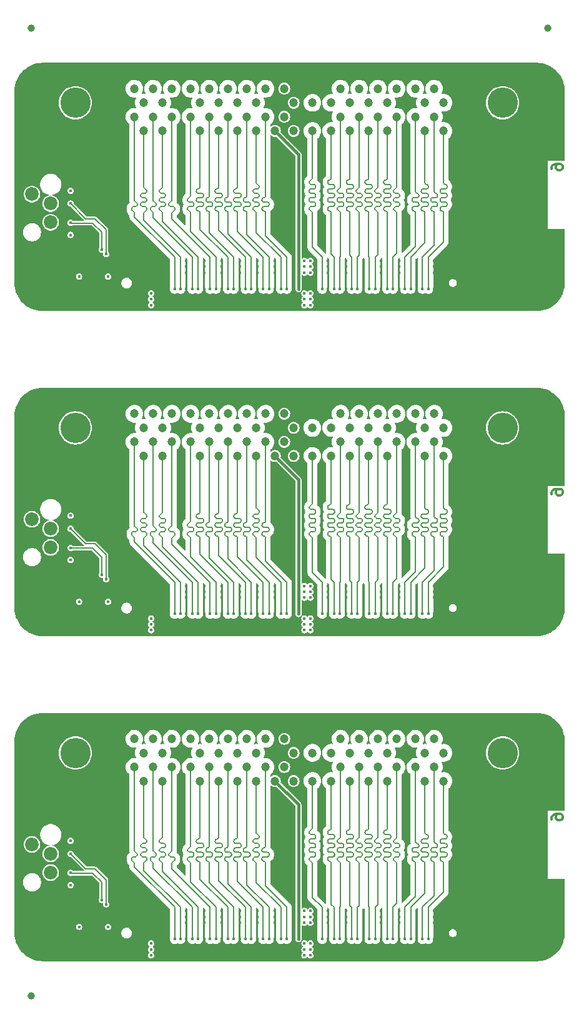
<source format=gbl>
G04 #@! TF.GenerationSoftware,KiCad,Pcbnew,8.0.6*
G04 #@! TF.CreationDate,2024-11-07T02:27:03-08:00*
G04 #@! TF.ProjectId,hvd-68-hd-panel,6876642d-3638-42d6-9864-2d70616e656c,1*
G04 #@! TF.SameCoordinates,Original*
G04 #@! TF.FileFunction,Copper,L6,Bot*
G04 #@! TF.FilePolarity,Positive*
%FSLAX46Y46*%
G04 Gerber Fmt 4.6, Leading zero omitted, Abs format (unit mm)*
G04 Created by KiCad (PCBNEW 8.0.6) date 2024-11-07 02:27:03*
%MOMM*%
%LPD*%
G01*
G04 APERTURE LIST*
%ADD10C,0.300000*%
G04 #@! TA.AperFunction,NonConductor*
%ADD11C,0.300000*%
G04 #@! TD*
G04 #@! TA.AperFunction,ComponentPad*
%ADD12C,6.400000*%
G04 #@! TD*
G04 #@! TA.AperFunction,ComponentPad*
%ADD13C,1.850000*%
G04 #@! TD*
G04 #@! TA.AperFunction,ComponentPad*
%ADD14C,1.200000*%
G04 #@! TD*
G04 #@! TA.AperFunction,ComponentPad*
%ADD15C,4.100000*%
G04 #@! TD*
G04 #@! TA.AperFunction,SMDPad,CuDef*
%ADD16C,1.000000*%
G04 #@! TD*
G04 #@! TA.AperFunction,ViaPad*
%ADD17C,0.450000*%
G04 #@! TD*
G04 #@! TA.AperFunction,Conductor*
%ADD18C,0.127500*%
G04 #@! TD*
G04 #@! TA.AperFunction,Conductor*
%ADD19C,0.400000*%
G04 #@! TD*
G04 #@! TA.AperFunction,Conductor*
%ADD20C,0.200000*%
G04 #@! TD*
G04 APERTURE END LIST*
D10*
D11*
X-1999172Y114416285D02*
X-1999172Y114702000D01*
X-1999172Y114702000D02*
X-1927743Y114844857D01*
X-1927743Y114844857D02*
X-1856315Y114916285D01*
X-1856315Y114916285D02*
X-1642029Y115059143D01*
X-1642029Y115059143D02*
X-1356315Y115130571D01*
X-1356315Y115130571D02*
X-784886Y115130571D01*
X-784886Y115130571D02*
X-642029Y115059143D01*
X-642029Y115059143D02*
X-570600Y114987714D01*
X-570600Y114987714D02*
X-499172Y114844857D01*
X-499172Y114844857D02*
X-499172Y114559143D01*
X-499172Y114559143D02*
X-570600Y114416285D01*
X-570600Y114416285D02*
X-642029Y114344857D01*
X-642029Y114344857D02*
X-784886Y114273428D01*
X-784886Y114273428D02*
X-1142029Y114273428D01*
X-1142029Y114273428D02*
X-1284886Y114344857D01*
X-1284886Y114344857D02*
X-1356315Y114416285D01*
X-1356315Y114416285D02*
X-1427743Y114559143D01*
X-1427743Y114559143D02*
X-1427743Y114844857D01*
X-1427743Y114844857D02*
X-1356315Y114987714D01*
X-1356315Y114987714D02*
X-1284886Y115059143D01*
X-1284886Y115059143D02*
X-1142029Y115130571D01*
D10*
D11*
X-1999172Y70416285D02*
X-1999172Y70702000D01*
X-1999172Y70702000D02*
X-1927743Y70844857D01*
X-1927743Y70844857D02*
X-1856315Y70916285D01*
X-1856315Y70916285D02*
X-1642029Y71059143D01*
X-1642029Y71059143D02*
X-1356315Y71130571D01*
X-1356315Y71130571D02*
X-784886Y71130571D01*
X-784886Y71130571D02*
X-642029Y71059143D01*
X-642029Y71059143D02*
X-570600Y70987714D01*
X-570600Y70987714D02*
X-499172Y70844857D01*
X-499172Y70844857D02*
X-499172Y70559143D01*
X-499172Y70559143D02*
X-570600Y70416285D01*
X-570600Y70416285D02*
X-642029Y70344857D01*
X-642029Y70344857D02*
X-784886Y70273428D01*
X-784886Y70273428D02*
X-1142029Y70273428D01*
X-1142029Y70273428D02*
X-1284886Y70344857D01*
X-1284886Y70344857D02*
X-1356315Y70416285D01*
X-1356315Y70416285D02*
X-1427743Y70559143D01*
X-1427743Y70559143D02*
X-1427743Y70844857D01*
X-1427743Y70844857D02*
X-1356315Y70987714D01*
X-1356315Y70987714D02*
X-1284886Y71059143D01*
X-1284886Y71059143D02*
X-1142029Y71130571D01*
D10*
D11*
X-1999172Y26416285D02*
X-1999172Y26702000D01*
X-1999172Y26702000D02*
X-1927743Y26844857D01*
X-1927743Y26844857D02*
X-1856315Y26916285D01*
X-1856315Y26916285D02*
X-1642029Y27059143D01*
X-1642029Y27059143D02*
X-1356315Y27130571D01*
X-1356315Y27130571D02*
X-784886Y27130571D01*
X-784886Y27130571D02*
X-642029Y27059143D01*
X-642029Y27059143D02*
X-570600Y26987714D01*
X-570600Y26987714D02*
X-499172Y26844857D01*
X-499172Y26844857D02*
X-499172Y26559143D01*
X-499172Y26559143D02*
X-570600Y26416285D01*
X-570600Y26416285D02*
X-642029Y26344857D01*
X-642029Y26344857D02*
X-784886Y26273428D01*
X-784886Y26273428D02*
X-1142029Y26273428D01*
X-1142029Y26273428D02*
X-1284886Y26344857D01*
X-1284886Y26344857D02*
X-1356315Y26416285D01*
X-1356315Y26416285D02*
X-1427743Y26559143D01*
X-1427743Y26559143D02*
X-1427743Y26844857D01*
X-1427743Y26844857D02*
X-1356315Y26987714D01*
X-1356315Y26987714D02*
X-1284886Y27059143D01*
X-1284886Y27059143D02*
X-1142029Y27130571D01*
D12*
G04 #@! TO.P,H3,1,1*
G04 #@! TO.N,Board_1-GND*
X-71000000Y55002000D03*
G04 #@! TD*
D13*
G04 #@! TO.P,J3,1,Pin_1*
G04 #@! TO.N,Board_2-+3V3*
X-72440000Y23012000D03*
G04 #@! TO.P,J3,2,Pin_2*
G04 #@! TO.N,Board_2-/PHY.ID_SDA*
X-69900000Y21742000D03*
G04 #@! TO.P,J3,3,Pin_3*
G04 #@! TO.N,Board_2-GND*
X-72440000Y20472000D03*
G04 #@! TO.P,J3,4,Pin_4*
G04 #@! TO.N,Board_2-/PHY.ID_SCL*
X-69900000Y19202000D03*
G04 #@! TD*
D12*
G04 #@! TO.P,H4,1,1*
G04 #@! TO.N,Board_2-GND*
X-4000000Y11002000D03*
G04 #@! TD*
G04 #@! TO.P,H3,1,1*
G04 #@! TO.N,Board_0-GND*
X-71000000Y99002000D03*
G04 #@! TD*
G04 #@! TO.P,H3,1,1*
G04 #@! TO.N,Board_2-GND*
X-71000000Y11002000D03*
G04 #@! TD*
D14*
G04 #@! TO.P,J4,1,Pin_1*
G04 #@! TO.N,Board_0-/CON.DB12+*
X-58550000Y121486001D03*
G04 #@! TO.P,J4,2,Pin_2*
G04 #@! TO.N,Board_0-/CON.DB13+*
X-57280000Y119581001D03*
G04 #@! TO.P,J4,3,Pin_3*
G04 #@! TO.N,Board_0-/CON.DB14+*
X-56010000Y121486001D03*
G04 #@! TO.P,J4,4,Pin_4*
G04 #@! TO.N,Board_0-/CON.DB15+*
X-54740000Y119581000D03*
G04 #@! TO.P,J4,5,Pin_5*
G04 #@! TO.N,Board_0-/CON.DP1+*
X-53470000Y121486001D03*
G04 #@! TO.P,J4,6,Pin_6*
G04 #@! TO.N,Board_0-GND*
X-52199999Y119581001D03*
G04 #@! TO.P,J4,7,Pin_7*
G04 #@! TO.N,Board_0-/CON.DB0+*
X-50930000Y121486000D03*
G04 #@! TO.P,J4,8,Pin_8*
G04 #@! TO.N,Board_0-/CON.DB1+*
X-49659999Y119581000D03*
G04 #@! TO.P,J4,9,Pin_9*
G04 #@! TO.N,Board_0-/CON.DB2+*
X-48390000Y121486001D03*
G04 #@! TO.P,J4,10,Pin_10*
G04 #@! TO.N,Board_0-/CON.DB3+*
X-47119999Y119581000D03*
G04 #@! TO.P,J4,11,Pin_11*
G04 #@! TO.N,Board_0-/CON.DB4+*
X-45850000Y121486001D03*
G04 #@! TO.P,J4,12,Pin_12*
G04 #@! TO.N,Board_0-/CON.DB5+*
X-44579998Y119581000D03*
G04 #@! TO.P,J4,13,Pin_13*
G04 #@! TO.N,Board_0-/CON.DB6+*
X-43310000Y121486001D03*
G04 #@! TO.P,J4,14,Pin_14*
G04 #@! TO.N,Board_0-/CON.DB7+*
X-42039999Y119581001D03*
G04 #@! TO.P,J4,15,Pin_15*
G04 #@! TO.N,Board_0-/CON.DP0+*
X-40770000Y121486000D03*
G04 #@! TO.P,J4,16,Pin_16*
G04 #@! TO.N,Board_0-/CON.DIFFSENSE*
X-39499999Y119581000D03*
G04 #@! TO.P,J4,17,Pin_17*
G04 #@! TO.N,Board_0-/CON.TERMPWR*
X-38230000Y121486000D03*
G04 #@! TO.P,J4,18,Pin_18*
X-36959999Y119581000D03*
G04 #@! TO.P,J4,19,Pin_19*
G04 #@! TO.N,Board_0-GND*
X-35690000Y121486001D03*
G04 #@! TO.P,J4,20,Pin_20*
G04 #@! TO.N,Board_0-/CON.ATN+*
X-34420000Y119581001D03*
G04 #@! TO.P,J4,21,Pin_21*
G04 #@! TO.N,Board_0-GND*
X-33150000Y121486001D03*
G04 #@! TO.P,J4,22,Pin_22*
G04 #@! TO.N,Board_0-/CON.BSY+*
X-31880000Y119581000D03*
G04 #@! TO.P,J4,23,Pin_23*
G04 #@! TO.N,Board_0-/CON.ACK+*
X-30610000Y121486001D03*
G04 #@! TO.P,J4,24,Pin_24*
G04 #@! TO.N,Board_0-/CON.RST+*
X-29339998Y119581000D03*
G04 #@! TO.P,J4,25,Pin_25*
G04 #@! TO.N,Board_0-/CON.MSG+*
X-28070000Y121486000D03*
G04 #@! TO.P,J4,26,Pin_26*
G04 #@! TO.N,Board_0-/CON.SEL+*
X-26799999Y119581000D03*
G04 #@! TO.P,J4,27,Pin_27*
G04 #@! TO.N,Board_0-/CON.C{slash}D+*
X-25530000Y121486001D03*
G04 #@! TO.P,J4,28,Pin_28*
G04 #@! TO.N,Board_0-/CON.REQ+*
X-24259999Y119581000D03*
G04 #@! TO.P,J4,29,Pin_29*
G04 #@! TO.N,Board_0-/CON.I{slash}O+*
X-22990000Y121486001D03*
G04 #@! TO.P,J4,30,Pin_30*
G04 #@! TO.N,Board_0-GND*
X-21719998Y119581000D03*
G04 #@! TO.P,J4,31,Pin_31*
G04 #@! TO.N,Board_0-/CON.DB8+*
X-20450000Y121486001D03*
G04 #@! TO.P,J4,32,Pin_32*
G04 #@! TO.N,Board_0-/CON.DB9+*
X-19179999Y119581001D03*
G04 #@! TO.P,J4,33,Pin_33*
G04 #@! TO.N,Board_0-/CON.DB10+*
X-17910000Y121486000D03*
G04 #@! TO.P,J4,34,Pin_34*
G04 #@! TO.N,Board_0-/CON.DB11+*
X-16639999Y119581000D03*
G04 #@! TO.P,J4,35,Pin_35*
G04 #@! TO.N,Board_0-/CON.DB12-*
X-58550000Y125296000D03*
G04 #@! TO.P,J4,36,Pin_36*
G04 #@! TO.N,Board_0-/CON.DB13-*
X-57280000Y123390999D03*
G04 #@! TO.P,J4,37,Pin_37*
G04 #@! TO.N,Board_0-/CON.DB14-*
X-56010000Y125296000D03*
G04 #@! TO.P,J4,38,Pin_38*
G04 #@! TO.N,Board_0-/CON.DB15-*
X-54740000Y123391000D03*
G04 #@! TO.P,J4,39,Pin_39*
G04 #@! TO.N,Board_0-/CON.DP1-*
X-53470000Y125296000D03*
G04 #@! TO.P,J4,40,Pin_40*
G04 #@! TO.N,Board_0-GND*
X-52200000Y123391000D03*
G04 #@! TO.P,J4,41,Pin_41*
G04 #@! TO.N,Board_0-/CON.DB0-*
X-50930000Y125296000D03*
G04 #@! TO.P,J4,42,Pin_42*
G04 #@! TO.N,Board_0-/CON.DB1-*
X-49660000Y123391000D03*
G04 #@! TO.P,J4,43,Pin_43*
G04 #@! TO.N,Board_0-/CON.DB2-*
X-48390000Y125296000D03*
G04 #@! TO.P,J4,44,Pin_44*
G04 #@! TO.N,Board_0-/CON.DB3-*
X-47120000Y123391000D03*
G04 #@! TO.P,J4,45,Pin_45*
G04 #@! TO.N,Board_0-/CON.DB4-*
X-45850000Y125296000D03*
G04 #@! TO.P,J4,46,Pin_46*
G04 #@! TO.N,Board_0-/CON.DB5-*
X-44580000Y123390999D03*
G04 #@! TO.P,J4,47,Pin_47*
G04 #@! TO.N,Board_0-/CON.DB6-*
X-43310000Y125296000D03*
G04 #@! TO.P,J4,48,Pin_48*
G04 #@! TO.N,Board_0-/CON.DB7-*
X-42040000Y123391000D03*
G04 #@! TO.P,J4,49,Pin_49*
G04 #@! TO.N,Board_0-/CON.DP0-*
X-40770000Y125296000D03*
G04 #@! TO.P,J4,50,Pin_50*
G04 #@! TO.N,Board_0-GND*
X-39500000Y123391000D03*
G04 #@! TO.P,J4,51,Pin_51*
G04 #@! TO.N,Board_0-/CON.TERMPWR*
X-38230000Y125296000D03*
G04 #@! TO.P,J4,52,Pin_52*
X-36960000Y123391000D03*
G04 #@! TO.P,J4,53,Pin_53*
G04 #@! TO.N,Board_0-GND*
X-35690000Y125296000D03*
G04 #@! TO.P,J4,54,Pin_54*
G04 #@! TO.N,Board_0-/CON.ATN-*
X-34420000Y123390999D03*
G04 #@! TO.P,J4,55,Pin_55*
G04 #@! TO.N,Board_0-GND*
X-33150000Y125296000D03*
G04 #@! TO.P,J4,56,Pin_56*
G04 #@! TO.N,Board_0-/CON.BSY-*
X-31880000Y123391000D03*
G04 #@! TO.P,J4,57,Pin_57*
G04 #@! TO.N,Board_0-/CON.ACK-*
X-30610000Y125296000D03*
G04 #@! TO.P,J4,58,Pin_58*
G04 #@! TO.N,Board_0-/CON.RST-*
X-29340000Y123391000D03*
G04 #@! TO.P,J4,59,Pin_59*
G04 #@! TO.N,Board_0-/CON.MSG-*
X-28070000Y125296000D03*
G04 #@! TO.P,J4,60,Pin_60*
G04 #@! TO.N,Board_0-/CON.SEL-*
X-26800000Y123391000D03*
G04 #@! TO.P,J4,61,Pin_61*
G04 #@! TO.N,Board_0-/CON.C{slash}D-*
X-25530000Y125296000D03*
G04 #@! TO.P,J4,62,Pin_62*
G04 #@! TO.N,Board_0-/CON.REQ-*
X-24260000Y123391000D03*
G04 #@! TO.P,J4,63,Pin_63*
G04 #@! TO.N,Board_0-/CON.I{slash}O-*
X-22990000Y125296000D03*
G04 #@! TO.P,J4,64,Pin_64*
G04 #@! TO.N,Board_0-GND*
X-21720000Y123390999D03*
G04 #@! TO.P,J4,65,Pin_65*
G04 #@! TO.N,Board_0-/CON.DB8-*
X-20450000Y125296000D03*
G04 #@! TO.P,J4,66,Pin_66*
G04 #@! TO.N,Board_0-/CON.DB9-*
X-19180000Y123391000D03*
G04 #@! TO.P,J4,67,Pin_67*
G04 #@! TO.N,Board_0-/CON.DB10-*
X-17910000Y125296000D03*
G04 #@! TO.P,J4,68,Pin_68*
G04 #@! TO.N,Board_0-/CON.DB11-*
X-16640000Y123391000D03*
D15*
G04 #@! TO.P,J4,SHIELD,SHIELD*
G04 #@! TO.N,Board_0-/SHIELD*
X-8639001Y123391000D03*
X-66550000Y123390999D03*
G04 #@! TD*
D14*
G04 #@! TO.P,J4,1,Pin_1*
G04 #@! TO.N,Board_2-/CON.DB12+*
X-58550000Y33486001D03*
G04 #@! TO.P,J4,2,Pin_2*
G04 #@! TO.N,Board_2-/CON.DB13+*
X-57280000Y31581001D03*
G04 #@! TO.P,J4,3,Pin_3*
G04 #@! TO.N,Board_2-/CON.DB14+*
X-56010000Y33486001D03*
G04 #@! TO.P,J4,4,Pin_4*
G04 #@! TO.N,Board_2-/CON.DB15+*
X-54740000Y31581000D03*
G04 #@! TO.P,J4,5,Pin_5*
G04 #@! TO.N,Board_2-/CON.DP1+*
X-53470000Y33486001D03*
G04 #@! TO.P,J4,6,Pin_6*
G04 #@! TO.N,Board_2-GND*
X-52199999Y31581001D03*
G04 #@! TO.P,J4,7,Pin_7*
G04 #@! TO.N,Board_2-/CON.DB0+*
X-50930000Y33486000D03*
G04 #@! TO.P,J4,8,Pin_8*
G04 #@! TO.N,Board_2-/CON.DB1+*
X-49659999Y31581000D03*
G04 #@! TO.P,J4,9,Pin_9*
G04 #@! TO.N,Board_2-/CON.DB2+*
X-48390000Y33486001D03*
G04 #@! TO.P,J4,10,Pin_10*
G04 #@! TO.N,Board_2-/CON.DB3+*
X-47119999Y31581000D03*
G04 #@! TO.P,J4,11,Pin_11*
G04 #@! TO.N,Board_2-/CON.DB4+*
X-45850000Y33486001D03*
G04 #@! TO.P,J4,12,Pin_12*
G04 #@! TO.N,Board_2-/CON.DB5+*
X-44579998Y31581000D03*
G04 #@! TO.P,J4,13,Pin_13*
G04 #@! TO.N,Board_2-/CON.DB6+*
X-43310000Y33486001D03*
G04 #@! TO.P,J4,14,Pin_14*
G04 #@! TO.N,Board_2-/CON.DB7+*
X-42039999Y31581001D03*
G04 #@! TO.P,J4,15,Pin_15*
G04 #@! TO.N,Board_2-/CON.DP0+*
X-40770000Y33486000D03*
G04 #@! TO.P,J4,16,Pin_16*
G04 #@! TO.N,Board_2-/CON.DIFFSENSE*
X-39499999Y31581000D03*
G04 #@! TO.P,J4,17,Pin_17*
G04 #@! TO.N,Board_2-/CON.TERMPWR*
X-38230000Y33486000D03*
G04 #@! TO.P,J4,18,Pin_18*
X-36959999Y31581000D03*
G04 #@! TO.P,J4,19,Pin_19*
G04 #@! TO.N,Board_2-GND*
X-35690000Y33486001D03*
G04 #@! TO.P,J4,20,Pin_20*
G04 #@! TO.N,Board_2-/CON.ATN+*
X-34420000Y31581001D03*
G04 #@! TO.P,J4,21,Pin_21*
G04 #@! TO.N,Board_2-GND*
X-33150000Y33486001D03*
G04 #@! TO.P,J4,22,Pin_22*
G04 #@! TO.N,Board_2-/CON.BSY+*
X-31880000Y31581000D03*
G04 #@! TO.P,J4,23,Pin_23*
G04 #@! TO.N,Board_2-/CON.ACK+*
X-30610000Y33486001D03*
G04 #@! TO.P,J4,24,Pin_24*
G04 #@! TO.N,Board_2-/CON.RST+*
X-29339998Y31581000D03*
G04 #@! TO.P,J4,25,Pin_25*
G04 #@! TO.N,Board_2-/CON.MSG+*
X-28070000Y33486000D03*
G04 #@! TO.P,J4,26,Pin_26*
G04 #@! TO.N,Board_2-/CON.SEL+*
X-26799999Y31581000D03*
G04 #@! TO.P,J4,27,Pin_27*
G04 #@! TO.N,Board_2-/CON.C{slash}D+*
X-25530000Y33486001D03*
G04 #@! TO.P,J4,28,Pin_28*
G04 #@! TO.N,Board_2-/CON.REQ+*
X-24259999Y31581000D03*
G04 #@! TO.P,J4,29,Pin_29*
G04 #@! TO.N,Board_2-/CON.I{slash}O+*
X-22990000Y33486001D03*
G04 #@! TO.P,J4,30,Pin_30*
G04 #@! TO.N,Board_2-GND*
X-21719998Y31581000D03*
G04 #@! TO.P,J4,31,Pin_31*
G04 #@! TO.N,Board_2-/CON.DB8+*
X-20450000Y33486001D03*
G04 #@! TO.P,J4,32,Pin_32*
G04 #@! TO.N,Board_2-/CON.DB9+*
X-19179999Y31581001D03*
G04 #@! TO.P,J4,33,Pin_33*
G04 #@! TO.N,Board_2-/CON.DB10+*
X-17910000Y33486000D03*
G04 #@! TO.P,J4,34,Pin_34*
G04 #@! TO.N,Board_2-/CON.DB11+*
X-16639999Y31581000D03*
G04 #@! TO.P,J4,35,Pin_35*
G04 #@! TO.N,Board_2-/CON.DB12-*
X-58550000Y37296000D03*
G04 #@! TO.P,J4,36,Pin_36*
G04 #@! TO.N,Board_2-/CON.DB13-*
X-57280000Y35390999D03*
G04 #@! TO.P,J4,37,Pin_37*
G04 #@! TO.N,Board_2-/CON.DB14-*
X-56010000Y37296000D03*
G04 #@! TO.P,J4,38,Pin_38*
G04 #@! TO.N,Board_2-/CON.DB15-*
X-54740000Y35391000D03*
G04 #@! TO.P,J4,39,Pin_39*
G04 #@! TO.N,Board_2-/CON.DP1-*
X-53470000Y37296000D03*
G04 #@! TO.P,J4,40,Pin_40*
G04 #@! TO.N,Board_2-GND*
X-52200000Y35391000D03*
G04 #@! TO.P,J4,41,Pin_41*
G04 #@! TO.N,Board_2-/CON.DB0-*
X-50930000Y37296000D03*
G04 #@! TO.P,J4,42,Pin_42*
G04 #@! TO.N,Board_2-/CON.DB1-*
X-49660000Y35391000D03*
G04 #@! TO.P,J4,43,Pin_43*
G04 #@! TO.N,Board_2-/CON.DB2-*
X-48390000Y37296000D03*
G04 #@! TO.P,J4,44,Pin_44*
G04 #@! TO.N,Board_2-/CON.DB3-*
X-47120000Y35391000D03*
G04 #@! TO.P,J4,45,Pin_45*
G04 #@! TO.N,Board_2-/CON.DB4-*
X-45850000Y37296000D03*
G04 #@! TO.P,J4,46,Pin_46*
G04 #@! TO.N,Board_2-/CON.DB5-*
X-44580000Y35390999D03*
G04 #@! TO.P,J4,47,Pin_47*
G04 #@! TO.N,Board_2-/CON.DB6-*
X-43310000Y37296000D03*
G04 #@! TO.P,J4,48,Pin_48*
G04 #@! TO.N,Board_2-/CON.DB7-*
X-42040000Y35391000D03*
G04 #@! TO.P,J4,49,Pin_49*
G04 #@! TO.N,Board_2-/CON.DP0-*
X-40770000Y37296000D03*
G04 #@! TO.P,J4,50,Pin_50*
G04 #@! TO.N,Board_2-GND*
X-39500000Y35391000D03*
G04 #@! TO.P,J4,51,Pin_51*
G04 #@! TO.N,Board_2-/CON.TERMPWR*
X-38230000Y37296000D03*
G04 #@! TO.P,J4,52,Pin_52*
X-36960000Y35391000D03*
G04 #@! TO.P,J4,53,Pin_53*
G04 #@! TO.N,Board_2-GND*
X-35690000Y37296000D03*
G04 #@! TO.P,J4,54,Pin_54*
G04 #@! TO.N,Board_2-/CON.ATN-*
X-34420000Y35390999D03*
G04 #@! TO.P,J4,55,Pin_55*
G04 #@! TO.N,Board_2-GND*
X-33150000Y37296000D03*
G04 #@! TO.P,J4,56,Pin_56*
G04 #@! TO.N,Board_2-/CON.BSY-*
X-31880000Y35391000D03*
G04 #@! TO.P,J4,57,Pin_57*
G04 #@! TO.N,Board_2-/CON.ACK-*
X-30610000Y37296000D03*
G04 #@! TO.P,J4,58,Pin_58*
G04 #@! TO.N,Board_2-/CON.RST-*
X-29340000Y35391000D03*
G04 #@! TO.P,J4,59,Pin_59*
G04 #@! TO.N,Board_2-/CON.MSG-*
X-28070000Y37296000D03*
G04 #@! TO.P,J4,60,Pin_60*
G04 #@! TO.N,Board_2-/CON.SEL-*
X-26800000Y35391000D03*
G04 #@! TO.P,J4,61,Pin_61*
G04 #@! TO.N,Board_2-/CON.C{slash}D-*
X-25530000Y37296000D03*
G04 #@! TO.P,J4,62,Pin_62*
G04 #@! TO.N,Board_2-/CON.REQ-*
X-24260000Y35391000D03*
G04 #@! TO.P,J4,63,Pin_63*
G04 #@! TO.N,Board_2-/CON.I{slash}O-*
X-22990000Y37296000D03*
G04 #@! TO.P,J4,64,Pin_64*
G04 #@! TO.N,Board_2-GND*
X-21720000Y35390999D03*
G04 #@! TO.P,J4,65,Pin_65*
G04 #@! TO.N,Board_2-/CON.DB8-*
X-20450000Y37296000D03*
G04 #@! TO.P,J4,66,Pin_66*
G04 #@! TO.N,Board_2-/CON.DB9-*
X-19180000Y35391000D03*
G04 #@! TO.P,J4,67,Pin_67*
G04 #@! TO.N,Board_2-/CON.DB10-*
X-17910000Y37296000D03*
G04 #@! TO.P,J4,68,Pin_68*
G04 #@! TO.N,Board_2-/CON.DB11-*
X-16640000Y35391000D03*
D15*
G04 #@! TO.P,J4,SHIELD,SHIELD*
G04 #@! TO.N,Board_2-/SHIELD*
X-8639001Y35391000D03*
X-66550000Y35390999D03*
G04 #@! TD*
D13*
G04 #@! TO.P,J3,1,Pin_1*
G04 #@! TO.N,Board_0-+3V3*
X-72440000Y111012000D03*
G04 #@! TO.P,J3,2,Pin_2*
G04 #@! TO.N,Board_0-/PHY.ID_SDA*
X-69900000Y109742000D03*
G04 #@! TO.P,J3,3,Pin_3*
G04 #@! TO.N,Board_0-GND*
X-72440000Y108472000D03*
G04 #@! TO.P,J3,4,Pin_4*
G04 #@! TO.N,Board_0-/PHY.ID_SCL*
X-69900000Y107202000D03*
G04 #@! TD*
D12*
G04 #@! TO.P,H4,1,1*
G04 #@! TO.N,Board_1-GND*
X-4000000Y55002000D03*
G04 #@! TD*
D14*
G04 #@! TO.P,J4,1,Pin_1*
G04 #@! TO.N,Board_1-/CON.DB12+*
X-58550000Y77486001D03*
G04 #@! TO.P,J4,2,Pin_2*
G04 #@! TO.N,Board_1-/CON.DB13+*
X-57280000Y75581001D03*
G04 #@! TO.P,J4,3,Pin_3*
G04 #@! TO.N,Board_1-/CON.DB14+*
X-56010000Y77486001D03*
G04 #@! TO.P,J4,4,Pin_4*
G04 #@! TO.N,Board_1-/CON.DB15+*
X-54740000Y75581000D03*
G04 #@! TO.P,J4,5,Pin_5*
G04 #@! TO.N,Board_1-/CON.DP1+*
X-53470000Y77486001D03*
G04 #@! TO.P,J4,6,Pin_6*
G04 #@! TO.N,Board_1-GND*
X-52199999Y75581001D03*
G04 #@! TO.P,J4,7,Pin_7*
G04 #@! TO.N,Board_1-/CON.DB0+*
X-50930000Y77486000D03*
G04 #@! TO.P,J4,8,Pin_8*
G04 #@! TO.N,Board_1-/CON.DB1+*
X-49659999Y75581000D03*
G04 #@! TO.P,J4,9,Pin_9*
G04 #@! TO.N,Board_1-/CON.DB2+*
X-48390000Y77486001D03*
G04 #@! TO.P,J4,10,Pin_10*
G04 #@! TO.N,Board_1-/CON.DB3+*
X-47119999Y75581000D03*
G04 #@! TO.P,J4,11,Pin_11*
G04 #@! TO.N,Board_1-/CON.DB4+*
X-45850000Y77486001D03*
G04 #@! TO.P,J4,12,Pin_12*
G04 #@! TO.N,Board_1-/CON.DB5+*
X-44579998Y75581000D03*
G04 #@! TO.P,J4,13,Pin_13*
G04 #@! TO.N,Board_1-/CON.DB6+*
X-43310000Y77486001D03*
G04 #@! TO.P,J4,14,Pin_14*
G04 #@! TO.N,Board_1-/CON.DB7+*
X-42039999Y75581001D03*
G04 #@! TO.P,J4,15,Pin_15*
G04 #@! TO.N,Board_1-/CON.DP0+*
X-40770000Y77486000D03*
G04 #@! TO.P,J4,16,Pin_16*
G04 #@! TO.N,Board_1-/CON.DIFFSENSE*
X-39499999Y75581000D03*
G04 #@! TO.P,J4,17,Pin_17*
G04 #@! TO.N,Board_1-/CON.TERMPWR*
X-38230000Y77486000D03*
G04 #@! TO.P,J4,18,Pin_18*
X-36959999Y75581000D03*
G04 #@! TO.P,J4,19,Pin_19*
G04 #@! TO.N,Board_1-GND*
X-35690000Y77486001D03*
G04 #@! TO.P,J4,20,Pin_20*
G04 #@! TO.N,Board_1-/CON.ATN+*
X-34420000Y75581001D03*
G04 #@! TO.P,J4,21,Pin_21*
G04 #@! TO.N,Board_1-GND*
X-33150000Y77486001D03*
G04 #@! TO.P,J4,22,Pin_22*
G04 #@! TO.N,Board_1-/CON.BSY+*
X-31880000Y75581000D03*
G04 #@! TO.P,J4,23,Pin_23*
G04 #@! TO.N,Board_1-/CON.ACK+*
X-30610000Y77486001D03*
G04 #@! TO.P,J4,24,Pin_24*
G04 #@! TO.N,Board_1-/CON.RST+*
X-29339998Y75581000D03*
G04 #@! TO.P,J4,25,Pin_25*
G04 #@! TO.N,Board_1-/CON.MSG+*
X-28070000Y77486000D03*
G04 #@! TO.P,J4,26,Pin_26*
G04 #@! TO.N,Board_1-/CON.SEL+*
X-26799999Y75581000D03*
G04 #@! TO.P,J4,27,Pin_27*
G04 #@! TO.N,Board_1-/CON.C{slash}D+*
X-25530000Y77486001D03*
G04 #@! TO.P,J4,28,Pin_28*
G04 #@! TO.N,Board_1-/CON.REQ+*
X-24259999Y75581000D03*
G04 #@! TO.P,J4,29,Pin_29*
G04 #@! TO.N,Board_1-/CON.I{slash}O+*
X-22990000Y77486001D03*
G04 #@! TO.P,J4,30,Pin_30*
G04 #@! TO.N,Board_1-GND*
X-21719998Y75581000D03*
G04 #@! TO.P,J4,31,Pin_31*
G04 #@! TO.N,Board_1-/CON.DB8+*
X-20450000Y77486001D03*
G04 #@! TO.P,J4,32,Pin_32*
G04 #@! TO.N,Board_1-/CON.DB9+*
X-19179999Y75581001D03*
G04 #@! TO.P,J4,33,Pin_33*
G04 #@! TO.N,Board_1-/CON.DB10+*
X-17910000Y77486000D03*
G04 #@! TO.P,J4,34,Pin_34*
G04 #@! TO.N,Board_1-/CON.DB11+*
X-16639999Y75581000D03*
G04 #@! TO.P,J4,35,Pin_35*
G04 #@! TO.N,Board_1-/CON.DB12-*
X-58550000Y81296000D03*
G04 #@! TO.P,J4,36,Pin_36*
G04 #@! TO.N,Board_1-/CON.DB13-*
X-57280000Y79390999D03*
G04 #@! TO.P,J4,37,Pin_37*
G04 #@! TO.N,Board_1-/CON.DB14-*
X-56010000Y81296000D03*
G04 #@! TO.P,J4,38,Pin_38*
G04 #@! TO.N,Board_1-/CON.DB15-*
X-54740000Y79391000D03*
G04 #@! TO.P,J4,39,Pin_39*
G04 #@! TO.N,Board_1-/CON.DP1-*
X-53470000Y81296000D03*
G04 #@! TO.P,J4,40,Pin_40*
G04 #@! TO.N,Board_1-GND*
X-52200000Y79391000D03*
G04 #@! TO.P,J4,41,Pin_41*
G04 #@! TO.N,Board_1-/CON.DB0-*
X-50930000Y81296000D03*
G04 #@! TO.P,J4,42,Pin_42*
G04 #@! TO.N,Board_1-/CON.DB1-*
X-49660000Y79391000D03*
G04 #@! TO.P,J4,43,Pin_43*
G04 #@! TO.N,Board_1-/CON.DB2-*
X-48390000Y81296000D03*
G04 #@! TO.P,J4,44,Pin_44*
G04 #@! TO.N,Board_1-/CON.DB3-*
X-47120000Y79391000D03*
G04 #@! TO.P,J4,45,Pin_45*
G04 #@! TO.N,Board_1-/CON.DB4-*
X-45850000Y81296000D03*
G04 #@! TO.P,J4,46,Pin_46*
G04 #@! TO.N,Board_1-/CON.DB5-*
X-44580000Y79390999D03*
G04 #@! TO.P,J4,47,Pin_47*
G04 #@! TO.N,Board_1-/CON.DB6-*
X-43310000Y81296000D03*
G04 #@! TO.P,J4,48,Pin_48*
G04 #@! TO.N,Board_1-/CON.DB7-*
X-42040000Y79391000D03*
G04 #@! TO.P,J4,49,Pin_49*
G04 #@! TO.N,Board_1-/CON.DP0-*
X-40770000Y81296000D03*
G04 #@! TO.P,J4,50,Pin_50*
G04 #@! TO.N,Board_1-GND*
X-39500000Y79391000D03*
G04 #@! TO.P,J4,51,Pin_51*
G04 #@! TO.N,Board_1-/CON.TERMPWR*
X-38230000Y81296000D03*
G04 #@! TO.P,J4,52,Pin_52*
X-36960000Y79391000D03*
G04 #@! TO.P,J4,53,Pin_53*
G04 #@! TO.N,Board_1-GND*
X-35690000Y81296000D03*
G04 #@! TO.P,J4,54,Pin_54*
G04 #@! TO.N,Board_1-/CON.ATN-*
X-34420000Y79390999D03*
G04 #@! TO.P,J4,55,Pin_55*
G04 #@! TO.N,Board_1-GND*
X-33150000Y81296000D03*
G04 #@! TO.P,J4,56,Pin_56*
G04 #@! TO.N,Board_1-/CON.BSY-*
X-31880000Y79391000D03*
G04 #@! TO.P,J4,57,Pin_57*
G04 #@! TO.N,Board_1-/CON.ACK-*
X-30610000Y81296000D03*
G04 #@! TO.P,J4,58,Pin_58*
G04 #@! TO.N,Board_1-/CON.RST-*
X-29340000Y79391000D03*
G04 #@! TO.P,J4,59,Pin_59*
G04 #@! TO.N,Board_1-/CON.MSG-*
X-28070000Y81296000D03*
G04 #@! TO.P,J4,60,Pin_60*
G04 #@! TO.N,Board_1-/CON.SEL-*
X-26800000Y79391000D03*
G04 #@! TO.P,J4,61,Pin_61*
G04 #@! TO.N,Board_1-/CON.C{slash}D-*
X-25530000Y81296000D03*
G04 #@! TO.P,J4,62,Pin_62*
G04 #@! TO.N,Board_1-/CON.REQ-*
X-24260000Y79391000D03*
G04 #@! TO.P,J4,63,Pin_63*
G04 #@! TO.N,Board_1-/CON.I{slash}O-*
X-22990000Y81296000D03*
G04 #@! TO.P,J4,64,Pin_64*
G04 #@! TO.N,Board_1-GND*
X-21720000Y79390999D03*
G04 #@! TO.P,J4,65,Pin_65*
G04 #@! TO.N,Board_1-/CON.DB8-*
X-20450000Y81296000D03*
G04 #@! TO.P,J4,66,Pin_66*
G04 #@! TO.N,Board_1-/CON.DB9-*
X-19180000Y79391000D03*
G04 #@! TO.P,J4,67,Pin_67*
G04 #@! TO.N,Board_1-/CON.DB10-*
X-17910000Y81296000D03*
G04 #@! TO.P,J4,68,Pin_68*
G04 #@! TO.N,Board_1-/CON.DB11-*
X-16640000Y79391000D03*
D15*
G04 #@! TO.P,J4,SHIELD,SHIELD*
G04 #@! TO.N,Board_1-/SHIELD*
X-8639001Y79391000D03*
X-66550000Y79390999D03*
G04 #@! TD*
D12*
G04 #@! TO.P,H4,1,1*
G04 #@! TO.N,Board_0-GND*
X-4000000Y99002000D03*
G04 #@! TD*
D13*
G04 #@! TO.P,J3,1,Pin_1*
G04 #@! TO.N,Board_1-+3V3*
X-72440000Y67012000D03*
G04 #@! TO.P,J3,2,Pin_2*
G04 #@! TO.N,Board_1-/PHY.ID_SDA*
X-69900000Y65742000D03*
G04 #@! TO.P,J3,3,Pin_3*
G04 #@! TO.N,Board_1-GND*
X-72440000Y64472000D03*
G04 #@! TO.P,J3,4,Pin_4*
G04 #@! TO.N,Board_1-/PHY.ID_SCL*
X-69900000Y63202000D03*
G04 #@! TD*
D16*
G04 #@! TO.P,KiKit_FID_B_2,*
G04 #@! TO.N,*
X-2500000Y133503500D03*
G04 #@! TD*
G04 #@! TO.P,KiKit_FID_B_1,*
G04 #@! TO.N,*
X-72500000Y133503500D03*
G04 #@! TD*
G04 #@! TO.P,KiKit_FID_B_3,*
G04 #@! TO.N,*
X-72500000Y2500000D03*
G04 #@! TD*
D17*
G04 #@! TO.N,Board_0-+3V3*
X-66050000Y99852000D03*
X-62150000Y99852000D03*
X-67200000Y105502000D03*
X-56300000Y96002000D03*
X-56300000Y96802000D03*
X-67200000Y111502000D03*
X-56300000Y97602000D03*
G04 #@! TO.N,Board_0-/CON.ACK+*
X-30700000Y98202000D03*
G04 #@! TO.N,Board_0-/CON.ATN+*
X-33100000Y98202000D03*
G04 #@! TO.N,Board_0-/CON.BSY+*
X-31500000Y98202000D03*
G04 #@! TO.N,Board_0-/CON.C{slash}D+*
X-25900000Y98202000D03*
G04 #@! TO.N,Board_0-/CON.DB0+*
X-47500000Y98202000D03*
G04 #@! TO.N,Board_0-/CON.DB1+*
X-45900000Y98202000D03*
G04 #@! TO.N,Board_0-/CON.DB10+*
X-19500000Y98202000D03*
G04 #@! TO.N,Board_0-/CON.DB11+*
X-18700000Y98202000D03*
G04 #@! TO.N,Board_0-/CON.DB12+*
X-53100000Y98202000D03*
G04 #@! TO.N,Board_0-/CON.DB13+*
X-52300000Y98202000D03*
G04 #@! TO.N,Board_0-/CON.DB14+*
X-50700000Y98202000D03*
G04 #@! TO.N,Board_0-/CON.DB15+*
X-49900000Y98202000D03*
G04 #@! TO.N,Board_0-/CON.DB2+*
X-45100000Y98202000D03*
G04 #@! TO.N,Board_0-/CON.DB3+*
X-43500000Y98202000D03*
G04 #@! TO.N,Board_0-/CON.DB4+*
X-42700000Y98202000D03*
G04 #@! TO.N,Board_0-/CON.DB5+*
X-41100000Y98202000D03*
G04 #@! TO.N,Board_0-/CON.DB6+*
X-40300000Y98202000D03*
G04 #@! TO.N,Board_0-/CON.DB7+*
X-38700000Y98202000D03*
G04 #@! TO.N,Board_0-/CON.DB8+*
X-21900000Y98202000D03*
G04 #@! TO.N,Board_0-/CON.DB9+*
X-21100000Y98202000D03*
G04 #@! TO.N,Board_0-/CON.DIFFSENSE*
X-36300000Y98202000D03*
G04 #@! TO.N,Board_0-/CON.DP0+*
X-37900000Y98202000D03*
G04 #@! TO.N,Board_0-/CON.DP1+*
X-48300000Y98202000D03*
G04 #@! TO.N,Board_0-/CON.I{slash}O+*
X-23500000Y98202000D03*
G04 #@! TO.N,Board_0-/CON.MSG+*
X-28300000Y98202000D03*
G04 #@! TO.N,Board_0-/CON.REQ+*
X-24300000Y98202000D03*
G04 #@! TO.N,Board_0-/CON.RST+*
X-29100000Y98202000D03*
G04 #@! TO.N,Board_0-/CON.SEL+*
X-26700000Y98202000D03*
G04 #@! TO.N,Board_0-/CON.TERMPWR*
X-34700000Y96802000D03*
X-35500000Y96002000D03*
X-34700000Y100402000D03*
X-35500000Y100402000D03*
X-35500000Y97602000D03*
X-34700000Y101202000D03*
X-34700000Y102002000D03*
X-34700000Y97602000D03*
X-35500000Y102002000D03*
X-34700000Y96002000D03*
X-35500000Y101202000D03*
X-35500000Y96802000D03*
G04 #@! TO.N,Board_0-/PHY.ID_SCL*
X-67200000Y107152000D03*
X-63000000Y103502000D03*
G04 #@! TO.N,Board_0-/PHY.ID_SDA*
X-67200000Y109752000D03*
X-62400000Y102902000D03*
G04 #@! TO.N,Board_0-GND*
X-25100000Y102002000D03*
X-37100000Y100402000D03*
X-33900000Y102002000D03*
X-37100000Y96802000D03*
X-54700000Y101202000D03*
X-17900000Y96002000D03*
X-33900000Y100402000D03*
X-54700000Y100402000D03*
X-29900000Y96802000D03*
X-22700000Y101202000D03*
X-25100000Y97602000D03*
X-41900000Y100402000D03*
X-44300000Y96002000D03*
X-39500000Y102002000D03*
X-41900000Y98202000D03*
X-37100000Y98202000D03*
X-17900000Y101202000D03*
X-33900000Y97602000D03*
X-49100000Y96002000D03*
X-20300000Y97602000D03*
X-41900000Y96002000D03*
X-57100000Y102002000D03*
X-27500000Y97602000D03*
X-32300000Y97602000D03*
X-44300000Y96802000D03*
X-57100000Y100402000D03*
X-29900000Y97602000D03*
X-37100000Y97602000D03*
X-39500000Y96802000D03*
X-25100000Y100402000D03*
X-51500000Y102002000D03*
X-20300000Y96802000D03*
X-41900000Y96802000D03*
X-51500000Y96802000D03*
X-64650000Y99002000D03*
X-32300000Y101202000D03*
X-25100000Y101202000D03*
X-51500000Y96002000D03*
X-49100000Y100402000D03*
X-37100000Y96002000D03*
X-17900000Y97602000D03*
X-49100000Y98202000D03*
X-66050000Y98152000D03*
X-49100000Y101202000D03*
X-64100000Y98502000D03*
X-51500000Y97602000D03*
X-32300000Y100402000D03*
X-39500000Y98202000D03*
X-53900000Y102002000D03*
X-17900000Y96802000D03*
X-22700000Y102002000D03*
X-29900000Y96002000D03*
X-51500000Y100402000D03*
X-46700000Y97602000D03*
X-17900000Y100402000D03*
X-33900000Y96802000D03*
X-17900000Y98202000D03*
X-54700000Y97602000D03*
X-53900000Y98202000D03*
X-20300000Y102002000D03*
X-44300000Y102002000D03*
X-46700000Y96002000D03*
X-54700000Y96002000D03*
X-54700000Y102002000D03*
X-32300000Y102002000D03*
X-20300000Y98202000D03*
X-41900000Y102002000D03*
X-51500000Y98202000D03*
X-46700000Y102002000D03*
X-46700000Y101202000D03*
X-39500000Y101202000D03*
X-49100000Y97602000D03*
X-22700000Y96002000D03*
X-29900000Y100402000D03*
X-51500000Y101202000D03*
X-57100000Y101202000D03*
X-53900000Y97602000D03*
X-22700000Y97602000D03*
X-46700000Y100402000D03*
X-22700000Y96802000D03*
X-41900000Y101202000D03*
X-53900000Y100402000D03*
X-44300000Y98202000D03*
X-22700000Y98202000D03*
X-53900000Y96002000D03*
X-33900000Y98202000D03*
X-39500000Y97602000D03*
X-17900000Y102002000D03*
X-29900000Y102002000D03*
X-32300000Y96002000D03*
X-27500000Y96002000D03*
X-32300000Y98202000D03*
X-39500000Y96002000D03*
X-49100000Y102002000D03*
X-27500000Y98202000D03*
X-32300000Y96802000D03*
X-22700000Y100402000D03*
X-54700000Y96802000D03*
X-44300000Y100402000D03*
X-44300000Y97602000D03*
X-37100000Y102002000D03*
X-27500000Y100402000D03*
X-37100000Y101202000D03*
X-29900000Y101202000D03*
X-29900000Y98202000D03*
X-20300000Y101202000D03*
X-20300000Y96002000D03*
X-33900000Y96002000D03*
X-25100000Y96802000D03*
X-27500000Y102002000D03*
X-49100000Y96802000D03*
X-53900000Y101202000D03*
X-20300000Y100402000D03*
X-27500000Y96802000D03*
X-63600000Y99002000D03*
X-64100000Y99502000D03*
X-25100000Y98202000D03*
X-33900000Y101202000D03*
X-44300000Y101202000D03*
X-46700000Y96802000D03*
X-46700000Y98202000D03*
X-53900000Y96802000D03*
X-25100000Y96002000D03*
X-27500000Y101202000D03*
X-39500000Y100402000D03*
X-41900000Y97602000D03*
G04 #@! TO.N,Board_1-+3V3*
X-67200000Y67502000D03*
X-56300000Y52802000D03*
X-56300000Y52002000D03*
X-66050000Y55852000D03*
X-56300000Y53602000D03*
X-67200000Y61502000D03*
X-62150000Y55852000D03*
G04 #@! TO.N,Board_1-/CON.ACK+*
X-30700000Y54202000D03*
G04 #@! TO.N,Board_1-/CON.ATN+*
X-33100000Y54202000D03*
G04 #@! TO.N,Board_1-/CON.BSY+*
X-31500000Y54202000D03*
G04 #@! TO.N,Board_1-/CON.C{slash}D+*
X-25900000Y54202000D03*
G04 #@! TO.N,Board_1-/CON.DB0+*
X-47500000Y54202000D03*
G04 #@! TO.N,Board_1-/CON.DB1+*
X-45900000Y54202000D03*
G04 #@! TO.N,Board_1-/CON.DB10+*
X-19500000Y54202000D03*
G04 #@! TO.N,Board_1-/CON.DB11+*
X-18700000Y54202000D03*
G04 #@! TO.N,Board_1-/CON.DB12+*
X-53100000Y54202000D03*
G04 #@! TO.N,Board_1-/CON.DB13+*
X-52300000Y54202000D03*
G04 #@! TO.N,Board_1-/CON.DB14+*
X-50700000Y54202000D03*
G04 #@! TO.N,Board_1-/CON.DB15+*
X-49900000Y54202000D03*
G04 #@! TO.N,Board_1-/CON.DB2+*
X-45100000Y54202000D03*
G04 #@! TO.N,Board_1-/CON.DB3+*
X-43500000Y54202000D03*
G04 #@! TO.N,Board_1-/CON.DB4+*
X-42700000Y54202000D03*
G04 #@! TO.N,Board_1-/CON.DB5+*
X-41100000Y54202000D03*
G04 #@! TO.N,Board_1-/CON.DB6+*
X-40300000Y54202000D03*
G04 #@! TO.N,Board_1-/CON.DB7+*
X-38700000Y54202000D03*
G04 #@! TO.N,Board_1-/CON.DB8+*
X-21900000Y54202000D03*
G04 #@! TO.N,Board_1-/CON.DB9+*
X-21100000Y54202000D03*
G04 #@! TO.N,Board_1-/CON.DIFFSENSE*
X-36300000Y54202000D03*
G04 #@! TO.N,Board_1-/CON.DP0+*
X-37900000Y54202000D03*
G04 #@! TO.N,Board_1-/CON.DP1+*
X-48300000Y54202000D03*
G04 #@! TO.N,Board_1-/CON.I{slash}O+*
X-23500000Y54202000D03*
G04 #@! TO.N,Board_1-/CON.MSG+*
X-28300000Y54202000D03*
G04 #@! TO.N,Board_1-/CON.REQ+*
X-24300000Y54202000D03*
G04 #@! TO.N,Board_1-/CON.RST+*
X-29100000Y54202000D03*
G04 #@! TO.N,Board_1-/CON.SEL+*
X-26700000Y54202000D03*
G04 #@! TO.N,Board_1-/CON.TERMPWR*
X-35500000Y57202000D03*
X-35500000Y52802000D03*
X-35500000Y52002000D03*
X-34700000Y58002000D03*
X-34700000Y57202000D03*
X-34700000Y53602000D03*
X-35500000Y53602000D03*
X-35500000Y58002000D03*
X-35500000Y56402000D03*
X-34700000Y56402000D03*
X-34700000Y52002000D03*
X-34700000Y52802000D03*
G04 #@! TO.N,Board_1-/PHY.ID_SCL*
X-63000000Y59502000D03*
X-67200000Y63152000D03*
G04 #@! TO.N,Board_1-/PHY.ID_SDA*
X-67200000Y65752000D03*
X-62400000Y58902000D03*
G04 #@! TO.N,Board_1-GND*
X-33900000Y56402000D03*
X-41900000Y58002000D03*
X-64100000Y55502000D03*
X-29900000Y58002000D03*
X-54700000Y56402000D03*
X-22700000Y52802000D03*
X-27500000Y57202000D03*
X-41900000Y56402000D03*
X-37100000Y53602000D03*
X-46700000Y54202000D03*
X-63600000Y55002000D03*
X-33900000Y52002000D03*
X-66050000Y54152000D03*
X-49100000Y57202000D03*
X-37100000Y52802000D03*
X-20300000Y56402000D03*
X-39500000Y57202000D03*
X-39500000Y53602000D03*
X-49100000Y56402000D03*
X-51500000Y56402000D03*
X-17900000Y56402000D03*
X-49100000Y52802000D03*
X-22700000Y56402000D03*
X-27500000Y53602000D03*
X-51500000Y52802000D03*
X-27500000Y54202000D03*
X-29900000Y52002000D03*
X-22700000Y52002000D03*
X-53900000Y58002000D03*
X-27500000Y52802000D03*
X-29900000Y56402000D03*
X-29900000Y53602000D03*
X-54700000Y53602000D03*
X-22700000Y53602000D03*
X-44300000Y56402000D03*
X-32300000Y56402000D03*
X-17900000Y53602000D03*
X-27500000Y56402000D03*
X-53900000Y54202000D03*
X-64650000Y55002000D03*
X-46700000Y57202000D03*
X-33900000Y53602000D03*
X-37100000Y57202000D03*
X-57100000Y56402000D03*
X-37100000Y56402000D03*
X-41900000Y52802000D03*
X-32300000Y53602000D03*
X-54700000Y52002000D03*
X-57100000Y58002000D03*
X-37100000Y58002000D03*
X-39500000Y58002000D03*
X-54700000Y58002000D03*
X-20300000Y57202000D03*
X-20300000Y53602000D03*
X-46700000Y52802000D03*
X-46700000Y58002000D03*
X-20300000Y54202000D03*
X-57100000Y57202000D03*
X-29900000Y54202000D03*
X-44300000Y58002000D03*
X-44300000Y57202000D03*
X-51500000Y52002000D03*
X-44300000Y53602000D03*
X-41900000Y57202000D03*
X-54700000Y57202000D03*
X-49100000Y53602000D03*
X-53900000Y52802000D03*
X-41900000Y53602000D03*
X-64100000Y54502000D03*
X-46700000Y53602000D03*
X-33900000Y54202000D03*
X-41900000Y52002000D03*
X-17900000Y52802000D03*
X-49100000Y54202000D03*
X-17900000Y54202000D03*
X-32300000Y52002000D03*
X-22700000Y57202000D03*
X-44300000Y54202000D03*
X-32300000Y57202000D03*
X-54700000Y52802000D03*
X-29900000Y57202000D03*
X-39500000Y52802000D03*
X-22700000Y58002000D03*
X-53900000Y56402000D03*
X-39500000Y56402000D03*
X-33900000Y52802000D03*
X-46700000Y56402000D03*
X-41900000Y54202000D03*
X-25100000Y52802000D03*
X-39500000Y52002000D03*
X-51500000Y54202000D03*
X-51500000Y57202000D03*
X-25100000Y57202000D03*
X-20300000Y58002000D03*
X-53900000Y57202000D03*
X-22700000Y54202000D03*
X-25100000Y58002000D03*
X-44300000Y52802000D03*
X-37100000Y52002000D03*
X-25100000Y52002000D03*
X-44300000Y52002000D03*
X-17900000Y58002000D03*
X-33900000Y57202000D03*
X-39500000Y54202000D03*
X-32300000Y54202000D03*
X-51500000Y58002000D03*
X-37100000Y54202000D03*
X-20300000Y52002000D03*
X-29900000Y52802000D03*
X-49100000Y52002000D03*
X-27500000Y58002000D03*
X-53900000Y52002000D03*
X-20300000Y52802000D03*
X-49100000Y58002000D03*
X-25100000Y56402000D03*
X-51500000Y53602000D03*
X-46700000Y52002000D03*
X-17900000Y57202000D03*
X-27500000Y52002000D03*
X-32300000Y52802000D03*
X-25100000Y53602000D03*
X-33900000Y58002000D03*
X-25100000Y54202000D03*
X-17900000Y52002000D03*
X-32300000Y58002000D03*
X-53900000Y53602000D03*
G04 #@! TO.N,Board_2-+3V3*
X-66050000Y11852000D03*
X-67200000Y17502000D03*
X-56300000Y8802000D03*
X-56300000Y8002000D03*
X-67200000Y23502000D03*
X-62150000Y11852000D03*
X-56300000Y9602000D03*
G04 #@! TO.N,Board_2-/CON.ACK+*
X-30700000Y10202000D03*
G04 #@! TO.N,Board_2-/CON.ATN+*
X-33100000Y10202000D03*
G04 #@! TO.N,Board_2-/CON.BSY+*
X-31500000Y10202000D03*
G04 #@! TO.N,Board_2-/CON.C{slash}D+*
X-25900000Y10202000D03*
G04 #@! TO.N,Board_2-/CON.DB0+*
X-47500000Y10202000D03*
G04 #@! TO.N,Board_2-/CON.DB1+*
X-45900000Y10202000D03*
G04 #@! TO.N,Board_2-/CON.DB10+*
X-19500000Y10202000D03*
G04 #@! TO.N,Board_2-/CON.DB11+*
X-18700000Y10202000D03*
G04 #@! TO.N,Board_2-/CON.DB12+*
X-53100000Y10202000D03*
G04 #@! TO.N,Board_2-/CON.DB13+*
X-52300000Y10202000D03*
G04 #@! TO.N,Board_2-/CON.DB14+*
X-50700000Y10202000D03*
G04 #@! TO.N,Board_2-/CON.DB15+*
X-49900000Y10202000D03*
G04 #@! TO.N,Board_2-/CON.DB2+*
X-45100000Y10202000D03*
G04 #@! TO.N,Board_2-/CON.DB3+*
X-43500000Y10202000D03*
G04 #@! TO.N,Board_2-/CON.DB4+*
X-42700000Y10202000D03*
G04 #@! TO.N,Board_2-/CON.DB5+*
X-41100000Y10202000D03*
G04 #@! TO.N,Board_2-/CON.DB6+*
X-40300000Y10202000D03*
G04 #@! TO.N,Board_2-/CON.DB7+*
X-38700000Y10202000D03*
G04 #@! TO.N,Board_2-/CON.DB8+*
X-21900000Y10202000D03*
G04 #@! TO.N,Board_2-/CON.DB9+*
X-21100000Y10202000D03*
G04 #@! TO.N,Board_2-/CON.DIFFSENSE*
X-36300000Y10202000D03*
G04 #@! TO.N,Board_2-/CON.DP0+*
X-37900000Y10202000D03*
G04 #@! TO.N,Board_2-/CON.DP1+*
X-48300000Y10202000D03*
G04 #@! TO.N,Board_2-/CON.I{slash}O+*
X-23500000Y10202000D03*
G04 #@! TO.N,Board_2-/CON.MSG+*
X-28300000Y10202000D03*
G04 #@! TO.N,Board_2-/CON.REQ+*
X-24300000Y10202000D03*
G04 #@! TO.N,Board_2-/CON.RST+*
X-29100000Y10202000D03*
G04 #@! TO.N,Board_2-/CON.SEL+*
X-26700000Y10202000D03*
G04 #@! TO.N,Board_2-/CON.TERMPWR*
X-35500000Y12402000D03*
X-34700000Y12402000D03*
X-34700000Y9602000D03*
X-35500000Y13202000D03*
X-34700000Y14002000D03*
X-35500000Y14002000D03*
X-35500000Y9602000D03*
X-34700000Y8002000D03*
X-35500000Y8002000D03*
X-34700000Y13202000D03*
X-35500000Y8802000D03*
X-34700000Y8802000D03*
G04 #@! TO.N,Board_2-/PHY.ID_SCL*
X-67200000Y19152000D03*
X-63000000Y15502000D03*
G04 #@! TO.N,Board_2-/PHY.ID_SDA*
X-67200000Y21752000D03*
X-62400000Y14902000D03*
G04 #@! TO.N,Board_2-GND*
X-20300000Y13202000D03*
X-53900000Y8002000D03*
X-44300000Y13202000D03*
X-51500000Y14002000D03*
X-46700000Y8802000D03*
X-17900000Y8802000D03*
X-25100000Y10202000D03*
X-32300000Y13202000D03*
X-54700000Y13202000D03*
X-25100000Y14002000D03*
X-37100000Y12402000D03*
X-22700000Y13202000D03*
X-32300000Y9602000D03*
X-33900000Y12402000D03*
X-20300000Y8002000D03*
X-57100000Y12402000D03*
X-32300000Y10202000D03*
X-37100000Y8002000D03*
X-57100000Y14002000D03*
X-51500000Y13202000D03*
X-29900000Y8802000D03*
X-22700000Y8002000D03*
X-32300000Y8802000D03*
X-32300000Y8002000D03*
X-22700000Y14002000D03*
X-22700000Y9602000D03*
X-41900000Y10202000D03*
X-41900000Y8802000D03*
X-33900000Y8802000D03*
X-20300000Y9602000D03*
X-17900000Y10202000D03*
X-44300000Y8802000D03*
X-49100000Y8802000D03*
X-44300000Y8002000D03*
X-54700000Y14002000D03*
X-29900000Y13202000D03*
X-22700000Y10202000D03*
X-46700000Y13202000D03*
X-44300000Y12402000D03*
X-37100000Y13202000D03*
X-39500000Y12402000D03*
X-46700000Y10202000D03*
X-33900000Y14002000D03*
X-44300000Y10202000D03*
X-46700000Y9602000D03*
X-27500000Y14002000D03*
X-25100000Y8002000D03*
X-46700000Y14002000D03*
X-22700000Y8802000D03*
X-39500000Y8802000D03*
X-63600000Y11002000D03*
X-25100000Y12402000D03*
X-41900000Y13202000D03*
X-46700000Y8002000D03*
X-53900000Y10202000D03*
X-39500000Y14002000D03*
X-33900000Y9602000D03*
X-27500000Y8002000D03*
X-20300000Y8802000D03*
X-53900000Y14002000D03*
X-29900000Y12402000D03*
X-46700000Y12402000D03*
X-17900000Y12402000D03*
X-54700000Y12402000D03*
X-25100000Y8802000D03*
X-54700000Y8802000D03*
X-32300000Y12402000D03*
X-33900000Y13202000D03*
X-17900000Y9602000D03*
X-37100000Y8802000D03*
X-27500000Y10202000D03*
X-39500000Y9602000D03*
X-25100000Y13202000D03*
X-49100000Y13202000D03*
X-44300000Y9602000D03*
X-37100000Y14002000D03*
X-53900000Y8802000D03*
X-54700000Y8002000D03*
X-29900000Y14002000D03*
X-41900000Y12402000D03*
X-49100000Y9602000D03*
X-17900000Y13202000D03*
X-29900000Y9602000D03*
X-20300000Y12402000D03*
X-41900000Y8002000D03*
X-49100000Y14002000D03*
X-53900000Y12402000D03*
X-51500000Y8002000D03*
X-51500000Y9602000D03*
X-44300000Y14002000D03*
X-25100000Y9602000D03*
X-49100000Y8002000D03*
X-29900000Y10202000D03*
X-57100000Y13202000D03*
X-41900000Y9602000D03*
X-41900000Y14002000D03*
X-37100000Y9602000D03*
X-39500000Y8002000D03*
X-37100000Y10202000D03*
X-20300000Y14002000D03*
X-33900000Y10202000D03*
X-49100000Y10202000D03*
X-64100000Y10502000D03*
X-27500000Y13202000D03*
X-17900000Y14002000D03*
X-29900000Y8002000D03*
X-53900000Y13202000D03*
X-49100000Y12402000D03*
X-20300000Y10202000D03*
X-51500000Y10202000D03*
X-39500000Y13202000D03*
X-33900000Y8002000D03*
X-39500000Y10202000D03*
X-64100000Y11502000D03*
X-17900000Y8002000D03*
X-64650000Y11002000D03*
X-27500000Y12402000D03*
X-27500000Y8802000D03*
X-27500000Y9602000D03*
X-66050000Y10152000D03*
X-32300000Y14002000D03*
X-51500000Y12402000D03*
X-22700000Y12402000D03*
X-53900000Y9602000D03*
X-51500000Y8802000D03*
X-54700000Y9602000D03*
G04 #@! TD*
D18*
G04 #@! TO.N,Board_0-/CON.ACK+*
X-30610000Y109942000D02*
X-30828465Y109942000D01*
X-30610000Y102592000D02*
X-30610000Y108502000D01*
X-30610000Y110542000D02*
X-30391535Y110542000D01*
X-31040132Y111357066D02*
X-31040132Y111526934D01*
X-31046930Y110160465D02*
X-31046930Y110323535D01*
X-30610000Y111142000D02*
X-30825066Y111142000D01*
X-30173070Y109560465D02*
X-30173070Y109723535D01*
X-30610000Y111957066D02*
X-30610000Y112102000D01*
X-30610000Y109342000D02*
X-30391535Y109342000D01*
X-30700000Y98202000D02*
X-30700000Y102502000D01*
X-30825055Y109342000D02*
X-30610000Y109342000D01*
X-30391535Y109942000D02*
X-30610000Y109942000D01*
X-30610000Y112102000D02*
X-30610000Y117502000D01*
X-30173070Y110760465D02*
X-30173070Y110923535D01*
X-31040110Y108932110D02*
X-31040110Y109126945D01*
X-30700000Y102502000D02*
X-30610000Y102592000D01*
X-30610000Y117502000D02*
X-30610000Y121486001D01*
X-30828465Y110542000D02*
X-30610000Y110542000D01*
X-30391535Y111142000D02*
X-30610000Y111142000D01*
X-30828465Y109942000D02*
G75*
G02*
X-31047000Y110160465I-35J218500D01*
G01*
X-30825066Y111142000D02*
G75*
G02*
X-31040200Y111357066I-34J215100D01*
G01*
X-30173070Y109723535D02*
G75*
G03*
X-30391535Y109941930I-218430J-35D01*
G01*
X-30825055Y108717055D02*
G75*
G02*
X-31040145Y108932110I-45J215045D01*
G01*
X-30391535Y109342000D02*
G75*
G03*
X-30173000Y109560465I35J218500D01*
G01*
X-30173070Y110923535D02*
G75*
G03*
X-30391535Y111141930I-218430J-35D01*
G01*
X-30391535Y110542000D02*
G75*
G03*
X-30173000Y110760465I35J218500D01*
G01*
X-30825066Y111742000D02*
G75*
G03*
X-30610000Y111957066I-34J215100D01*
G01*
X-31046930Y110323535D02*
G75*
G02*
X-30828465Y110541930I218430J-35D01*
G01*
X-30610000Y108502000D02*
G75*
G03*
X-30825055Y108717100I-215100J0D01*
G01*
X-31040132Y111526934D02*
G75*
G02*
X-30825066Y111741932I215032J-34D01*
G01*
X-31040110Y109126945D02*
G75*
G02*
X-30825055Y109341910I215010J-45D01*
G01*
G04 #@! TO.N,Board_0-/CON.ATN+*
X-33100000Y98202000D02*
X-33100000Y102502000D01*
X-34200489Y109942000D02*
X-34420000Y109942000D01*
X-34420000Y111742000D02*
X-34200501Y111742000D01*
X-33100000Y102502000D02*
X-34420000Y103822000D01*
X-34420000Y113158271D02*
X-34420000Y113302000D01*
X-34200501Y112342000D02*
X-34420000Y112342000D01*
X-34200501Y111142000D02*
X-34420000Y111142000D01*
X-33980979Y109561510D02*
X-33980979Y109722490D01*
X-34636260Y109342000D02*
X-34420000Y109342000D01*
X-34420000Y113302000D02*
X-34420000Y117502000D01*
X-34420000Y110542000D02*
X-34200501Y110542000D01*
X-34852520Y108934520D02*
X-34852520Y109125740D01*
X-34420000Y112342000D02*
X-34636271Y112342000D01*
X-34420000Y103822000D02*
X-34420000Y108502000D01*
X-34852542Y112558271D02*
X-34852542Y112725729D01*
X-34420000Y111142000D02*
X-34639511Y111142000D01*
X-34859021Y111361510D02*
X-34859021Y111522490D01*
X-33981002Y111961499D02*
X-33981002Y112122501D01*
X-34420000Y109342000D02*
X-34200489Y109342000D01*
X-34420000Y117502000D02*
X-34420000Y119581001D01*
X-34859021Y110161510D02*
X-34859021Y110322490D01*
X-33981002Y110761499D02*
X-33981002Y110922501D01*
X-34639511Y111742000D02*
X-34420000Y111742000D01*
X-34639511Y110542000D02*
X-34420000Y110542000D01*
X-34420000Y109942000D02*
X-34639511Y109942000D01*
X-34636271Y112342000D02*
G75*
G02*
X-34852600Y112558271I-29J216300D01*
G01*
X-34420000Y108502000D02*
G75*
G03*
X-34636260Y108718300I-216300J0D01*
G01*
X-34639511Y109942000D02*
G75*
G02*
X-34859000Y110161510I11J219500D01*
G01*
X-33981002Y112122501D02*
G75*
G03*
X-34200501Y112341998I-219498J-1D01*
G01*
X-34852542Y112725729D02*
G75*
G02*
X-34636271Y112941942I216242J-29D01*
G01*
X-33980979Y109722490D02*
G75*
G03*
X-34200489Y109942021I-219521J10D01*
G01*
X-33981002Y110922501D02*
G75*
G03*
X-34200501Y111141998I-219498J-1D01*
G01*
X-34859021Y111522490D02*
G75*
G02*
X-34639511Y111742021I219521J10D01*
G01*
X-34852520Y109125740D02*
G75*
G02*
X-34636260Y109341920I216220J-40D01*
G01*
X-34200501Y110542000D02*
G75*
G03*
X-33981000Y110761499I1J219500D01*
G01*
X-34636271Y112942000D02*
G75*
G03*
X-34420000Y113158271I-29J216300D01*
G01*
X-34859021Y110322490D02*
G75*
G02*
X-34639511Y110542021I219521J10D01*
G01*
X-34639511Y111142000D02*
G75*
G02*
X-34859000Y111361510I11J219500D01*
G01*
X-34636260Y108718260D02*
G75*
G02*
X-34852540Y108934520I-40J216240D01*
G01*
X-34200489Y109342000D02*
G75*
G03*
X-33981000Y109561510I-11J219500D01*
G01*
X-34200501Y111742000D02*
G75*
G03*
X-33981000Y111961499I1J219500D01*
G01*
G04 #@! TO.N,Board_0-/CON.BSY+*
X-31880000Y113178778D02*
X-31880000Y113302000D01*
X-31880000Y112342000D02*
X-32116778Y112342000D01*
X-31405580Y111979210D02*
X-31405580Y112104790D01*
X-31405580Y110779210D02*
X-31405580Y110904790D01*
X-31880000Y110542000D02*
X-31642790Y110542000D01*
X-31880000Y111742000D02*
X-31642790Y111742000D01*
X-31880000Y113302000D02*
X-31880000Y117502000D01*
X-32353544Y108975544D02*
X-32353544Y109105228D01*
X-32116772Y109342000D02*
X-31880000Y109342000D01*
X-32117210Y110542000D02*
X-31880000Y110542000D01*
X-31880000Y111142000D02*
X-32117210Y111142000D01*
X-31880000Y117502000D02*
X-31880000Y119581000D01*
X-32117210Y111742000D02*
X-31880000Y111742000D01*
X-32354420Y111379210D02*
X-32354420Y111504790D01*
X-31880000Y109342000D02*
X-31642790Y109342000D01*
X-31642790Y109942000D02*
X-31880000Y109942000D01*
X-31880000Y102882000D02*
X-31880000Y108502000D01*
X-31500000Y98202000D02*
X-31500000Y102502000D01*
X-32354420Y110179210D02*
X-32354420Y110304790D01*
X-32353556Y112578778D02*
X-32353556Y112705222D01*
X-31405580Y109579210D02*
X-31405580Y109704790D01*
X-31500000Y102502000D02*
X-31880000Y102882000D01*
X-31880000Y109942000D02*
X-32117210Y109942000D01*
X-31642790Y111142000D02*
X-31880000Y111142000D01*
X-31642790Y112342000D02*
X-31880000Y112342000D01*
X-32354420Y110304790D02*
G75*
G02*
X-32117210Y110542020I237220J10D01*
G01*
X-32354420Y111504790D02*
G75*
G02*
X-32117210Y111742020I237220J10D01*
G01*
X-31642790Y110542000D02*
G75*
G03*
X-31405600Y110779210I-10J237200D01*
G01*
X-32117210Y109942000D02*
G75*
G02*
X-32354400Y110179210I10J237200D01*
G01*
X-32116778Y112342000D02*
G75*
G02*
X-32353600Y112578778I-22J236800D01*
G01*
X-31405580Y109704790D02*
G75*
G03*
X-31642790Y109942020I-237220J10D01*
G01*
X-32116772Y108738772D02*
G75*
G02*
X-32353528Y108975544I-28J236728D01*
G01*
X-31880000Y108502000D02*
G75*
G03*
X-32116772Y108738800I-236800J0D01*
G01*
X-31405580Y110904790D02*
G75*
G03*
X-31642790Y111142020I-237220J10D01*
G01*
X-32353556Y112705222D02*
G75*
G02*
X-32116778Y112941956I236756J-22D01*
G01*
X-31642790Y111742000D02*
G75*
G03*
X-31405600Y111979210I-10J237200D01*
G01*
X-32353544Y109105228D02*
G75*
G02*
X-32116772Y109341944I236744J-28D01*
G01*
X-31405580Y112104790D02*
G75*
G03*
X-31642790Y112342020I-237220J10D01*
G01*
X-32116778Y112942000D02*
G75*
G03*
X-31880000Y113178778I-22J236800D01*
G01*
X-31642790Y109342000D02*
G75*
G03*
X-31405600Y109579210I-10J237200D01*
G01*
X-32117210Y111142000D02*
G75*
G02*
X-32354400Y111379210I10J237200D01*
G01*
G04 #@! TO.N,Board_0-/CON.C{slash}D+*
X-25318913Y111142000D02*
X-25530000Y111142000D01*
X-25943012Y108915012D02*
X-25943012Y109135494D01*
X-25952174Y110153087D02*
X-25952174Y110330913D01*
X-25530000Y117502000D02*
X-25530000Y121486001D01*
X-25943012Y111348506D02*
X-25943012Y111535494D01*
X-25530000Y109942000D02*
X-25741087Y109942000D01*
X-25318924Y109942000D02*
X-25530000Y109942000D01*
X-25530000Y109342000D02*
X-25318924Y109342000D01*
X-25741087Y110542000D02*
X-25530000Y110542000D01*
X-25736506Y109342000D02*
X-25530000Y109342000D01*
X-25900000Y98202000D02*
X-25900000Y102502000D01*
X-25900000Y102502000D02*
X-25530000Y102872000D01*
X-25107826Y110753087D02*
X-25107826Y110930913D01*
X-25107848Y109553076D02*
X-25107848Y109730924D01*
X-25530000Y111948506D02*
X-25530000Y112102000D01*
X-25530000Y111142000D02*
X-25736506Y111142000D01*
X-25530000Y112102000D02*
X-25530000Y117502000D01*
X-25530000Y102872000D02*
X-25530000Y108502000D01*
X-25530000Y110542000D02*
X-25318913Y110542000D01*
X-25736506Y111742000D02*
G75*
G03*
X-25530000Y111948506I6J206500D01*
G01*
X-25107826Y110930913D02*
G75*
G03*
X-25318913Y111141974I-211074J-13D01*
G01*
X-25943012Y109135494D02*
G75*
G02*
X-25736506Y109342012I206512J6D01*
G01*
X-25530000Y108502000D02*
G75*
G03*
X-25736506Y108708500I-206500J0D01*
G01*
X-25107848Y109730924D02*
G75*
G03*
X-25318924Y109941952I-211052J-24D01*
G01*
X-25736506Y111142000D02*
G75*
G02*
X-25943000Y111348506I6J206500D01*
G01*
X-25318913Y110542000D02*
G75*
G03*
X-25107800Y110753087I13J211100D01*
G01*
X-25741087Y109942000D02*
G75*
G02*
X-25952200Y110153087I-13J211100D01*
G01*
X-25952174Y110330913D02*
G75*
G02*
X-25741087Y110541974I211074J-13D01*
G01*
X-25943012Y111535494D02*
G75*
G02*
X-25736506Y111742012I206512J6D01*
G01*
X-25318924Y109342000D02*
G75*
G03*
X-25107800Y109553076I24J211100D01*
G01*
X-25736506Y108708506D02*
G75*
G02*
X-25942994Y108915012I6J206494D01*
G01*
G04 #@! TO.N,Board_0-/CON.DB0+*
X-51357450Y108929450D02*
X-51357450Y109128275D01*
X-51143725Y109342000D02*
X-50930000Y109342000D01*
X-50712683Y109942000D02*
X-50930000Y109942000D01*
X-50930000Y110902000D02*
X-50930000Y117502000D01*
X-50930000Y117502000D02*
X-50930000Y121486000D01*
X-47500000Y98202000D02*
X-47500000Y102502000D01*
X-50930000Y109342000D02*
X-50712683Y109342000D01*
X-50495367Y109559316D02*
X-50495367Y109724684D01*
X-50930000Y109942000D02*
X-51143713Y109942000D01*
X-50930000Y105932000D02*
X-50930000Y108502000D01*
X-51357426Y110155713D02*
X-51357426Y110328287D01*
X-47500000Y102502000D02*
X-50930000Y105932000D01*
X-50930000Y110755713D02*
X-50930000Y110902000D01*
X-51143713Y109942000D02*
G75*
G02*
X-51357400Y110155713I13J213700D01*
G01*
X-51357450Y109128275D02*
G75*
G02*
X-51143725Y109342050I213750J25D01*
G01*
X-51143725Y108715725D02*
G75*
G02*
X-51357475Y108929450I25J213775D01*
G01*
X-50930000Y108502000D02*
G75*
G03*
X-51143725Y108715700I-213700J0D01*
G01*
X-51357426Y110328287D02*
G75*
G02*
X-51143713Y110542026I213726J13D01*
G01*
X-50712683Y109342000D02*
G75*
G03*
X-50495400Y109559316I-17J217300D01*
G01*
X-51143713Y110542000D02*
G75*
G03*
X-50930000Y110755713I13J213700D01*
G01*
X-50495367Y109724684D02*
G75*
G03*
X-50712683Y109942033I-217333J16D01*
G01*
G04 #@! TO.N,Board_0-/CON.DB1+*
X-49175351Y110782000D02*
X-49175351Y110902000D01*
X-49899999Y111142000D02*
X-49904639Y111142000D01*
X-49899999Y109342000D02*
X-49659999Y109342000D01*
X-49904650Y110542000D02*
X-49659999Y110542000D01*
X-49415348Y109942000D02*
X-49659999Y109942000D01*
X-49659999Y110542000D02*
X-49415351Y110542000D01*
X-49415351Y111142000D02*
X-49659999Y111142000D01*
X-49659999Y117502000D02*
X-49659999Y119581000D01*
X-50144650Y108982000D02*
X-50144650Y109102000D01*
X-45900000Y102502000D02*
X-49659999Y106261999D01*
X-49904639Y111742000D02*
X-49899999Y111742000D01*
X-49659999Y111142000D02*
X-49899999Y111142000D01*
X-50144650Y110182000D02*
X-50144650Y110302000D01*
X-49659999Y112102000D02*
X-49659999Y117502000D01*
X-49659999Y106261999D02*
X-49659999Y108502000D01*
X-45900000Y98202000D02*
X-45900000Y102502000D01*
X-49904650Y109342000D02*
X-49899999Y109342000D01*
X-49659999Y109942000D02*
X-49904650Y109942000D01*
X-49659999Y109342000D02*
X-49415348Y109342000D01*
X-49659999Y111982000D02*
X-49659999Y112102000D01*
X-49899999Y108742000D02*
X-49904650Y108742000D01*
X-50144639Y111382000D02*
X-50144639Y111502000D01*
X-49175348Y109582000D02*
X-49175348Y109702000D01*
X-50144650Y110302000D02*
G75*
G02*
X-49904650Y110541950I239950J0D01*
G01*
X-49175348Y109702000D02*
G75*
G03*
X-49415348Y109941952I-239952J0D01*
G01*
X-49175351Y110902000D02*
G75*
G03*
X-49415351Y111141949I-239949J0D01*
G01*
X-49415348Y109342000D02*
G75*
G03*
X-49175300Y109582000I48J240000D01*
G01*
X-49899999Y111742000D02*
G75*
G03*
X-49660000Y111982000I-1J240000D01*
G01*
X-49904650Y109942000D02*
G75*
G02*
X-50144700Y110182000I-50J240000D01*
G01*
X-49415351Y110542000D02*
G75*
G03*
X-49175300Y110782000I51J240000D01*
G01*
X-50144639Y111502000D02*
G75*
G02*
X-49904639Y111742039I240039J0D01*
G01*
X-49659999Y108502000D02*
G75*
G03*
X-49899999Y108742001I-240001J0D01*
G01*
X-49904639Y111142000D02*
G75*
G02*
X-50144600Y111382000I39J240000D01*
G01*
X-50144650Y109102000D02*
G75*
G02*
X-49904650Y109341950I239950J0D01*
G01*
X-49904650Y108742000D02*
G75*
G02*
X-50144700Y108982000I-50J240000D01*
G01*
G04 #@! TO.N,Board_0-/CON.DB10+*
X-18352112Y108944112D02*
X-18352112Y109120944D01*
X-17910000Y111363056D02*
X-17910000Y111502000D01*
X-18131056Y109342000D02*
X-17910000Y109342000D01*
X-19500000Y102502000D02*
X-17910000Y104092000D01*
X-18357274Y110165637D02*
X-18357274Y110318363D01*
X-17910000Y110542000D02*
X-17688944Y110542000D01*
X-18133637Y110542000D02*
X-17910000Y110542000D01*
X-17910000Y109942000D02*
X-18133637Y109942000D01*
X-19500000Y98202000D02*
X-19500000Y102502000D01*
X-17467888Y110763056D02*
X-17467888Y110920944D01*
X-17910000Y111502000D02*
X-17910000Y117502000D01*
X-17686363Y109942000D02*
X-17910000Y109942000D01*
X-17910000Y117502000D02*
X-17910000Y121486000D01*
X-17910000Y109342000D02*
X-17686363Y109342000D01*
X-17910000Y104092000D02*
X-17910000Y108502000D01*
X-17462726Y109565637D02*
X-17462726Y109718363D01*
X-17467888Y110920944D02*
G75*
G03*
X-17688944Y111141912I-221012J-44D01*
G01*
X-17686363Y109342000D02*
G75*
G03*
X-17462800Y109565637I-37J223600D01*
G01*
X-17910000Y108502000D02*
G75*
G03*
X-18131056Y108723100I-221100J0D01*
G01*
X-18357274Y110318363D02*
G75*
G02*
X-18133637Y110542074I223674J37D01*
G01*
X-17688944Y111142000D02*
G75*
G02*
X-17910000Y111363056I44J221100D01*
G01*
X-18133637Y109942000D02*
G75*
G02*
X-18357200Y110165637I37J223600D01*
G01*
X-18352112Y109120944D02*
G75*
G02*
X-18131056Y109341912I221012J-44D01*
G01*
X-17688944Y110542000D02*
G75*
G03*
X-17467800Y110763056I44J221100D01*
G01*
X-17462726Y109718363D02*
G75*
G03*
X-17686363Y109942074I-223674J37D01*
G01*
X-18131056Y108723056D02*
G75*
G02*
X-18352144Y108944112I-44J221044D01*
G01*
G04 #@! TO.N,Board_0-/CON.DB11+*
X-16639999Y111742000D02*
X-16400197Y111742000D01*
X-16639999Y111142000D02*
X-16879824Y111142000D01*
X-17119649Y110181825D02*
X-17119649Y110302175D01*
X-16639999Y117502000D02*
X-16639999Y119581000D01*
X-16879790Y109342000D02*
X-16639999Y109342000D01*
X-16879824Y111742000D02*
X-16639999Y111742000D01*
X-16639999Y110542000D02*
X-16400162Y110542000D01*
X-16160395Y111981802D02*
X-16160395Y112102198D01*
X-17119581Y108981582D02*
X-17119581Y109102209D01*
X-16160326Y110781836D02*
X-16160326Y110902164D01*
X-16639999Y109342000D02*
X-16400174Y109342000D01*
X-17119649Y111381825D02*
X-17119649Y111502175D01*
X-16400162Y111142000D02*
X-16639999Y111142000D01*
X-18700000Y98202000D02*
X-18700000Y102502000D01*
X-16879824Y110542000D02*
X-16639999Y110542000D01*
X-16400174Y109942000D02*
X-16639999Y109942000D01*
X-16160349Y109581825D02*
X-16160349Y109702175D01*
X-16639999Y112581802D02*
X-16639999Y112702000D01*
X-16639999Y112702000D02*
X-16639999Y117502000D01*
X-18700000Y102502000D02*
X-16639999Y104562001D01*
X-16639999Y104562001D02*
X-16639999Y108502000D01*
X-16639999Y109942000D02*
X-16879824Y109942000D01*
X-16879824Y109942000D02*
G75*
G02*
X-17119600Y110181825I24J239800D01*
G01*
X-17119649Y110302175D02*
G75*
G02*
X-16879824Y110542049I239849J25D01*
G01*
X-16400197Y111742000D02*
G75*
G03*
X-16160400Y111981802I-3J239800D01*
G01*
X-16160395Y112102198D02*
G75*
G03*
X-16400197Y112342005I-239805J2D01*
G01*
X-16400174Y109342000D02*
G75*
G03*
X-16160400Y109581825I-26J239800D01*
G01*
X-16160326Y110902164D02*
G75*
G03*
X-16400162Y111142074I-239874J36D01*
G01*
X-16879824Y111142000D02*
G75*
G02*
X-17119600Y111381825I24J239800D01*
G01*
X-16400197Y112342000D02*
G75*
G02*
X-16640000Y112581802I-3J239800D01*
G01*
X-17119581Y109102209D02*
G75*
G02*
X-16879790Y109341981I239781J-9D01*
G01*
X-16639999Y108502000D02*
G75*
G03*
X-16879790Y108741801I-239801J0D01*
G01*
X-16879790Y108741791D02*
G75*
G02*
X-17119609Y108981582I-10J239809D01*
G01*
X-16160349Y109702175D02*
G75*
G03*
X-16400174Y109942051I-239851J25D01*
G01*
X-16400162Y110542000D02*
G75*
G03*
X-16160400Y110781836I-38J239800D01*
G01*
X-17119649Y111502175D02*
G75*
G02*
X-16879824Y111742049I239849J25D01*
G01*
G04 #@! TO.N,Board_0-/CON.DB12+*
X-58920678Y108872678D02*
X-58920678Y109156661D01*
X-53100000Y98202000D02*
X-53100000Y102502000D01*
X-58550000Y110302000D02*
X-58550000Y117502000D01*
X-58550000Y109342000D02*
X-58364661Y109342000D01*
X-58735339Y109342000D02*
X-58550000Y109342000D01*
X-58550000Y107952000D02*
X-58550000Y108502000D01*
X-53100000Y102502000D02*
X-58550000Y107952000D01*
X-58179322Y109527339D02*
X-58179322Y109756661D01*
X-58550000Y110127339D02*
X-58550000Y110302000D01*
X-58550000Y117502000D02*
X-58550000Y121486001D01*
X-58920678Y109156661D02*
G75*
G02*
X-58735339Y109342078I185378J39D01*
G01*
X-58364661Y109942000D02*
G75*
G02*
X-58550000Y110127339I-39J185300D01*
G01*
X-58550000Y108502000D02*
G75*
G03*
X-58735339Y108687300I-185300J0D01*
G01*
X-58735339Y108687339D02*
G75*
G02*
X-58920661Y108872678I39J185361D01*
G01*
X-58179322Y109756661D02*
G75*
G03*
X-58364661Y109942078I-185378J39D01*
G01*
X-58364661Y109342000D02*
G75*
G03*
X-58179400Y109527339I-39J185300D01*
G01*
G04 #@! TO.N,Board_0-/CON.DB13+*
X-57280000Y110542000D02*
X-57490803Y110542000D01*
X-57069208Y110542000D02*
X-57280000Y110542000D01*
X-52300000Y102502000D02*
X-57280000Y107482000D01*
X-57280000Y117502000D02*
X-57280000Y119581001D01*
X-57490792Y109942000D02*
X-57280000Y109942000D01*
X-57073825Y109342000D02*
X-57280000Y109342000D01*
X-57280000Y111142000D02*
X-57073824Y111142000D01*
X-57280000Y107482000D02*
X-57280000Y108502000D01*
X-57280000Y109942000D02*
X-57069208Y109942000D01*
X-57490803Y111142000D02*
X-57280000Y111142000D01*
X-56867650Y108914350D02*
X-56867650Y109135825D01*
X-57280000Y109342000D02*
X-57490792Y109342000D01*
X-57280000Y112102000D02*
X-57280000Y117502000D01*
X-52300000Y98202000D02*
X-52300000Y102502000D01*
X-57280000Y111948176D02*
X-57280000Y112102000D01*
X-56867648Y111348176D02*
X-56867648Y111535824D01*
X-57701583Y109552791D02*
X-57701583Y109731209D01*
X-57701606Y110752803D02*
X-57701606Y110931197D01*
X-56858417Y110152791D02*
X-56858417Y110331209D01*
X-57490803Y110542000D02*
G75*
G02*
X-57701600Y110752803I3J210800D01*
G01*
X-56858417Y110331209D02*
G75*
G03*
X-57069208Y110541983I-210783J-9D01*
G01*
X-56867648Y111535824D02*
G75*
G03*
X-57073824Y111741952I-206152J-24D01*
G01*
X-57701606Y110931197D02*
G75*
G02*
X-57490803Y111142006I210806J3D01*
G01*
X-57073824Y111742000D02*
G75*
G02*
X-57280000Y111948176I24J206200D01*
G01*
X-56867650Y109135825D02*
G75*
G03*
X-57073825Y109341950I-206150J-25D01*
G01*
X-57073824Y111142000D02*
G75*
G03*
X-56867600Y111348176I24J206200D01*
G01*
X-57280000Y108502000D02*
G75*
G02*
X-57073825Y108708200I206200J0D01*
G01*
X-57073825Y108708175D02*
G75*
G03*
X-56867675Y108914350I25J206125D01*
G01*
X-57069208Y109942000D02*
G75*
G03*
X-56858400Y110152791I8J210800D01*
G01*
X-57490792Y109342000D02*
G75*
G02*
X-57701600Y109552791I-8J210800D01*
G01*
X-57701583Y109731209D02*
G75*
G02*
X-57490792Y109941983I210783J-9D01*
G01*
G04 #@! TO.N,Board_0-/CON.DB14+*
X-50700000Y98202000D02*
X-50700000Y102502000D01*
X-50700000Y102502000D02*
X-56010000Y107812000D01*
X-55617950Y109538025D02*
X-55617950Y109745975D01*
X-56010000Y110138025D02*
X-56010000Y110302000D01*
X-56010000Y107812000D02*
X-56010000Y108502000D01*
X-56010000Y110302000D02*
X-56010000Y117502000D01*
X-56402060Y108894060D02*
X-56402060Y109145970D01*
X-56010000Y117502000D02*
X-56010000Y121486001D01*
X-56206030Y109342000D02*
X-56010000Y109342000D01*
X-56010000Y109342000D02*
X-55813975Y109342000D01*
X-55813975Y109942000D02*
G75*
G02*
X-56010000Y110138025I-25J196000D01*
G01*
X-55617950Y109745975D02*
G75*
G03*
X-55813975Y109942050I-196050J25D01*
G01*
X-56402060Y109145970D02*
G75*
G02*
X-56206030Y109342060I196060J30D01*
G01*
X-56010000Y108502000D02*
G75*
G03*
X-56206030Y108698000I-196000J0D01*
G01*
X-56206030Y108698030D02*
G75*
G02*
X-56402070Y108894060I30J196070D01*
G01*
X-55813975Y109342000D02*
G75*
G03*
X-55618000Y109538025I-25J196000D01*
G01*
G04 #@! TO.N,Board_0-/CON.DB15+*
X-54525513Y109942000D02*
X-54740000Y109942000D01*
X-54740000Y111952439D02*
X-54740000Y112102000D01*
X-49900000Y102502000D02*
X-54740000Y107342000D01*
X-54740000Y112102000D02*
X-54740000Y117502000D01*
X-54311027Y110756486D02*
X-54311027Y110927514D01*
X-54525513Y111142000D02*
X-54740000Y111142000D01*
X-54950439Y109342000D02*
X-54740000Y109342000D01*
X-55168973Y110156486D02*
X-55168973Y110327514D01*
X-54954487Y110542000D02*
X-54740000Y110542000D01*
X-54311027Y109556486D02*
X-54311027Y109727514D01*
X-54740000Y117502000D02*
X-54740000Y119581000D01*
X-54740000Y109342000D02*
X-54525513Y109342000D01*
X-55160878Y108922878D02*
X-55160878Y109131561D01*
X-54740000Y110542000D02*
X-54525513Y110542000D01*
X-54740000Y107342000D02*
X-54740000Y108502000D01*
X-49900000Y98202000D02*
X-49900000Y102502000D01*
X-54740000Y111142000D02*
X-54950439Y111142000D01*
X-54740000Y109942000D02*
X-54954487Y109942000D01*
X-55160878Y111352439D02*
X-55160878Y111531561D01*
X-54950439Y111142000D02*
G75*
G02*
X-55160800Y111352439I39J210400D01*
G01*
X-54740000Y108502000D02*
G75*
G03*
X-54950439Y108712400I-210400J0D01*
G01*
X-54311027Y110927514D02*
G75*
G03*
X-54525513Y111141973I-214473J-14D01*
G01*
X-55168973Y110327514D02*
G75*
G02*
X-54954487Y110541973I214473J-14D01*
G01*
X-54950439Y111742000D02*
G75*
G03*
X-54740000Y111952439I39J210400D01*
G01*
X-54311027Y109727514D02*
G75*
G03*
X-54525513Y109941973I-214473J-14D01*
G01*
X-55160878Y111531561D02*
G75*
G02*
X-54950439Y111742078I210478J39D01*
G01*
X-54525513Y110542000D02*
G75*
G03*
X-54311000Y110756486I13J214500D01*
G01*
X-54525513Y109342000D02*
G75*
G03*
X-54311000Y109556486I13J214500D01*
G01*
X-54950439Y108712439D02*
G75*
G02*
X-55160861Y108922878I39J210461D01*
G01*
X-54954487Y109942000D02*
G75*
G02*
X-55169000Y110156486I-13J214500D01*
G01*
X-55160878Y109131561D02*
G75*
G02*
X-54950439Y109342078I210478J39D01*
G01*
G04 #@! TO.N,Board_0-/CON.DB2+*
X-48390000Y110762863D02*
X-48390000Y110902000D01*
X-48831704Y108943704D02*
X-48831704Y109121148D01*
X-48831726Y110162863D02*
X-48831726Y110321137D01*
X-45100000Y98202000D02*
X-45100000Y102502000D01*
X-48390000Y117502000D02*
X-48390000Y121486001D01*
X-45100000Y102502000D02*
X-48390000Y105792000D01*
X-48390000Y109942000D02*
X-48610863Y109942000D01*
X-48390000Y105792000D02*
X-48390000Y108502000D01*
X-48610852Y109342000D02*
X-48390000Y109342000D01*
X-48390000Y110902000D02*
X-48390000Y117502000D01*
X-48390000Y109342000D02*
X-48166533Y109342000D01*
X-48166533Y109942000D02*
X-48390000Y109942000D01*
X-47943067Y109565466D02*
X-47943067Y109718534D01*
X-48610863Y110542000D02*
G75*
G03*
X-48390000Y110762863I-37J220900D01*
G01*
X-48610863Y109942000D02*
G75*
G02*
X-48831800Y110162863I-37J220900D01*
G01*
X-48610852Y108722852D02*
G75*
G02*
X-48831748Y108943704I-48J220848D01*
G01*
X-48831704Y109121148D02*
G75*
G02*
X-48610852Y109341904I220804J-48D01*
G01*
X-47943067Y109718534D02*
G75*
G03*
X-48166533Y109941933I-223433J-34D01*
G01*
X-48166533Y109342000D02*
G75*
G03*
X-47943000Y109565466I33J223500D01*
G01*
X-48390000Y108502000D02*
G75*
G03*
X-48610852Y108722900I-220900J0D01*
G01*
X-48831726Y110321137D02*
G75*
G02*
X-48610863Y110541926I220826J-37D01*
G01*
G04 #@! TO.N,Board_0-/CON.DB3+*
X-47359999Y111142000D02*
X-47370449Y111142000D01*
X-47359999Y108742000D02*
X-47370449Y108742000D01*
X-47119999Y111982000D02*
X-47119999Y112102000D01*
X-46629552Y110782000D02*
X-46629552Y110902000D01*
X-47359999Y109342000D02*
X-47119999Y109342000D01*
X-47119999Y109342000D02*
X-46869549Y109342000D01*
X-47370449Y109342000D02*
X-47359999Y109342000D01*
X-47119999Y106121999D02*
X-47119999Y108502000D01*
X-47119999Y109942000D02*
X-47370449Y109942000D01*
X-47610449Y111382000D02*
X-47610449Y111502000D01*
X-43500000Y102502000D02*
X-47119999Y106121999D01*
X-47610449Y108982000D02*
X-47610449Y109102000D01*
X-43500000Y98202000D02*
X-43500000Y102502000D01*
X-47119999Y111142000D02*
X-47359999Y111142000D01*
X-47610449Y110182000D02*
X-47610449Y110302000D01*
X-47370449Y111742000D02*
X-47359999Y111742000D01*
X-47370449Y110542000D02*
X-47119999Y110542000D01*
X-46629549Y109582000D02*
X-46629549Y109702000D01*
X-47119999Y112102000D02*
X-47119999Y117502000D01*
X-47119999Y110542000D02*
X-46869552Y110542000D01*
X-46869552Y111142000D02*
X-47119999Y111142000D01*
X-46869549Y109942000D02*
X-47119999Y109942000D01*
X-47119999Y117502000D02*
X-47119999Y119581000D01*
X-47359999Y111742000D02*
G75*
G03*
X-47120000Y111982000I-1J240000D01*
G01*
X-47119999Y108502000D02*
G75*
G03*
X-47359999Y108742001I-240001J0D01*
G01*
X-47370449Y108742000D02*
G75*
G02*
X-47610500Y108982000I-51J240000D01*
G01*
X-47610449Y111502000D02*
G75*
G02*
X-47370449Y111741949I239949J0D01*
G01*
X-46869549Y109342000D02*
G75*
G03*
X-46629500Y109582000I49J240000D01*
G01*
X-47610449Y110302000D02*
G75*
G02*
X-47370449Y110541949I239949J0D01*
G01*
X-46629549Y109702000D02*
G75*
G03*
X-46869549Y109941951I-239951J0D01*
G01*
X-46869552Y110542000D02*
G75*
G03*
X-46629600Y110782000I-48J240000D01*
G01*
X-47370449Y109942000D02*
G75*
G02*
X-47610500Y110182000I-51J240000D01*
G01*
X-46629552Y110902000D02*
G75*
G03*
X-46869552Y111142048I-240048J0D01*
G01*
X-47370449Y111142000D02*
G75*
G02*
X-47610500Y111382000I-51J240000D01*
G01*
X-47610449Y109102000D02*
G75*
G02*
X-47370449Y109341949I239949J0D01*
G01*
G04 #@! TO.N,Board_0-/CON.DB4+*
X-45850000Y109342000D02*
X-45620383Y109342000D01*
X-45390766Y109571617D02*
X-45390766Y109712383D01*
X-46305960Y108957960D02*
X-46305960Y109114020D01*
X-46305960Y110169980D02*
X-46305960Y110314020D01*
X-46077980Y109342000D02*
X-45850000Y109342000D01*
X-45850000Y110769980D02*
X-45850000Y110902000D01*
X-42700000Y102502000D02*
X-45850000Y105652000D01*
X-45850000Y105652000D02*
X-45850000Y108502000D01*
X-45850000Y110902000D02*
X-45850000Y117502000D01*
X-42700000Y98202000D02*
X-42700000Y102502000D01*
X-45850000Y109942000D02*
X-46077980Y109942000D01*
X-45850000Y117502000D02*
X-45850000Y121486001D01*
X-45620383Y109942000D02*
X-45850000Y109942000D01*
X-46077980Y109942000D02*
G75*
G02*
X-46306000Y110169980I-20J228000D01*
G01*
X-45390766Y109712383D02*
G75*
G03*
X-45620383Y109942034I-229634J17D01*
G01*
X-46305960Y110314020D02*
G75*
G02*
X-46077980Y110541960I227960J-20D01*
G01*
X-45620383Y109342000D02*
G75*
G03*
X-45390800Y109571617I-17J229600D01*
G01*
X-46305960Y109114020D02*
G75*
G02*
X-46077980Y109341960I227960J-20D01*
G01*
X-45850000Y108502000D02*
G75*
G03*
X-46077980Y108730000I-228000J0D01*
G01*
X-46077980Y108729980D02*
G75*
G02*
X-46306020Y108957960I-20J228020D01*
G01*
X-46077980Y110542000D02*
G75*
G03*
X-45850000Y110769980I-20J228000D01*
G01*
G04 #@! TO.N,Board_0-/CON.DB5+*
X-45076250Y108982000D02*
X-45076250Y109102000D01*
X-44083751Y109582000D02*
X-44083751Y109702000D01*
X-44836250Y111742000D02*
X-44819998Y111742000D01*
X-44819998Y109342000D02*
X-44579998Y109342000D01*
X-44083751Y110782000D02*
X-44083751Y110902000D01*
X-45076248Y110182000D02*
X-45076248Y110302000D01*
X-41100000Y102502000D02*
X-44579998Y105981998D01*
X-44836250Y109342000D02*
X-44819998Y109342000D01*
X-44579998Y117502000D02*
X-44579998Y119581000D01*
X-44579998Y110542000D02*
X-44323751Y110542000D01*
X-41100000Y98202000D02*
X-41100000Y102502000D01*
X-45076250Y111382000D02*
X-45076250Y111502000D01*
X-44323751Y111142000D02*
X-44579998Y111142000D01*
X-44819998Y111142000D02*
X-44836250Y111142000D01*
X-44819998Y108742000D02*
X-44836250Y108742000D01*
X-44579998Y111142000D02*
X-44819998Y111142000D01*
X-44836248Y110542000D02*
X-44579998Y110542000D01*
X-44323751Y109942000D02*
X-44579998Y109942000D01*
X-44579998Y111982000D02*
X-44579998Y112102000D01*
X-44579998Y109942000D02*
X-44836248Y109942000D01*
X-44579998Y109342000D02*
X-44323751Y109342000D01*
X-44579998Y112102000D02*
X-44579998Y117502000D01*
X-44579998Y105981998D02*
X-44579998Y108502000D01*
X-44083751Y110902000D02*
G75*
G03*
X-44323751Y111141949I-239949J0D01*
G01*
X-44819998Y111742000D02*
G75*
G03*
X-44580000Y111982000I-2J240000D01*
G01*
X-45076250Y109102000D02*
G75*
G02*
X-44836250Y109341950I239950J0D01*
G01*
X-45076250Y111502000D02*
G75*
G02*
X-44836250Y111741950I239950J0D01*
G01*
X-44323751Y109342000D02*
G75*
G03*
X-44083700Y109582000I51J240000D01*
G01*
X-44836250Y111142000D02*
G75*
G02*
X-45076300Y111382000I-50J240000D01*
G01*
X-44836248Y109942000D02*
G75*
G02*
X-45076200Y110182000I48J240000D01*
G01*
X-44836250Y108742000D02*
G75*
G02*
X-45076300Y108982000I-50J240000D01*
G01*
X-44323751Y110542000D02*
G75*
G03*
X-44083700Y110782000I51J240000D01*
G01*
X-44579998Y108502000D02*
G75*
G03*
X-44819998Y108742002I-240002J0D01*
G01*
X-44083751Y109702000D02*
G75*
G03*
X-44323751Y109941949I-239949J0D01*
G01*
X-45076248Y110302000D02*
G75*
G02*
X-44836248Y110542048I240048J0D01*
G01*
G04 #@! TO.N,Board_0-/CON.DB6+*
X-43310000Y110902000D02*
X-43310000Y117502000D01*
X-43310000Y109942000D02*
X-43545107Y109942000D01*
X-43780214Y108972214D02*
X-43780214Y109106893D01*
X-43310000Y109342000D02*
X-43074222Y109342000D01*
X-43310000Y117502000D02*
X-43310000Y121486001D01*
X-42838445Y109577777D02*
X-42838445Y109706223D01*
X-40300000Y98202000D02*
X-40300000Y102502000D01*
X-43310000Y110777107D02*
X-43310000Y110902000D01*
X-43780214Y110177107D02*
X-43780214Y110306893D01*
X-43074222Y109942000D02*
X-43310000Y109942000D01*
X-43545107Y109342000D02*
X-43310000Y109342000D01*
X-43310000Y105512000D02*
X-43310000Y108502000D01*
X-40300000Y102502000D02*
X-43310000Y105512000D01*
X-42838445Y109706223D02*
G75*
G03*
X-43074222Y109941955I-235755J-23D01*
G01*
X-43310000Y108502000D02*
G75*
G03*
X-43545107Y108737100I-235100J0D01*
G01*
X-43780214Y109106893D02*
G75*
G02*
X-43545107Y109342014I235114J7D01*
G01*
X-43545107Y109942000D02*
G75*
G02*
X-43780200Y110177107I7J235100D01*
G01*
X-43074222Y109342000D02*
G75*
G03*
X-42838400Y109577777I22J235800D01*
G01*
X-43545107Y110542000D02*
G75*
G03*
X-43310000Y110777107I7J235100D01*
G01*
X-43545107Y108737107D02*
G75*
G02*
X-43780193Y108972214I7J235093D01*
G01*
X-43780214Y110306893D02*
G75*
G02*
X-43545107Y110542014I235114J7D01*
G01*
G04 #@! TO.N,Board_0-/CON.DB7+*
X-41616597Y110753701D02*
X-41616597Y110930299D01*
X-42463401Y111353701D02*
X-42463401Y111530299D01*
X-42039999Y112549222D02*
X-42039999Y112702000D01*
X-42039999Y111142000D02*
X-42251700Y111142000D01*
X-42039999Y117502000D02*
X-42039999Y119581001D01*
X-41625555Y111949222D02*
X-41625555Y112134778D01*
X-42039999Y112702000D02*
X-42039999Y117502000D01*
X-42039999Y109942000D02*
X-42251700Y109942000D01*
X-38700000Y102502000D02*
X-42039999Y105841999D01*
X-42039999Y105841999D02*
X-42039999Y108502000D01*
X-41616597Y109553701D02*
X-41616597Y109730299D01*
X-42039999Y111742000D02*
X-41832777Y111742000D01*
X-41828298Y109942000D02*
X-42039999Y109942000D01*
X-42454447Y108916448D02*
X-42454447Y109134776D01*
X-41828298Y111142000D02*
X-42039999Y111142000D01*
X-42039999Y109342000D02*
X-41828298Y109342000D01*
X-42463401Y110153701D02*
X-42463401Y110330299D01*
X-42247223Y109342000D02*
X-42039999Y109342000D01*
X-42251700Y111742000D02*
X-42039999Y111742000D01*
X-42251700Y110542000D02*
X-42039999Y110542000D01*
X-38700000Y98202000D02*
X-38700000Y102502000D01*
X-42039999Y110542000D02*
X-41828298Y110542000D01*
X-42247223Y108709224D02*
G75*
G02*
X-42454376Y108916448I23J207176D01*
G01*
X-41616597Y109730299D02*
G75*
G03*
X-41828298Y109942003I-211703J1D01*
G01*
X-42463401Y111530299D02*
G75*
G02*
X-42251700Y111742001I211701J1D01*
G01*
X-41625555Y112134778D02*
G75*
G03*
X-41832777Y112342045I-207245J22D01*
G01*
X-41828298Y109342000D02*
G75*
G03*
X-41616600Y109553701I-2J211700D01*
G01*
X-41832777Y112342000D02*
G75*
G02*
X-42040000Y112549222I-23J207200D01*
G01*
X-42251700Y111142000D02*
G75*
G02*
X-42463400Y111353701I0J211700D01*
G01*
X-42454447Y109134776D02*
G75*
G02*
X-42247223Y109342047I207247J24D01*
G01*
X-41828298Y110542000D02*
G75*
G03*
X-41616600Y110753701I-2J211700D01*
G01*
X-42251700Y109942000D02*
G75*
G02*
X-42463400Y110153701I0J211700D01*
G01*
X-42039999Y108502000D02*
G75*
G03*
X-42247223Y108709201I-207201J0D01*
G01*
X-41616597Y110930299D02*
G75*
G03*
X-41828298Y111142003I-211703J1D01*
G01*
X-41832777Y111742000D02*
G75*
G03*
X-41625600Y111949222I-23J207200D01*
G01*
X-42463401Y110330299D02*
G75*
G02*
X-42251700Y110542001I211701J1D01*
G01*
G04 #@! TO.N,Board_0-/CON.DB8+*
X-20678253Y110542000D02*
X-20450000Y110542000D01*
X-21900000Y98202000D02*
X-21900000Y102502000D01*
X-20450000Y111502000D02*
X-20450000Y117502000D01*
X-20450000Y109342000D02*
X-20221747Y109342000D01*
X-19993495Y109570252D02*
X-19993495Y109713748D01*
X-20902800Y108954800D02*
X-20902800Y109115600D01*
X-20676400Y109342000D02*
X-20450000Y109342000D01*
X-20221747Y109942000D02*
X-20450000Y109942000D01*
X-20450000Y117502000D02*
X-20450000Y121486001D01*
X-20450000Y111368388D02*
X-20450000Y111502000D01*
X-21900000Y102502000D02*
X-20450000Y103952000D01*
X-20450000Y103952000D02*
X-20450000Y108502000D01*
X-20450000Y109942000D02*
X-20678253Y109942000D01*
X-19997224Y110768388D02*
X-19997224Y110915612D01*
X-20906505Y110170252D02*
X-20906505Y110313748D01*
X-20450000Y110542000D02*
X-20223612Y110542000D01*
X-20450000Y108502000D02*
G75*
G03*
X-20676400Y108728400I-226400J0D01*
G01*
X-20678253Y109942000D02*
G75*
G02*
X-20906600Y110170252I-47J228300D01*
G01*
X-20902800Y109115600D02*
G75*
G02*
X-20676400Y109342000I226400J0D01*
G01*
X-20223612Y110542000D02*
G75*
G03*
X-19997200Y110768388I12J226400D01*
G01*
X-20221747Y109342000D02*
G75*
G03*
X-19993400Y109570252I47J228300D01*
G01*
X-19997224Y110915612D02*
G75*
G03*
X-20223612Y111141976I-226376J-12D01*
G01*
X-20223612Y111142000D02*
G75*
G02*
X-20450000Y111368388I12J226400D01*
G01*
X-20676400Y108728400D02*
G75*
G02*
X-20902800Y108954800I0J226400D01*
G01*
X-20906505Y110313748D02*
G75*
G02*
X-20678253Y110541905I228205J-48D01*
G01*
X-19993495Y109713748D02*
G75*
G03*
X-20221747Y109941905I-228205J-48D01*
G01*
G04 #@! TO.N,Board_0-/CON.DB9+*
X-18935450Y111142000D02*
X-19179999Y111142000D01*
X-19419999Y108742000D02*
X-19424559Y108742000D01*
X-19179999Y112702000D02*
X-19179999Y117502000D01*
X-19179999Y111742000D02*
X-18939999Y111742000D01*
X-19664553Y110182000D02*
X-19664553Y110302000D01*
X-18695439Y109582000D02*
X-18695439Y109702000D01*
X-19179999Y110542000D02*
X-18935450Y110542000D01*
X-19179999Y104422001D02*
X-19179999Y108502000D01*
X-19179999Y109942000D02*
X-19424553Y109942000D01*
X-18939999Y111742000D02*
X-18935452Y111742000D01*
X-19179999Y112582000D02*
X-19179999Y112702000D01*
X-18695450Y110782000D02*
X-18695450Y110902000D01*
X-21100000Y98202000D02*
X-21100000Y102502000D01*
X-19424559Y109342000D02*
X-19419999Y109342000D01*
X-19664559Y108982000D02*
X-19664559Y109102000D01*
X-19424550Y111742000D02*
X-19179999Y111742000D01*
X-18935439Y109942000D02*
X-19179999Y109942000D01*
X-19179999Y111142000D02*
X-19424550Y111142000D01*
X-19419999Y109342000D02*
X-19179999Y109342000D01*
X-18695452Y111982000D02*
X-18695452Y112102000D01*
X-19664550Y111382000D02*
X-19664550Y111502000D01*
X-19424553Y110542000D02*
X-19179999Y110542000D01*
X-19179999Y117502000D02*
X-19179999Y119581001D01*
X-18935452Y112342000D02*
X-18939999Y112342000D01*
X-19179999Y109342000D02*
X-18935439Y109342000D01*
X-21100000Y102502000D02*
X-19179999Y104422001D01*
X-19424550Y111142000D02*
G75*
G02*
X-19664600Y111382000I-50J240000D01*
G01*
X-19664559Y109102000D02*
G75*
G02*
X-19424559Y109341959I239959J0D01*
G01*
X-19664553Y110302000D02*
G75*
G02*
X-19424553Y110541953I239953J0D01*
G01*
X-19664550Y111502000D02*
G75*
G02*
X-19424550Y111741950I239950J0D01*
G01*
X-19424553Y109942000D02*
G75*
G02*
X-19664600Y110182000I-47J240000D01*
G01*
X-18939999Y112342000D02*
G75*
G02*
X-19180000Y112582000I-1J240000D01*
G01*
X-18695439Y109702000D02*
G75*
G03*
X-18935439Y109941961I-239961J0D01*
G01*
X-18935450Y110542000D02*
G75*
G03*
X-18695400Y110782000I50J240000D01*
G01*
X-18935439Y109342000D02*
G75*
G03*
X-18695400Y109582000I39J240000D01*
G01*
X-18935452Y111742000D02*
G75*
G03*
X-18695500Y111982000I-48J240000D01*
G01*
X-18695450Y110902000D02*
G75*
G03*
X-18935450Y111141950I-239950J0D01*
G01*
X-18695452Y112102000D02*
G75*
G03*
X-18935452Y112342048I-240048J0D01*
G01*
X-19179999Y108502000D02*
G75*
G03*
X-19419999Y108742001I-240001J0D01*
G01*
X-19424559Y108742000D02*
G75*
G02*
X-19664600Y108982000I-41J240000D01*
G01*
D19*
G04 #@! TO.N,Board_0-/CON.DIFFSENSE*
X-36300000Y116381001D02*
X-39499999Y119581000D01*
X-36300000Y98202000D02*
X-36300000Y116381001D01*
D18*
G04 #@! TO.N,Board_0-/CON.DP0+*
X-40770000Y109342000D02*
X-40526963Y109342000D01*
X-41253037Y110182000D02*
X-41253037Y110302000D01*
X-37900000Y102502000D02*
X-40770000Y105372000D01*
X-40770000Y110902000D02*
X-40770000Y117502000D01*
X-41013037Y110542000D02*
X-41010000Y110542000D01*
X-40770000Y110782000D02*
X-40770000Y110902000D01*
X-41010000Y109342000D02*
X-40770000Y109342000D01*
X-40770000Y109942000D02*
X-41010000Y109942000D01*
X-41010000Y108742000D02*
X-41013037Y108742000D01*
X-37900000Y98202000D02*
X-37900000Y102502000D01*
X-40526963Y109942000D02*
X-40770000Y109942000D01*
X-40286963Y109582000D02*
X-40286963Y109702000D01*
X-41010000Y109942000D02*
X-41013037Y109942000D01*
X-41253037Y108982000D02*
X-41253037Y109102000D01*
X-40770000Y105372000D02*
X-40770000Y108502000D01*
X-40770000Y117502000D02*
X-40770000Y121486000D01*
X-41013037Y109342000D02*
X-41010000Y109342000D01*
X-41010000Y110542000D02*
G75*
G03*
X-40770000Y110782000I0J240000D01*
G01*
X-41253037Y109102000D02*
G75*
G02*
X-41013037Y109342037I240037J0D01*
G01*
X-41013037Y109942000D02*
G75*
G02*
X-41253000Y110182000I37J240000D01*
G01*
X-40526963Y109342000D02*
G75*
G03*
X-40287000Y109582000I-37J240000D01*
G01*
X-41253037Y110302000D02*
G75*
G02*
X-41013037Y110542037I240037J0D01*
G01*
X-40770000Y108502000D02*
G75*
G03*
X-41010000Y108742000I-240000J0D01*
G01*
X-40286963Y109702000D02*
G75*
G03*
X-40526963Y109942037I-240037J0D01*
G01*
X-41013037Y108742000D02*
G75*
G02*
X-41253000Y108982000I37J240000D01*
G01*
G04 #@! TO.N,Board_0-/CON.DP1+*
X-53263275Y109342000D02*
X-53470000Y109342000D01*
X-53883444Y109548722D02*
X-53883444Y109735278D01*
X-53056550Y108915450D02*
X-53056550Y109135275D01*
X-48300000Y98202000D02*
X-48300000Y102502000D01*
X-53470000Y110148722D02*
X-53470000Y110302000D01*
X-53470000Y110302000D02*
X-53470000Y117502000D01*
X-53470000Y109342000D02*
X-53676722Y109342000D01*
X-48300000Y102502000D02*
X-53470000Y107672000D01*
X-53470000Y107672000D02*
X-53470000Y108502000D01*
X-53470000Y117502000D02*
X-53470000Y121486001D01*
X-53056550Y109135275D02*
G75*
G03*
X-53263275Y109342050I-206750J25D01*
G01*
X-53883444Y109735278D02*
G75*
G02*
X-53676722Y109942044I206744J22D01*
G01*
X-53676722Y109342000D02*
G75*
G02*
X-53883400Y109548722I22J206700D01*
G01*
X-53676722Y109942000D02*
G75*
G03*
X-53470000Y110148722I22J206700D01*
G01*
X-53470000Y108502000D02*
G75*
G02*
X-53263275Y108708700I206700J0D01*
G01*
X-53263275Y108708725D02*
G75*
G03*
X-53056625Y108915450I-25J206675D01*
G01*
G04 #@! TO.N,Board_0-/CON.I{slash}O+*
X-22990000Y117502000D02*
X-22990000Y121486001D01*
X-23394454Y108906454D02*
X-23394454Y109139773D01*
X-23500000Y102502000D02*
X-22990000Y103012000D01*
X-22782618Y111142000D02*
X-22990000Y111142000D01*
X-22575214Y109549393D02*
X-22575214Y109734607D01*
X-23500000Y98202000D02*
X-23500000Y102502000D01*
X-22990000Y103012000D02*
X-22990000Y108502000D01*
X-22990000Y111944220D02*
X-22990000Y112102000D01*
X-23192227Y109342000D02*
X-22990000Y109342000D01*
X-23404786Y110149393D02*
X-23404786Y110334607D01*
X-22782607Y109942000D02*
X-22990000Y109942000D01*
X-22990000Y112102000D02*
X-22990000Y117502000D01*
X-23197393Y110542000D02*
X-22990000Y110542000D01*
X-22575237Y110749381D02*
X-22575237Y110934619D01*
X-22990000Y109342000D02*
X-22782607Y109342000D01*
X-23394440Y111344220D02*
X-23394440Y111539780D01*
X-22990000Y109942000D02*
X-23197393Y109942000D01*
X-22990000Y110542000D02*
X-22782618Y110542000D01*
X-22990000Y111142000D02*
X-23192220Y111142000D01*
X-22990000Y108502000D02*
G75*
G03*
X-23192227Y108704200I-202200J0D01*
G01*
X-22575237Y110934619D02*
G75*
G03*
X-22782618Y111141963I-207363J-19D01*
G01*
X-23394440Y111539780D02*
G75*
G02*
X-23192220Y111742040I202240J20D01*
G01*
X-23192220Y111142000D02*
G75*
G02*
X-23394400Y111344220I20J202200D01*
G01*
X-22782618Y110542000D02*
G75*
G03*
X-22575200Y110749381I18J207400D01*
G01*
X-22782607Y109342000D02*
G75*
G03*
X-22575200Y109549393I7J207400D01*
G01*
X-23192227Y108704227D02*
G75*
G02*
X-23394473Y108906454I27J202273D01*
G01*
X-22575214Y109734607D02*
G75*
G03*
X-22782607Y109941986I-207386J-7D01*
G01*
X-23192220Y111742000D02*
G75*
G03*
X-22990000Y111944220I20J202200D01*
G01*
X-23404786Y110334607D02*
G75*
G02*
X-23197393Y110541986I207386J-7D01*
G01*
X-23197393Y109942000D02*
G75*
G02*
X-23404800Y110149393I-7J207400D01*
G01*
X-23394454Y109139773D02*
G75*
G02*
X-23192227Y109342054I202254J27D01*
G01*
G04 #@! TO.N,Board_0-/CON.MSG+*
X-28491582Y111352791D02*
X-28491582Y111531209D01*
X-28491560Y108923560D02*
X-28491560Y109131220D01*
X-28070000Y112102000D02*
X-28070000Y117502000D01*
X-28499541Y110156770D02*
X-28499541Y110327230D01*
X-27640459Y109556770D02*
X-27640459Y109727230D01*
X-28070000Y110542000D02*
X-27855229Y110542000D01*
X-28070000Y111142000D02*
X-28280791Y111142000D01*
X-27855229Y111142000D02*
X-28070000Y111142000D01*
X-28070000Y102732000D02*
X-28070000Y108502000D01*
X-28284771Y110542000D02*
X-28070000Y110542000D01*
X-28300000Y102502000D02*
X-28070000Y102732000D01*
X-27640459Y110756770D02*
X-27640459Y110927230D01*
X-28070000Y111952791D02*
X-28070000Y112102000D01*
X-28070000Y117502000D02*
X-28070000Y121486000D01*
X-28070000Y109342000D02*
X-27855229Y109342000D01*
X-28070000Y109942000D02*
X-28284771Y109942000D01*
X-28300000Y98202000D02*
X-28300000Y102502000D01*
X-27855229Y109942000D02*
X-28070000Y109942000D01*
X-28280780Y109342000D02*
X-28070000Y109342000D01*
X-28280780Y108712780D02*
G75*
G02*
X-28491620Y108923560I-20J210820D01*
G01*
X-28284771Y109942000D02*
G75*
G02*
X-28499600Y110156770I-29J214800D01*
G01*
X-27640459Y109727230D02*
G75*
G03*
X-27855229Y109941941I-214741J-30D01*
G01*
X-28491582Y111531209D02*
G75*
G02*
X-28280791Y111741982I210782J-9D01*
G01*
X-27855229Y110542000D02*
G75*
G03*
X-27640400Y110756770I29J214800D01*
G01*
X-28491560Y109131220D02*
G75*
G02*
X-28280780Y109341960I210760J-20D01*
G01*
X-28499541Y110327230D02*
G75*
G02*
X-28284771Y110541941I214741J-30D01*
G01*
X-27855229Y109342000D02*
G75*
G03*
X-27640400Y109556770I29J214800D01*
G01*
X-27640459Y110927230D02*
G75*
G03*
X-27855229Y111141941I-214741J-30D01*
G01*
X-28070000Y108502000D02*
G75*
G03*
X-28280780Y108712800I-210800J0D01*
G01*
X-28280791Y111742000D02*
G75*
G03*
X-28070000Y111952791I-9J210800D01*
G01*
X-28280791Y111142000D02*
G75*
G02*
X-28491600Y111352791I-9J210800D01*
G01*
G04 #@! TO.N,Board_0-/CON.REQ+*
X-24259999Y109342000D02*
X-24014325Y109342000D01*
X-24259999Y112342000D02*
X-24499999Y112342000D01*
X-24259999Y117502000D02*
X-24259999Y119581000D01*
X-24505650Y112942000D02*
X-24499999Y112942000D01*
X-23774325Y111982000D02*
X-23774325Y112102000D01*
X-24499999Y109342000D02*
X-24259999Y109342000D01*
X-24745673Y108982000D02*
X-24745673Y109102000D01*
X-24745650Y112582000D02*
X-24745650Y112702000D01*
X-24259999Y109942000D02*
X-24505673Y109942000D01*
X-24259999Y111742000D02*
X-24014325Y111742000D01*
X-24014325Y112342000D02*
X-24259999Y112342000D01*
X-23774325Y109582000D02*
X-23774325Y109702000D01*
X-24014325Y111142000D02*
X-24259999Y111142000D01*
X-24300000Y98202000D02*
X-24300000Y102502000D01*
X-24499999Y112342000D02*
X-24505650Y112342000D01*
X-24014325Y109942000D02*
X-24259999Y109942000D01*
X-24505673Y110542000D02*
X-24259999Y110542000D01*
X-24745673Y110182000D02*
X-24745673Y110302000D01*
X-24300000Y102502000D02*
X-24259999Y102542001D01*
X-24505673Y111742000D02*
X-24259999Y111742000D01*
X-24259999Y110542000D02*
X-24014325Y110542000D01*
X-24259999Y102542001D02*
X-24259999Y108502000D01*
X-24259999Y113302000D02*
X-24259999Y117502000D01*
X-24499999Y108742000D02*
X-24505673Y108742000D01*
X-24505673Y109342000D02*
X-24499999Y109342000D01*
X-23774325Y110782000D02*
X-23774325Y110902000D01*
X-24259999Y113182000D02*
X-24259999Y113302000D01*
X-24745673Y111382000D02*
X-24745673Y111502000D01*
X-24259999Y111142000D02*
X-24505673Y111142000D01*
X-24745673Y109102000D02*
G75*
G02*
X-24505673Y109341973I239973J0D01*
G01*
X-23774325Y110902000D02*
G75*
G03*
X-24014325Y111141975I-239975J0D01*
G01*
X-24014325Y111742000D02*
G75*
G03*
X-23774300Y111982000I25J240000D01*
G01*
X-24014325Y110542000D02*
G75*
G03*
X-23774300Y110782000I25J240000D01*
G01*
X-23774325Y112102000D02*
G75*
G03*
X-24014325Y112341975I-239975J0D01*
G01*
X-24745673Y111502000D02*
G75*
G02*
X-24505673Y111741973I239973J0D01*
G01*
X-24505650Y112342000D02*
G75*
G02*
X-24745700Y112582000I-50J240000D01*
G01*
X-24259999Y108502000D02*
G75*
G03*
X-24499999Y108742001I-240001J0D01*
G01*
X-24499999Y112942000D02*
G75*
G03*
X-24260000Y113182000I-1J240000D01*
G01*
X-24745650Y112702000D02*
G75*
G02*
X-24505650Y112941950I239950J0D01*
G01*
X-23774325Y109702000D02*
G75*
G03*
X-24014325Y109941975I-239975J0D01*
G01*
X-24505673Y111142000D02*
G75*
G02*
X-24745700Y111382000I-27J240000D01*
G01*
X-24505673Y108742000D02*
G75*
G02*
X-24745700Y108982000I-27J240000D01*
G01*
X-24014325Y109342000D02*
G75*
G03*
X-23774300Y109582000I25J240000D01*
G01*
X-24745673Y110302000D02*
G75*
G02*
X-24505673Y110541973I239973J0D01*
G01*
X-24505673Y109942000D02*
G75*
G02*
X-24745700Y110182000I-27J240000D01*
G01*
G04 #@! TO.N,Board_0-/CON.RST+*
X-28860303Y109581847D02*
X-28860303Y109702153D01*
X-29579846Y110542000D02*
X-29339998Y110542000D01*
X-29579846Y111742000D02*
X-29339998Y111742000D01*
X-29339998Y113181825D02*
X-29339998Y113302000D01*
X-29100000Y98202000D02*
X-29100000Y102502000D01*
X-29339998Y112342000D02*
X-29579823Y112342000D01*
X-28860303Y111981847D02*
X-28860303Y112102153D01*
X-29339998Y102741998D02*
X-29339998Y108502000D01*
X-29100000Y102502000D02*
X-29339998Y102741998D01*
X-29819648Y108981650D02*
X-29819648Y109102175D01*
X-29819693Y111381847D02*
X-29819693Y111502153D01*
X-29339998Y110542000D02*
X-29100150Y110542000D01*
X-29100150Y111142000D02*
X-29339998Y111142000D01*
X-29339998Y111742000D02*
X-29100150Y111742000D01*
X-29339998Y111142000D02*
X-29579846Y111142000D01*
X-29819648Y112581825D02*
X-29819648Y112702175D01*
X-28860303Y110781847D02*
X-28860303Y110902153D01*
X-29339998Y109942000D02*
X-29579846Y109942000D01*
X-29339998Y109342000D02*
X-29100150Y109342000D01*
X-29579823Y109342000D02*
X-29339998Y109342000D01*
X-29339998Y113302000D02*
X-29339998Y117502000D01*
X-29819693Y110181847D02*
X-29819693Y110302153D01*
X-29339998Y117502000D02*
X-29339998Y119581000D01*
X-29100150Y112342000D02*
X-29339998Y112342000D01*
X-29100150Y109942000D02*
X-29339998Y109942000D01*
X-29819648Y109102175D02*
G75*
G02*
X-29579823Y109342048I239848J25D01*
G01*
X-29819693Y110302153D02*
G75*
G02*
X-29579846Y110542093I239893J47D01*
G01*
X-29819648Y112702175D02*
G75*
G02*
X-29579823Y112942048I239848J25D01*
G01*
X-28860303Y110902153D02*
G75*
G03*
X-29100150Y111142097I-239897J47D01*
G01*
X-29339998Y108502000D02*
G75*
G03*
X-29579823Y108741802I-239802J0D01*
G01*
X-29579823Y112942000D02*
G75*
G03*
X-29340000Y113181825I23J239800D01*
G01*
X-29579846Y111142000D02*
G75*
G02*
X-29819600Y111381847I46J239800D01*
G01*
X-29579823Y108741825D02*
G75*
G02*
X-29819575Y108981650I23J239775D01*
G01*
X-29100150Y110542000D02*
G75*
G03*
X-28860400Y110781847I-50J239800D01*
G01*
X-29579846Y109942000D02*
G75*
G02*
X-29819600Y110181847I46J239800D01*
G01*
X-29819693Y111502153D02*
G75*
G02*
X-29579846Y111742093I239893J47D01*
G01*
X-29579823Y112342000D02*
G75*
G02*
X-29819600Y112581825I23J239800D01*
G01*
X-29100150Y111742000D02*
G75*
G03*
X-28860400Y111981847I-50J239800D01*
G01*
X-29100150Y109342000D02*
G75*
G03*
X-28860400Y109581847I-50J239800D01*
G01*
X-28860303Y112102153D02*
G75*
G03*
X-29100150Y112342097I-239897J47D01*
G01*
X-28860303Y109702153D02*
G75*
G03*
X-29100150Y109942097I-239897J47D01*
G01*
G04 #@! TO.N,Board_0-/CON.SEL+*
X-27283901Y112582000D02*
X-27283901Y112702000D01*
X-26556097Y109942000D02*
X-26799999Y109942000D01*
X-26799999Y109942000D02*
X-27043901Y109942000D01*
X-26799999Y117502000D02*
X-26799999Y119581000D01*
X-26316097Y111982000D02*
X-26316097Y112102000D01*
X-26799999Y111742000D02*
X-26556097Y111742000D01*
X-26799999Y102601999D02*
X-26799999Y108502000D01*
X-26799999Y111142000D02*
X-27043901Y111142000D01*
X-26799999Y113302000D02*
X-26799999Y117502000D01*
X-27043901Y112942000D02*
X-27039999Y112942000D01*
X-27043901Y109342000D02*
X-27039999Y109342000D01*
X-27039999Y109342000D02*
X-26799999Y109342000D01*
X-27039999Y108742000D02*
X-27043901Y108742000D01*
X-27043901Y111742000D02*
X-26799999Y111742000D01*
X-26556097Y112342000D02*
X-26799999Y112342000D01*
X-26799999Y112342000D02*
X-27039999Y112342000D01*
X-27043901Y110542000D02*
X-26799999Y110542000D01*
X-26316097Y109582000D02*
X-26316097Y109702000D01*
X-26556097Y111142000D02*
X-26799999Y111142000D01*
X-26700000Y102502000D02*
X-26799999Y102601999D01*
X-27283901Y111382000D02*
X-27283901Y111502000D01*
X-27039999Y112342000D02*
X-27043901Y112342000D01*
X-26700000Y98202000D02*
X-26700000Y102502000D01*
X-27283901Y108982000D02*
X-27283901Y109102000D01*
X-26799999Y109342000D02*
X-26556097Y109342000D01*
X-26316097Y110782000D02*
X-26316097Y110902000D01*
X-27283901Y110182000D02*
X-27283901Y110302000D01*
X-26799999Y113182000D02*
X-26799999Y113302000D01*
X-26799999Y110542000D02*
X-26556097Y110542000D01*
X-26556097Y109342000D02*
G75*
G03*
X-26316100Y109582000I-3J240000D01*
G01*
X-26316097Y110902000D02*
G75*
G03*
X-26556097Y111142003I-240003J0D01*
G01*
X-27283901Y110302000D02*
G75*
G02*
X-27043901Y110542001I240001J0D01*
G01*
X-26556097Y111742000D02*
G75*
G03*
X-26316100Y111982000I-3J240000D01*
G01*
X-27043901Y108742000D02*
G75*
G02*
X-27283900Y108982000I1J240000D01*
G01*
X-27043901Y109942000D02*
G75*
G02*
X-27283900Y110182000I1J240000D01*
G01*
X-26316097Y112102000D02*
G75*
G03*
X-26556097Y112342003I-240003J0D01*
G01*
X-27283901Y109102000D02*
G75*
G02*
X-27043901Y109342001I240001J0D01*
G01*
X-27043901Y111142000D02*
G75*
G02*
X-27283900Y111382000I1J240000D01*
G01*
X-27043901Y112342000D02*
G75*
G02*
X-27283900Y112582000I1J240000D01*
G01*
X-27283901Y112702000D02*
G75*
G02*
X-27043901Y112942001I240001J0D01*
G01*
X-27283901Y111502000D02*
G75*
G02*
X-27043901Y111742001I240001J0D01*
G01*
X-26799999Y108502000D02*
G75*
G03*
X-27039999Y108742001I-240001J0D01*
G01*
X-26316097Y109702000D02*
G75*
G03*
X-26556097Y109942003I-240003J0D01*
G01*
X-26556097Y110542000D02*
G75*
G03*
X-26316100Y110782000I-3J240000D01*
G01*
X-27039999Y112942000D02*
G75*
G03*
X-26800000Y113182000I-1J240000D01*
G01*
D20*
G04 #@! TO.N,Board_0-/PHY.ID_SCL*
X-64200000Y107102000D02*
X-67150000Y107102000D01*
X-63000000Y103502000D02*
X-63000000Y105902000D01*
X-63000000Y105902000D02*
X-64200000Y107102000D01*
X-67150000Y107102000D02*
X-67200000Y107152000D01*
G04 #@! TO.N,Board_0-/PHY.ID_SDA*
X-65150000Y107702000D02*
X-67200000Y109752000D01*
X-62400000Y106202000D02*
X-63900000Y107702000D01*
X-62400000Y102902000D02*
X-62400000Y106202000D01*
X-63900000Y107702000D02*
X-65150000Y107702000D01*
D18*
G04 #@! TO.N,Board_1-/CON.ACK+*
X-30610000Y68102000D02*
X-30610000Y73502000D01*
X-30828465Y66542000D02*
X-30610000Y66542000D01*
X-30700000Y54202000D02*
X-30700000Y58502000D01*
X-31040110Y64932110D02*
X-31040110Y65126945D01*
X-30610000Y65342000D02*
X-30391535Y65342000D01*
X-31046930Y66160465D02*
X-31046930Y66323535D01*
X-30391535Y67142000D02*
X-30610000Y67142000D01*
X-30610000Y58592000D02*
X-30610000Y64502000D01*
X-30610000Y65942000D02*
X-30828465Y65942000D01*
X-30391535Y65942000D02*
X-30610000Y65942000D01*
X-30610000Y73502000D02*
X-30610000Y77486001D01*
X-30173070Y65560465D02*
X-30173070Y65723535D01*
X-30700000Y58502000D02*
X-30610000Y58592000D01*
X-30610000Y66542000D02*
X-30391535Y66542000D01*
X-30825055Y65342000D02*
X-30610000Y65342000D01*
X-30173070Y66760465D02*
X-30173070Y66923535D01*
X-31040132Y67357066D02*
X-31040132Y67526934D01*
X-30610000Y67142000D02*
X-30825066Y67142000D01*
X-30610000Y67957066D02*
X-30610000Y68102000D01*
X-30173070Y66923535D02*
G75*
G03*
X-30391535Y67141930I-218430J-35D01*
G01*
X-30391535Y66542000D02*
G75*
G03*
X-30173000Y66760465I35J218500D01*
G01*
X-30610000Y64502000D02*
G75*
G03*
X-30825055Y64717100I-215100J0D01*
G01*
X-30825066Y67142000D02*
G75*
G02*
X-31040200Y67357066I-34J215100D01*
G01*
X-31040132Y67526934D02*
G75*
G02*
X-30825066Y67741932I215032J-34D01*
G01*
X-30173070Y65723535D02*
G75*
G03*
X-30391535Y65941930I-218430J-35D01*
G01*
X-30825055Y64717055D02*
G75*
G02*
X-31040145Y64932110I-45J215045D01*
G01*
X-31040110Y65126945D02*
G75*
G02*
X-30825055Y65341910I215010J-45D01*
G01*
X-30825066Y67742000D02*
G75*
G03*
X-30610000Y67957066I-34J215100D01*
G01*
X-30828465Y65942000D02*
G75*
G02*
X-31047000Y66160465I-35J218500D01*
G01*
X-31046930Y66323535D02*
G75*
G02*
X-30828465Y66541930I218430J-35D01*
G01*
X-30391535Y65342000D02*
G75*
G03*
X-30173000Y65560465I35J218500D01*
G01*
G04 #@! TO.N,Board_1-/CON.ATN+*
X-34859021Y66161510D02*
X-34859021Y66322490D01*
X-34852542Y68558271D02*
X-34852542Y68725729D01*
X-33981002Y66761499D02*
X-33981002Y66922501D01*
X-34420000Y67742000D02*
X-34200501Y67742000D01*
X-33100000Y58502000D02*
X-34420000Y59822000D01*
X-34420000Y65342000D02*
X-34200489Y65342000D01*
X-34200501Y68342000D02*
X-34420000Y68342000D01*
X-34852520Y64934520D02*
X-34852520Y65125740D01*
X-33981002Y67961499D02*
X-33981002Y68122501D01*
X-34420000Y66542000D02*
X-34200501Y66542000D01*
X-34639511Y67742000D02*
X-34420000Y67742000D01*
X-34420000Y68342000D02*
X-34636271Y68342000D01*
X-34420000Y73502000D02*
X-34420000Y75581001D01*
X-34420000Y69302000D02*
X-34420000Y73502000D01*
X-34200501Y67142000D02*
X-34420000Y67142000D01*
X-33100000Y54202000D02*
X-33100000Y58502000D01*
X-34200489Y65942000D02*
X-34420000Y65942000D01*
X-34420000Y69158271D02*
X-34420000Y69302000D01*
X-34420000Y67142000D02*
X-34639511Y67142000D01*
X-34859021Y67361510D02*
X-34859021Y67522490D01*
X-34420000Y65942000D02*
X-34639511Y65942000D01*
X-34420000Y59822000D02*
X-34420000Y64502000D01*
X-34636260Y65342000D02*
X-34420000Y65342000D01*
X-34639511Y66542000D02*
X-34420000Y66542000D01*
X-33980979Y65561510D02*
X-33980979Y65722490D01*
X-34636260Y64718260D02*
G75*
G02*
X-34852540Y64934520I-40J216240D01*
G01*
X-33981002Y68122501D02*
G75*
G03*
X-34200501Y68341998I-219498J-1D01*
G01*
X-34636271Y68342000D02*
G75*
G02*
X-34852600Y68558271I-29J216300D01*
G01*
X-34852542Y68725729D02*
G75*
G02*
X-34636271Y68941942I216242J-29D01*
G01*
X-34852520Y65125740D02*
G75*
G02*
X-34636260Y65341920I216220J-40D01*
G01*
X-33981002Y66922501D02*
G75*
G03*
X-34200501Y67141998I-219498J-1D01*
G01*
X-34200489Y65342000D02*
G75*
G03*
X-33981000Y65561510I-11J219500D01*
G01*
X-34639511Y65942000D02*
G75*
G02*
X-34859000Y66161510I11J219500D01*
G01*
X-34639511Y67142000D02*
G75*
G02*
X-34859000Y67361510I11J219500D01*
G01*
X-34200501Y67742000D02*
G75*
G03*
X-33981000Y67961499I1J219500D01*
G01*
X-34636271Y68942000D02*
G75*
G03*
X-34420000Y69158271I-29J216300D01*
G01*
X-34859021Y66322490D02*
G75*
G02*
X-34639511Y66542021I219521J10D01*
G01*
X-33980979Y65722490D02*
G75*
G03*
X-34200489Y65942021I-219521J10D01*
G01*
X-34859021Y67522490D02*
G75*
G02*
X-34639511Y67742021I219521J10D01*
G01*
X-34200501Y66542000D02*
G75*
G03*
X-33981000Y66761499I1J219500D01*
G01*
X-34420000Y64502000D02*
G75*
G03*
X-34636260Y64718300I-216300J0D01*
G01*
G04 #@! TO.N,Board_1-/CON.BSY+*
X-32117210Y67742000D02*
X-31880000Y67742000D01*
X-31880000Y58882000D02*
X-31880000Y64502000D01*
X-31880000Y67742000D02*
X-31642790Y67742000D01*
X-31642790Y65942000D02*
X-31880000Y65942000D01*
X-31880000Y69178778D02*
X-31880000Y69302000D01*
X-31642790Y67142000D02*
X-31880000Y67142000D01*
X-31880000Y69302000D02*
X-31880000Y73502000D01*
X-31405580Y67979210D02*
X-31405580Y68104790D01*
X-32353544Y64975544D02*
X-32353544Y65105228D01*
X-32116772Y65342000D02*
X-31880000Y65342000D01*
X-31880000Y73502000D02*
X-31880000Y75581000D01*
X-31405580Y65579210D02*
X-31405580Y65704790D01*
X-31880000Y67142000D02*
X-32117210Y67142000D01*
X-32117210Y66542000D02*
X-31880000Y66542000D01*
X-31880000Y68342000D02*
X-32116778Y68342000D01*
X-31642790Y68342000D02*
X-31880000Y68342000D01*
X-32354420Y66179210D02*
X-32354420Y66304790D01*
X-31500000Y54202000D02*
X-31500000Y58502000D01*
X-31880000Y65942000D02*
X-32117210Y65942000D01*
X-31405580Y66779210D02*
X-31405580Y66904790D01*
X-32354420Y67379210D02*
X-32354420Y67504790D01*
X-31880000Y66542000D02*
X-31642790Y66542000D01*
X-32353556Y68578778D02*
X-32353556Y68705222D01*
X-31880000Y65342000D02*
X-31642790Y65342000D01*
X-31500000Y58502000D02*
X-31880000Y58882000D01*
X-32117210Y67142000D02*
G75*
G02*
X-32354400Y67379210I10J237200D01*
G01*
X-31880000Y64502000D02*
G75*
G03*
X-32116772Y64738800I-236800J0D01*
G01*
X-32116778Y68342000D02*
G75*
G02*
X-32353600Y68578778I-22J236800D01*
G01*
X-32116778Y68942000D02*
G75*
G03*
X-31880000Y69178778I-22J236800D01*
G01*
X-31405580Y66904790D02*
G75*
G03*
X-31642790Y67142020I-237220J10D01*
G01*
X-31405580Y68104790D02*
G75*
G03*
X-31642790Y68342020I-237220J10D01*
G01*
X-31642790Y66542000D02*
G75*
G03*
X-31405600Y66779210I-10J237200D01*
G01*
X-32116772Y64738772D02*
G75*
G02*
X-32353528Y64975544I-28J236728D01*
G01*
X-31405580Y65704790D02*
G75*
G03*
X-31642790Y65942020I-237220J10D01*
G01*
X-32117210Y65942000D02*
G75*
G02*
X-32354400Y66179210I10J237200D01*
G01*
X-31642790Y65342000D02*
G75*
G03*
X-31405600Y65579210I-10J237200D01*
G01*
X-31642790Y67742000D02*
G75*
G03*
X-31405600Y67979210I-10J237200D01*
G01*
X-32353556Y68705222D02*
G75*
G02*
X-32116778Y68941956I236756J-22D01*
G01*
X-32354420Y66304790D02*
G75*
G02*
X-32117210Y66542020I237220J10D01*
G01*
X-32353544Y65105228D02*
G75*
G02*
X-32116772Y65341944I236744J-28D01*
G01*
X-32354420Y67504790D02*
G75*
G02*
X-32117210Y67742020I237220J10D01*
G01*
G04 #@! TO.N,Board_1-/CON.C{slash}D+*
X-25530000Y65342000D02*
X-25318924Y65342000D01*
X-25107848Y65553076D02*
X-25107848Y65730924D01*
X-25736506Y65342000D02*
X-25530000Y65342000D01*
X-25530000Y67142000D02*
X-25736506Y67142000D01*
X-25900000Y58502000D02*
X-25530000Y58872000D01*
X-25530000Y68102000D02*
X-25530000Y73502000D01*
X-25530000Y58872000D02*
X-25530000Y64502000D01*
X-25530000Y65942000D02*
X-25741087Y65942000D01*
X-25318913Y67142000D02*
X-25530000Y67142000D01*
X-25318924Y65942000D02*
X-25530000Y65942000D01*
X-25943012Y64915012D02*
X-25943012Y65135494D01*
X-25530000Y73502000D02*
X-25530000Y77486001D01*
X-25900000Y54202000D02*
X-25900000Y58502000D01*
X-25107826Y66753087D02*
X-25107826Y66930913D01*
X-25530000Y67948506D02*
X-25530000Y68102000D01*
X-25530000Y66542000D02*
X-25318913Y66542000D01*
X-25741087Y66542000D02*
X-25530000Y66542000D01*
X-25943012Y67348506D02*
X-25943012Y67535494D01*
X-25952174Y66153087D02*
X-25952174Y66330913D01*
X-25952174Y66330913D02*
G75*
G02*
X-25741087Y66541974I211074J-13D01*
G01*
X-25318924Y65342000D02*
G75*
G03*
X-25107800Y65553076I24J211100D01*
G01*
X-25318913Y66542000D02*
G75*
G03*
X-25107800Y66753087I13J211100D01*
G01*
X-25736506Y67142000D02*
G75*
G02*
X-25943000Y67348506I6J206500D01*
G01*
X-25943012Y65135494D02*
G75*
G02*
X-25736506Y65342012I206512J6D01*
G01*
X-25741087Y65942000D02*
G75*
G02*
X-25952200Y66153087I-13J211100D01*
G01*
X-25107848Y65730924D02*
G75*
G03*
X-25318924Y65941952I-211052J-24D01*
G01*
X-25530000Y64502000D02*
G75*
G03*
X-25736506Y64708500I-206500J0D01*
G01*
X-25943012Y67535494D02*
G75*
G02*
X-25736506Y67742012I206512J6D01*
G01*
X-25107826Y66930913D02*
G75*
G03*
X-25318913Y67141974I-211074J-13D01*
G01*
X-25736506Y64708506D02*
G75*
G02*
X-25942994Y64915012I6J206494D01*
G01*
X-25736506Y67742000D02*
G75*
G03*
X-25530000Y67948506I6J206500D01*
G01*
G04 #@! TO.N,Board_1-/CON.DB0+*
X-50930000Y66755713D02*
X-50930000Y66902000D01*
X-47500000Y54202000D02*
X-47500000Y58502000D01*
X-50930000Y73502000D02*
X-50930000Y77486000D01*
X-50930000Y66902000D02*
X-50930000Y73502000D01*
X-51143725Y65342000D02*
X-50930000Y65342000D01*
X-51357450Y64929450D02*
X-51357450Y65128275D01*
X-50495367Y65559316D02*
X-50495367Y65724684D01*
X-51357426Y66155713D02*
X-51357426Y66328287D01*
X-47500000Y58502000D02*
X-50930000Y61932000D01*
X-50930000Y65342000D02*
X-50712683Y65342000D01*
X-50712683Y65942000D02*
X-50930000Y65942000D01*
X-50930000Y61932000D02*
X-50930000Y64502000D01*
X-50930000Y65942000D02*
X-51143713Y65942000D01*
X-51357450Y65128275D02*
G75*
G02*
X-51143725Y65342050I213750J25D01*
G01*
X-51143713Y65942000D02*
G75*
G02*
X-51357400Y66155713I13J213700D01*
G01*
X-51143713Y66542000D02*
G75*
G03*
X-50930000Y66755713I13J213700D01*
G01*
X-50495367Y65724684D02*
G75*
G03*
X-50712683Y65942033I-217333J16D01*
G01*
X-50930000Y64502000D02*
G75*
G03*
X-51143725Y64715700I-213700J0D01*
G01*
X-51357426Y66328287D02*
G75*
G02*
X-51143713Y66542026I213726J13D01*
G01*
X-50712683Y65342000D02*
G75*
G03*
X-50495400Y65559316I-17J217300D01*
G01*
X-51143725Y64715725D02*
G75*
G02*
X-51357475Y64929450I25J213775D01*
G01*
G04 #@! TO.N,Board_1-/CON.DB1+*
X-49899999Y67142000D02*
X-49904639Y67142000D01*
X-45900000Y54202000D02*
X-45900000Y58502000D01*
X-49659999Y66542000D02*
X-49415351Y66542000D01*
X-49659999Y67142000D02*
X-49899999Y67142000D01*
X-50144650Y66182000D02*
X-50144650Y66302000D01*
X-49415351Y67142000D02*
X-49659999Y67142000D01*
X-49659999Y67982000D02*
X-49659999Y68102000D01*
X-49899999Y65342000D02*
X-49659999Y65342000D01*
X-49415348Y65942000D02*
X-49659999Y65942000D01*
X-49899999Y64742000D02*
X-49904650Y64742000D01*
X-50144650Y64982000D02*
X-50144650Y65102000D01*
X-49904650Y65342000D02*
X-49899999Y65342000D01*
X-49659999Y65942000D02*
X-49904650Y65942000D01*
X-45900000Y58502000D02*
X-49659999Y62261999D01*
X-49904639Y67742000D02*
X-49899999Y67742000D01*
X-50144639Y67382000D02*
X-50144639Y67502000D01*
X-49175351Y66782000D02*
X-49175351Y66902000D01*
X-49175348Y65582000D02*
X-49175348Y65702000D01*
X-49659999Y68102000D02*
X-49659999Y73502000D01*
X-49659999Y62261999D02*
X-49659999Y64502000D01*
X-49904650Y66542000D02*
X-49659999Y66542000D01*
X-49659999Y65342000D02*
X-49415348Y65342000D01*
X-49659999Y73502000D02*
X-49659999Y75581000D01*
X-50144639Y67502000D02*
G75*
G02*
X-49904639Y67742039I240039J0D01*
G01*
X-49415351Y66542000D02*
G75*
G03*
X-49175300Y66782000I51J240000D01*
G01*
X-49415348Y65342000D02*
G75*
G03*
X-49175300Y65582000I48J240000D01*
G01*
X-50144650Y65102000D02*
G75*
G02*
X-49904650Y65341950I239950J0D01*
G01*
X-49175348Y65702000D02*
G75*
G03*
X-49415348Y65941952I-239952J0D01*
G01*
X-49659999Y64502000D02*
G75*
G03*
X-49899999Y64742001I-240001J0D01*
G01*
X-49904639Y67142000D02*
G75*
G02*
X-50144600Y67382000I39J240000D01*
G01*
X-49899999Y67742000D02*
G75*
G03*
X-49660000Y67982000I-1J240000D01*
G01*
X-49175351Y66902000D02*
G75*
G03*
X-49415351Y67141949I-239949J0D01*
G01*
X-49904650Y65942000D02*
G75*
G02*
X-50144700Y66182000I-50J240000D01*
G01*
X-50144650Y66302000D02*
G75*
G02*
X-49904650Y66541950I239950J0D01*
G01*
X-49904650Y64742000D02*
G75*
G02*
X-50144700Y64982000I-50J240000D01*
G01*
G04 #@! TO.N,Board_1-/CON.DB10+*
X-17467888Y66763056D02*
X-17467888Y66920944D01*
X-19500000Y58502000D02*
X-17910000Y60092000D01*
X-17462726Y65565637D02*
X-17462726Y65718363D01*
X-17910000Y65942000D02*
X-18133637Y65942000D01*
X-17910000Y66542000D02*
X-17688944Y66542000D01*
X-17910000Y65342000D02*
X-17686363Y65342000D01*
X-19500000Y54202000D02*
X-19500000Y58502000D01*
X-17910000Y67502000D02*
X-17910000Y73502000D01*
X-18352112Y64944112D02*
X-18352112Y65120944D01*
X-18131056Y65342000D02*
X-17910000Y65342000D01*
X-17910000Y67363056D02*
X-17910000Y67502000D01*
X-17910000Y60092000D02*
X-17910000Y64502000D01*
X-17686363Y65942000D02*
X-17910000Y65942000D01*
X-18357274Y66165637D02*
X-18357274Y66318363D01*
X-18133637Y66542000D02*
X-17910000Y66542000D01*
X-17910000Y73502000D02*
X-17910000Y77486000D01*
X-17467888Y66920944D02*
G75*
G03*
X-17688944Y67141912I-221012J-44D01*
G01*
X-17686363Y65342000D02*
G75*
G03*
X-17462800Y65565637I-37J223600D01*
G01*
X-17688944Y66542000D02*
G75*
G03*
X-17467800Y66763056I44J221100D01*
G01*
X-18352112Y65120944D02*
G75*
G02*
X-18131056Y65341912I221012J-44D01*
G01*
X-18133637Y65942000D02*
G75*
G02*
X-18357200Y66165637I37J223600D01*
G01*
X-17688944Y67142000D02*
G75*
G02*
X-17910000Y67363056I44J221100D01*
G01*
X-18131056Y64723056D02*
G75*
G02*
X-18352144Y64944112I-44J221044D01*
G01*
X-17462726Y65718363D02*
G75*
G03*
X-17686363Y65942074I-223674J37D01*
G01*
X-17910000Y64502000D02*
G75*
G03*
X-18131056Y64723100I-221100J0D01*
G01*
X-18357274Y66318363D02*
G75*
G02*
X-18133637Y66542074I223674J37D01*
G01*
G04 #@! TO.N,Board_1-/CON.DB11+*
X-18700000Y54202000D02*
X-18700000Y58502000D01*
X-16879824Y67742000D02*
X-16639999Y67742000D01*
X-17119649Y66181825D02*
X-17119649Y66302175D01*
X-16639999Y65942000D02*
X-16879824Y65942000D01*
X-16639999Y65342000D02*
X-16400174Y65342000D01*
X-16879824Y66542000D02*
X-16639999Y66542000D01*
X-16639999Y67142000D02*
X-16879824Y67142000D01*
X-16639999Y73502000D02*
X-16639999Y75581000D01*
X-16639999Y60562001D02*
X-16639999Y64502000D01*
X-16639999Y66542000D02*
X-16400162Y66542000D01*
X-16160349Y65581825D02*
X-16160349Y65702175D01*
X-16160326Y66781836D02*
X-16160326Y66902164D01*
X-16639999Y67742000D02*
X-16400197Y67742000D01*
X-16879790Y65342000D02*
X-16639999Y65342000D01*
X-16639999Y68702000D02*
X-16639999Y73502000D01*
X-16639999Y68581802D02*
X-16639999Y68702000D01*
X-16400174Y65942000D02*
X-16639999Y65942000D01*
X-17119581Y64981582D02*
X-17119581Y65102209D01*
X-16160395Y67981802D02*
X-16160395Y68102198D01*
X-18700000Y58502000D02*
X-16639999Y60562001D01*
X-16400162Y67142000D02*
X-16639999Y67142000D01*
X-17119649Y67381825D02*
X-17119649Y67502175D01*
X-16400197Y68342000D02*
G75*
G02*
X-16640000Y68581802I-3J239800D01*
G01*
X-16879824Y67142000D02*
G75*
G02*
X-17119600Y67381825I24J239800D01*
G01*
X-16879790Y64741791D02*
G75*
G02*
X-17119609Y64981582I-10J239809D01*
G01*
X-16639999Y64502000D02*
G75*
G03*
X-16879790Y64741801I-239801J0D01*
G01*
X-16400162Y66542000D02*
G75*
G03*
X-16160400Y66781836I-38J239800D01*
G01*
X-17119649Y67502175D02*
G75*
G02*
X-16879824Y67742049I239849J25D01*
G01*
X-17119581Y65102209D02*
G75*
G02*
X-16879790Y65341981I239781J-9D01*
G01*
X-17119649Y66302175D02*
G75*
G02*
X-16879824Y66542049I239849J25D01*
G01*
X-16160326Y66902164D02*
G75*
G03*
X-16400162Y67142074I-239874J36D01*
G01*
X-16879824Y65942000D02*
G75*
G02*
X-17119600Y66181825I24J239800D01*
G01*
X-16160395Y68102198D02*
G75*
G03*
X-16400197Y68342005I-239805J2D01*
G01*
X-16160349Y65702175D02*
G75*
G03*
X-16400174Y65942051I-239851J25D01*
G01*
X-16400174Y65342000D02*
G75*
G03*
X-16160400Y65581825I-26J239800D01*
G01*
X-16400197Y67742000D02*
G75*
G03*
X-16160400Y67981802I-3J239800D01*
G01*
G04 #@! TO.N,Board_1-/CON.DB12+*
X-58179322Y65527339D02*
X-58179322Y65756661D01*
X-58920678Y64872678D02*
X-58920678Y65156661D01*
X-58550000Y66127339D02*
X-58550000Y66302000D01*
X-58550000Y66302000D02*
X-58550000Y73502000D01*
X-58550000Y65342000D02*
X-58364661Y65342000D01*
X-53100000Y58502000D02*
X-58550000Y63952000D01*
X-53100000Y54202000D02*
X-53100000Y58502000D01*
X-58550000Y73502000D02*
X-58550000Y77486001D01*
X-58735339Y65342000D02*
X-58550000Y65342000D01*
X-58550000Y63952000D02*
X-58550000Y64502000D01*
X-58364661Y65342000D02*
G75*
G03*
X-58179400Y65527339I-39J185300D01*
G01*
X-58364661Y65942000D02*
G75*
G02*
X-58550000Y66127339I-39J185300D01*
G01*
X-58735339Y64687339D02*
G75*
G02*
X-58920661Y64872678I39J185361D01*
G01*
X-58920678Y65156661D02*
G75*
G02*
X-58735339Y65342078I185378J39D01*
G01*
X-58179322Y65756661D02*
G75*
G03*
X-58364661Y65942078I-185378J39D01*
G01*
X-58550000Y64502000D02*
G75*
G03*
X-58735339Y64687300I-185300J0D01*
G01*
G04 #@! TO.N,Board_1-/CON.DB13+*
X-57280000Y68102000D02*
X-57280000Y73502000D01*
X-57069208Y66542000D02*
X-57280000Y66542000D01*
X-57701606Y66752803D02*
X-57701606Y66931197D01*
X-57280000Y65342000D02*
X-57490792Y65342000D01*
X-57280000Y65942000D02*
X-57069208Y65942000D01*
X-57490792Y65942000D02*
X-57280000Y65942000D01*
X-57280000Y66542000D02*
X-57490803Y66542000D01*
X-56858417Y66152791D02*
X-56858417Y66331209D01*
X-57490803Y67142000D02*
X-57280000Y67142000D01*
X-57280000Y67142000D02*
X-57073824Y67142000D01*
X-57701583Y65552791D02*
X-57701583Y65731209D01*
X-56867648Y67348176D02*
X-56867648Y67535824D01*
X-52300000Y54202000D02*
X-52300000Y58502000D01*
X-57280000Y73502000D02*
X-57280000Y75581001D01*
X-57280000Y63482000D02*
X-57280000Y64502000D01*
X-52300000Y58502000D02*
X-57280000Y63482000D01*
X-57073825Y65342000D02*
X-57280000Y65342000D01*
X-56867650Y64914350D02*
X-56867650Y65135825D01*
X-57280000Y67948176D02*
X-57280000Y68102000D01*
X-57073825Y64708175D02*
G75*
G03*
X-56867675Y64914350I25J206125D01*
G01*
X-56867650Y65135825D02*
G75*
G03*
X-57073825Y65341950I-206150J-25D01*
G01*
X-57701583Y65731209D02*
G75*
G02*
X-57490792Y65941983I210783J-9D01*
G01*
X-57280000Y64502000D02*
G75*
G02*
X-57073825Y64708200I206200J0D01*
G01*
X-57490803Y66542000D02*
G75*
G02*
X-57701600Y66752803I3J210800D01*
G01*
X-57490792Y65342000D02*
G75*
G02*
X-57701600Y65552791I-8J210800D01*
G01*
X-57069208Y65942000D02*
G75*
G03*
X-56858400Y66152791I8J210800D01*
G01*
X-56867648Y67535824D02*
G75*
G03*
X-57073824Y67741952I-206152J-24D01*
G01*
X-57073824Y67142000D02*
G75*
G03*
X-56867600Y67348176I24J206200D01*
G01*
X-57701606Y66931197D02*
G75*
G02*
X-57490803Y67142006I210806J3D01*
G01*
X-57073824Y67742000D02*
G75*
G02*
X-57280000Y67948176I24J206200D01*
G01*
X-56858417Y66331209D02*
G75*
G03*
X-57069208Y66541983I-210783J-9D01*
G01*
G04 #@! TO.N,Board_1-/CON.DB14+*
X-50700000Y54202000D02*
X-50700000Y58502000D01*
X-56402060Y64894060D02*
X-56402060Y65145970D01*
X-55617950Y65538025D02*
X-55617950Y65745975D01*
X-56010000Y65342000D02*
X-55813975Y65342000D01*
X-56010000Y66138025D02*
X-56010000Y66302000D01*
X-56206030Y65342000D02*
X-56010000Y65342000D01*
X-50700000Y58502000D02*
X-56010000Y63812000D01*
X-56010000Y66302000D02*
X-56010000Y73502000D01*
X-56010000Y63812000D02*
X-56010000Y64502000D01*
X-56010000Y73502000D02*
X-56010000Y77486001D01*
X-56206030Y64698030D02*
G75*
G02*
X-56402070Y64894060I30J196070D01*
G01*
X-55617950Y65745975D02*
G75*
G03*
X-55813975Y65942050I-196050J25D01*
G01*
X-55813975Y65342000D02*
G75*
G03*
X-55618000Y65538025I-25J196000D01*
G01*
X-55813975Y65942000D02*
G75*
G02*
X-56010000Y66138025I-25J196000D01*
G01*
X-56402060Y65145970D02*
G75*
G02*
X-56206030Y65342060I196060J30D01*
G01*
X-56010000Y64502000D02*
G75*
G03*
X-56206030Y64698000I-196000J0D01*
G01*
G04 #@! TO.N,Board_1-/CON.DB15+*
X-54740000Y67142000D02*
X-54950439Y67142000D01*
X-54525513Y65942000D02*
X-54740000Y65942000D01*
X-54740000Y68102000D02*
X-54740000Y73502000D01*
X-54740000Y73502000D02*
X-54740000Y75581000D01*
X-55160878Y64922878D02*
X-55160878Y65131561D01*
X-54954487Y66542000D02*
X-54740000Y66542000D01*
X-54311027Y65556486D02*
X-54311027Y65727514D01*
X-49900000Y58502000D02*
X-54740000Y63342000D01*
X-54740000Y65942000D02*
X-54954487Y65942000D01*
X-54950439Y65342000D02*
X-54740000Y65342000D01*
X-54740000Y63342000D02*
X-54740000Y64502000D01*
X-54311027Y66756486D02*
X-54311027Y66927514D01*
X-49900000Y54202000D02*
X-49900000Y58502000D01*
X-55160878Y67352439D02*
X-55160878Y67531561D01*
X-55168973Y66156486D02*
X-55168973Y66327514D01*
X-54525513Y67142000D02*
X-54740000Y67142000D01*
X-54740000Y66542000D02*
X-54525513Y66542000D01*
X-54740000Y67952439D02*
X-54740000Y68102000D01*
X-54740000Y65342000D02*
X-54525513Y65342000D01*
X-54950439Y67142000D02*
G75*
G02*
X-55160800Y67352439I39J210400D01*
G01*
X-54525513Y66542000D02*
G75*
G03*
X-54311000Y66756486I13J214500D01*
G01*
X-55168973Y66327514D02*
G75*
G02*
X-54954487Y66541973I214473J-14D01*
G01*
X-55160878Y65131561D02*
G75*
G02*
X-54950439Y65342078I210478J39D01*
G01*
X-54740000Y64502000D02*
G75*
G03*
X-54950439Y64712400I-210400J0D01*
G01*
X-54954487Y65942000D02*
G75*
G02*
X-55169000Y66156486I-13J214500D01*
G01*
X-55160878Y67531561D02*
G75*
G02*
X-54950439Y67742078I210478J39D01*
G01*
X-54311027Y65727514D02*
G75*
G03*
X-54525513Y65941973I-214473J-14D01*
G01*
X-54525513Y65342000D02*
G75*
G03*
X-54311000Y65556486I13J214500D01*
G01*
X-54950439Y67742000D02*
G75*
G03*
X-54740000Y67952439I39J210400D01*
G01*
X-54950439Y64712439D02*
G75*
G02*
X-55160861Y64922878I39J210461D01*
G01*
X-54311027Y66927514D02*
G75*
G03*
X-54525513Y67141973I-214473J-14D01*
G01*
G04 #@! TO.N,Board_1-/CON.DB2+*
X-48166533Y65942000D02*
X-48390000Y65942000D01*
X-48390000Y65342000D02*
X-48166533Y65342000D01*
X-45100000Y58502000D02*
X-48390000Y61792000D01*
X-48831704Y64943704D02*
X-48831704Y65121148D01*
X-48390000Y73502000D02*
X-48390000Y77486001D01*
X-48390000Y65942000D02*
X-48610863Y65942000D01*
X-45100000Y54202000D02*
X-45100000Y58502000D01*
X-48831726Y66162863D02*
X-48831726Y66321137D01*
X-47943067Y65565466D02*
X-47943067Y65718534D01*
X-48610852Y65342000D02*
X-48390000Y65342000D01*
X-48390000Y66762863D02*
X-48390000Y66902000D01*
X-48390000Y66902000D02*
X-48390000Y73502000D01*
X-48390000Y61792000D02*
X-48390000Y64502000D01*
X-48831704Y65121148D02*
G75*
G02*
X-48610852Y65341904I220804J-48D01*
G01*
X-48831726Y66321137D02*
G75*
G02*
X-48610863Y66541926I220826J-37D01*
G01*
X-47943067Y65718534D02*
G75*
G03*
X-48166533Y65941933I-223433J-34D01*
G01*
X-48610863Y65942000D02*
G75*
G02*
X-48831800Y66162863I-37J220900D01*
G01*
X-48610863Y66542000D02*
G75*
G03*
X-48390000Y66762863I-37J220900D01*
G01*
X-48166533Y65342000D02*
G75*
G03*
X-47943000Y65565466I33J223500D01*
G01*
X-48390000Y64502000D02*
G75*
G03*
X-48610852Y64722900I-220900J0D01*
G01*
X-48610852Y64722852D02*
G75*
G02*
X-48831748Y64943704I-48J220848D01*
G01*
G04 #@! TO.N,Board_1-/CON.DB3+*
X-47359999Y65342000D02*
X-47119999Y65342000D01*
X-47359999Y64742000D02*
X-47370449Y64742000D01*
X-47119999Y67982000D02*
X-47119999Y68102000D01*
X-47370449Y65342000D02*
X-47359999Y65342000D01*
X-46629552Y66782000D02*
X-46629552Y66902000D01*
X-47119999Y62121999D02*
X-47119999Y64502000D01*
X-43500000Y58502000D02*
X-47119999Y62121999D01*
X-47370449Y67742000D02*
X-47359999Y67742000D01*
X-46869552Y67142000D02*
X-47119999Y67142000D01*
X-47610449Y67382000D02*
X-47610449Y67502000D01*
X-47119999Y66542000D02*
X-46869552Y66542000D01*
X-47359999Y67142000D02*
X-47370449Y67142000D01*
X-47370449Y66542000D02*
X-47119999Y66542000D01*
X-47119999Y65342000D02*
X-46869549Y65342000D01*
X-47119999Y68102000D02*
X-47119999Y73502000D01*
X-47119999Y65942000D02*
X-47370449Y65942000D01*
X-47610449Y64982000D02*
X-47610449Y65102000D01*
X-43500000Y54202000D02*
X-43500000Y58502000D01*
X-46629549Y65582000D02*
X-46629549Y65702000D01*
X-47119999Y67142000D02*
X-47359999Y67142000D01*
X-47610449Y66182000D02*
X-47610449Y66302000D01*
X-47119999Y73502000D02*
X-47119999Y75581000D01*
X-46869549Y65942000D02*
X-47119999Y65942000D01*
X-46869552Y66542000D02*
G75*
G03*
X-46629600Y66782000I-48J240000D01*
G01*
X-47370449Y65942000D02*
G75*
G02*
X-47610500Y66182000I-51J240000D01*
G01*
X-47370449Y67142000D02*
G75*
G02*
X-47610500Y67382000I-51J240000D01*
G01*
X-46869549Y65342000D02*
G75*
G03*
X-46629500Y65582000I49J240000D01*
G01*
X-47359999Y67742000D02*
G75*
G03*
X-47120000Y67982000I-1J240000D01*
G01*
X-47610449Y67502000D02*
G75*
G02*
X-47370449Y67741949I239949J0D01*
G01*
X-46629552Y66902000D02*
G75*
G03*
X-46869552Y67142048I-240048J0D01*
G01*
X-47610449Y66302000D02*
G75*
G02*
X-47370449Y66541949I239949J0D01*
G01*
X-47610449Y65102000D02*
G75*
G02*
X-47370449Y65341949I239949J0D01*
G01*
X-46629549Y65702000D02*
G75*
G03*
X-46869549Y65941951I-239951J0D01*
G01*
X-47370449Y64742000D02*
G75*
G02*
X-47610500Y64982000I-51J240000D01*
G01*
X-47119999Y64502000D02*
G75*
G03*
X-47359999Y64742001I-240001J0D01*
G01*
G04 #@! TO.N,Board_1-/CON.DB4+*
X-42700000Y54202000D02*
X-42700000Y58502000D01*
X-46077980Y65342000D02*
X-45850000Y65342000D01*
X-45390766Y65571617D02*
X-45390766Y65712383D01*
X-45850000Y65942000D02*
X-46077980Y65942000D01*
X-45850000Y66769980D02*
X-45850000Y66902000D01*
X-45850000Y66902000D02*
X-45850000Y73502000D01*
X-42700000Y58502000D02*
X-45850000Y61652000D01*
X-46305960Y64957960D02*
X-46305960Y65114020D01*
X-45620383Y65942000D02*
X-45850000Y65942000D01*
X-45850000Y61652000D02*
X-45850000Y64502000D01*
X-45850000Y73502000D02*
X-45850000Y77486001D01*
X-45850000Y65342000D02*
X-45620383Y65342000D01*
X-46305960Y66169980D02*
X-46305960Y66314020D01*
X-45850000Y64502000D02*
G75*
G03*
X-46077980Y64730000I-228000J0D01*
G01*
X-46305960Y65114020D02*
G75*
G02*
X-46077980Y65341960I227960J-20D01*
G01*
X-46305960Y66314020D02*
G75*
G02*
X-46077980Y66541960I227960J-20D01*
G01*
X-46077980Y64729980D02*
G75*
G02*
X-46306020Y64957960I-20J228020D01*
G01*
X-46077980Y66542000D02*
G75*
G03*
X-45850000Y66769980I-20J228000D01*
G01*
X-46077980Y65942000D02*
G75*
G02*
X-46306000Y66169980I-20J228000D01*
G01*
X-45390766Y65712383D02*
G75*
G03*
X-45620383Y65942034I-229634J17D01*
G01*
X-45620383Y65342000D02*
G75*
G03*
X-45390800Y65571617I-17J229600D01*
G01*
G04 #@! TO.N,Board_1-/CON.DB5+*
X-44579998Y67982000D02*
X-44579998Y68102000D01*
X-45076250Y67382000D02*
X-45076250Y67502000D01*
X-44579998Y68102000D02*
X-44579998Y73502000D01*
X-44579998Y65342000D02*
X-44323751Y65342000D01*
X-44819998Y67142000D02*
X-44836250Y67142000D01*
X-44323751Y67142000D02*
X-44579998Y67142000D01*
X-44323751Y65942000D02*
X-44579998Y65942000D01*
X-45076250Y64982000D02*
X-45076250Y65102000D01*
X-44579998Y73502000D02*
X-44579998Y75581000D01*
X-44579998Y67142000D02*
X-44819998Y67142000D01*
X-44819998Y64742000D02*
X-44836250Y64742000D01*
X-44836250Y67742000D02*
X-44819998Y67742000D01*
X-44083751Y66782000D02*
X-44083751Y66902000D01*
X-44579998Y61981998D02*
X-44579998Y64502000D01*
X-44836248Y66542000D02*
X-44579998Y66542000D01*
X-45076248Y66182000D02*
X-45076248Y66302000D01*
X-44836250Y65342000D02*
X-44819998Y65342000D01*
X-41100000Y58502000D02*
X-44579998Y61981998D01*
X-44579998Y65942000D02*
X-44836248Y65942000D01*
X-44819998Y65342000D02*
X-44579998Y65342000D01*
X-44579998Y66542000D02*
X-44323751Y66542000D01*
X-44083751Y65582000D02*
X-44083751Y65702000D01*
X-41100000Y54202000D02*
X-41100000Y58502000D01*
X-44579998Y64502000D02*
G75*
G03*
X-44819998Y64742002I-240002J0D01*
G01*
X-44836248Y65942000D02*
G75*
G02*
X-45076200Y66182000I48J240000D01*
G01*
X-44083751Y65702000D02*
G75*
G03*
X-44323751Y65941949I-239949J0D01*
G01*
X-44323751Y65342000D02*
G75*
G03*
X-44083700Y65582000I51J240000D01*
G01*
X-44323751Y66542000D02*
G75*
G03*
X-44083700Y66782000I51J240000D01*
G01*
X-44836250Y64742000D02*
G75*
G02*
X-45076300Y64982000I-50J240000D01*
G01*
X-45076250Y65102000D02*
G75*
G02*
X-44836250Y65341950I239950J0D01*
G01*
X-45076248Y66302000D02*
G75*
G02*
X-44836248Y66542048I240048J0D01*
G01*
X-44819998Y67742000D02*
G75*
G03*
X-44580000Y67982000I-2J240000D01*
G01*
X-44083751Y66902000D02*
G75*
G03*
X-44323751Y67141949I-239949J0D01*
G01*
X-44836250Y67142000D02*
G75*
G02*
X-45076300Y67382000I-50J240000D01*
G01*
X-45076250Y67502000D02*
G75*
G02*
X-44836250Y67741950I239950J0D01*
G01*
G04 #@! TO.N,Board_1-/CON.DB6+*
X-43545107Y65342000D02*
X-43310000Y65342000D01*
X-40300000Y58502000D02*
X-43310000Y61512000D01*
X-40300000Y54202000D02*
X-40300000Y58502000D01*
X-43310000Y65342000D02*
X-43074222Y65342000D01*
X-43310000Y73502000D02*
X-43310000Y77486001D01*
X-43310000Y61512000D02*
X-43310000Y64502000D01*
X-43310000Y66777107D02*
X-43310000Y66902000D01*
X-43310000Y65942000D02*
X-43545107Y65942000D01*
X-43780214Y66177107D02*
X-43780214Y66306893D01*
X-43780214Y64972214D02*
X-43780214Y65106893D01*
X-42838445Y65577777D02*
X-42838445Y65706223D01*
X-43310000Y66902000D02*
X-43310000Y73502000D01*
X-43074222Y65942000D02*
X-43310000Y65942000D01*
X-42838445Y65706223D02*
G75*
G03*
X-43074222Y65941955I-235755J-23D01*
G01*
X-43780214Y65106893D02*
G75*
G02*
X-43545107Y65342014I235114J7D01*
G01*
X-43780214Y66306893D02*
G75*
G02*
X-43545107Y66542014I235114J7D01*
G01*
X-43545107Y66542000D02*
G75*
G03*
X-43310000Y66777107I7J235100D01*
G01*
X-43545107Y65942000D02*
G75*
G02*
X-43780200Y66177107I7J235100D01*
G01*
X-43310000Y64502000D02*
G75*
G03*
X-43545107Y64737100I-235100J0D01*
G01*
X-43545107Y64737107D02*
G75*
G02*
X-43780193Y64972214I7J235093D01*
G01*
X-43074222Y65342000D02*
G75*
G03*
X-42838400Y65577777I22J235800D01*
G01*
G04 #@! TO.N,Board_1-/CON.DB7+*
X-42039999Y61841999D02*
X-42039999Y64502000D01*
X-42463401Y67353701D02*
X-42463401Y67530299D01*
X-42039999Y66542000D02*
X-41828298Y66542000D01*
X-41828298Y65942000D02*
X-42039999Y65942000D01*
X-42454447Y64916448D02*
X-42454447Y65134776D01*
X-42039999Y73502000D02*
X-42039999Y75581001D01*
X-42251700Y66542000D02*
X-42039999Y66542000D01*
X-42251700Y67742000D02*
X-42039999Y67742000D01*
X-42039999Y67142000D02*
X-42251700Y67142000D01*
X-42247223Y65342000D02*
X-42039999Y65342000D01*
X-42039999Y67742000D02*
X-41832777Y67742000D01*
X-42039999Y65342000D02*
X-41828298Y65342000D01*
X-38700000Y54202000D02*
X-38700000Y58502000D01*
X-42463401Y66153701D02*
X-42463401Y66330299D01*
X-41625555Y67949222D02*
X-41625555Y68134778D01*
X-42039999Y68702000D02*
X-42039999Y73502000D01*
X-41828298Y67142000D02*
X-42039999Y67142000D01*
X-38700000Y58502000D02*
X-42039999Y61841999D01*
X-41616597Y65553701D02*
X-41616597Y65730299D01*
X-42039999Y65942000D02*
X-42251700Y65942000D01*
X-42039999Y68549222D02*
X-42039999Y68702000D01*
X-41616597Y66753701D02*
X-41616597Y66930299D01*
X-42463401Y66330299D02*
G75*
G02*
X-42251700Y66542001I211701J1D01*
G01*
X-41616597Y65730299D02*
G75*
G03*
X-41828298Y65942003I-211703J1D01*
G01*
X-41616597Y66930299D02*
G75*
G03*
X-41828298Y67142003I-211703J1D01*
G01*
X-42463401Y67530299D02*
G75*
G02*
X-42251700Y67742001I211701J1D01*
G01*
X-41625555Y68134778D02*
G75*
G03*
X-41832777Y68342045I-207245J22D01*
G01*
X-42251700Y67142000D02*
G75*
G02*
X-42463400Y67353701I0J211700D01*
G01*
X-41828298Y65342000D02*
G75*
G03*
X-41616600Y65553701I-2J211700D01*
G01*
X-42247223Y64709224D02*
G75*
G02*
X-42454376Y64916448I23J207176D01*
G01*
X-42251700Y65942000D02*
G75*
G02*
X-42463400Y66153701I0J211700D01*
G01*
X-41832777Y68342000D02*
G75*
G02*
X-42040000Y68549222I-23J207200D01*
G01*
X-42039999Y64502000D02*
G75*
G03*
X-42247223Y64709201I-207201J0D01*
G01*
X-42454447Y65134776D02*
G75*
G02*
X-42247223Y65342047I207247J24D01*
G01*
X-41832777Y67742000D02*
G75*
G03*
X-41625600Y67949222I-23J207200D01*
G01*
X-41828298Y66542000D02*
G75*
G03*
X-41616600Y66753701I-2J211700D01*
G01*
G04 #@! TO.N,Board_1-/CON.DB8+*
X-20450000Y73502000D02*
X-20450000Y77486001D01*
X-20221747Y65942000D02*
X-20450000Y65942000D01*
X-20450000Y65942000D02*
X-20678253Y65942000D01*
X-20450000Y66542000D02*
X-20223612Y66542000D01*
X-19993495Y65570252D02*
X-19993495Y65713748D01*
X-20676400Y65342000D02*
X-20450000Y65342000D01*
X-20450000Y67502000D02*
X-20450000Y73502000D01*
X-20678253Y66542000D02*
X-20450000Y66542000D01*
X-20902800Y64954800D02*
X-20902800Y65115600D01*
X-20450000Y59952000D02*
X-20450000Y64502000D01*
X-20906505Y66170252D02*
X-20906505Y66313748D01*
X-20450000Y67368388D02*
X-20450000Y67502000D01*
X-19997224Y66768388D02*
X-19997224Y66915612D01*
X-21900000Y54202000D02*
X-21900000Y58502000D01*
X-20450000Y65342000D02*
X-20221747Y65342000D01*
X-21900000Y58502000D02*
X-20450000Y59952000D01*
X-19993495Y65713748D02*
G75*
G03*
X-20221747Y65941905I-228205J-48D01*
G01*
X-20221747Y65342000D02*
G75*
G03*
X-19993400Y65570252I47J228300D01*
G01*
X-20902800Y65115600D02*
G75*
G02*
X-20676400Y65342000I226400J0D01*
G01*
X-20906505Y66313748D02*
G75*
G02*
X-20678253Y66541905I228205J-48D01*
G01*
X-20678253Y65942000D02*
G75*
G02*
X-20906600Y66170252I-47J228300D01*
G01*
X-20450000Y64502000D02*
G75*
G03*
X-20676400Y64728400I-226400J0D01*
G01*
X-19997224Y66915612D02*
G75*
G03*
X-20223612Y67141976I-226376J-12D01*
G01*
X-20223612Y67142000D02*
G75*
G02*
X-20450000Y67368388I12J226400D01*
G01*
X-20676400Y64728400D02*
G75*
G02*
X-20902800Y64954800I0J226400D01*
G01*
X-20223612Y66542000D02*
G75*
G03*
X-19997200Y66768388I12J226400D01*
G01*
G04 #@! TO.N,Board_1-/CON.DB9+*
X-19424550Y67742000D02*
X-19179999Y67742000D01*
X-19424559Y65342000D02*
X-19419999Y65342000D01*
X-19179999Y67742000D02*
X-18939999Y67742000D01*
X-19179999Y66542000D02*
X-18935450Y66542000D01*
X-18695450Y66782000D02*
X-18695450Y66902000D01*
X-18935439Y65942000D02*
X-19179999Y65942000D01*
X-19664553Y66182000D02*
X-19664553Y66302000D01*
X-19179999Y60422001D02*
X-19179999Y64502000D01*
X-18935450Y67142000D02*
X-19179999Y67142000D01*
X-19419999Y64742000D02*
X-19424559Y64742000D01*
X-21100000Y58502000D02*
X-19179999Y60422001D01*
X-19664559Y64982000D02*
X-19664559Y65102000D01*
X-19179999Y73502000D02*
X-19179999Y75581001D01*
X-18695452Y67982000D02*
X-18695452Y68102000D01*
X-18695439Y65582000D02*
X-18695439Y65702000D01*
X-19179999Y65342000D02*
X-18935439Y65342000D01*
X-19179999Y65942000D02*
X-19424553Y65942000D01*
X-19179999Y67142000D02*
X-19424550Y67142000D01*
X-19424553Y66542000D02*
X-19179999Y66542000D01*
X-19179999Y68702000D02*
X-19179999Y73502000D01*
X-19664550Y67382000D02*
X-19664550Y67502000D01*
X-19179999Y68582000D02*
X-19179999Y68702000D01*
X-21100000Y54202000D02*
X-21100000Y58502000D01*
X-19419999Y65342000D02*
X-19179999Y65342000D01*
X-18939999Y67742000D02*
X-18935452Y67742000D01*
X-18935452Y68342000D02*
X-18939999Y68342000D01*
X-18935450Y66542000D02*
G75*
G03*
X-18695400Y66782000I50J240000D01*
G01*
X-18695439Y65702000D02*
G75*
G03*
X-18935439Y65941961I-239961J0D01*
G01*
X-19664553Y66302000D02*
G75*
G02*
X-19424553Y66541953I239953J0D01*
G01*
X-18935439Y65342000D02*
G75*
G03*
X-18695400Y65582000I39J240000D01*
G01*
X-18939999Y68342000D02*
G75*
G02*
X-19180000Y68582000I-1J240000D01*
G01*
X-19664559Y65102000D02*
G75*
G02*
X-19424559Y65341959I239959J0D01*
G01*
X-18695450Y66902000D02*
G75*
G03*
X-18935450Y67141950I-239950J0D01*
G01*
X-19424550Y67142000D02*
G75*
G02*
X-19664600Y67382000I-50J240000D01*
G01*
X-19179999Y64502000D02*
G75*
G03*
X-19419999Y64742001I-240001J0D01*
G01*
X-19424553Y65942000D02*
G75*
G02*
X-19664600Y66182000I-47J240000D01*
G01*
X-19664550Y67502000D02*
G75*
G02*
X-19424550Y67741950I239950J0D01*
G01*
X-18695452Y68102000D02*
G75*
G03*
X-18935452Y68342048I-240048J0D01*
G01*
X-19424559Y64742000D02*
G75*
G02*
X-19664600Y64982000I-41J240000D01*
G01*
X-18935452Y67742000D02*
G75*
G03*
X-18695500Y67982000I-48J240000D01*
G01*
D19*
G04 #@! TO.N,Board_1-/CON.DIFFSENSE*
X-36300000Y72381001D02*
X-39499999Y75581000D01*
X-36300000Y54202000D02*
X-36300000Y72381001D01*
D18*
G04 #@! TO.N,Board_1-/CON.DP0+*
X-40770000Y66902000D02*
X-40770000Y73502000D01*
X-40770000Y65342000D02*
X-40526963Y65342000D01*
X-40770000Y61372000D02*
X-40770000Y64502000D01*
X-41253037Y64982000D02*
X-41253037Y65102000D01*
X-40286963Y65582000D02*
X-40286963Y65702000D01*
X-41010000Y65942000D02*
X-41013037Y65942000D01*
X-41013037Y66542000D02*
X-41010000Y66542000D01*
X-37900000Y54202000D02*
X-37900000Y58502000D01*
X-40770000Y66782000D02*
X-40770000Y66902000D01*
X-37900000Y58502000D02*
X-40770000Y61372000D01*
X-40770000Y73502000D02*
X-40770000Y77486000D01*
X-40770000Y65942000D02*
X-41010000Y65942000D01*
X-41013037Y65342000D02*
X-41010000Y65342000D01*
X-41253037Y66182000D02*
X-41253037Y66302000D01*
X-41010000Y64742000D02*
X-41013037Y64742000D01*
X-40526963Y65942000D02*
X-40770000Y65942000D01*
X-41010000Y65342000D02*
X-40770000Y65342000D01*
X-40770000Y64502000D02*
G75*
G03*
X-41010000Y64742000I-240000J0D01*
G01*
X-41253037Y66302000D02*
G75*
G02*
X-41013037Y66542037I240037J0D01*
G01*
X-41253037Y65102000D02*
G75*
G02*
X-41013037Y65342037I240037J0D01*
G01*
X-41013037Y65942000D02*
G75*
G02*
X-41253000Y66182000I37J240000D01*
G01*
X-40286963Y65702000D02*
G75*
G03*
X-40526963Y65942037I-240037J0D01*
G01*
X-40526963Y65342000D02*
G75*
G03*
X-40287000Y65582000I-37J240000D01*
G01*
X-41013037Y64742000D02*
G75*
G02*
X-41253000Y64982000I37J240000D01*
G01*
X-41010000Y66542000D02*
G75*
G03*
X-40770000Y66782000I0J240000D01*
G01*
G04 #@! TO.N,Board_1-/CON.DP1+*
X-53056550Y64915450D02*
X-53056550Y65135275D01*
X-53470000Y63672000D02*
X-53470000Y64502000D01*
X-48300000Y58502000D02*
X-53470000Y63672000D01*
X-53470000Y73502000D02*
X-53470000Y77486001D01*
X-48300000Y54202000D02*
X-48300000Y58502000D01*
X-53883444Y65548722D02*
X-53883444Y65735278D01*
X-53470000Y66148722D02*
X-53470000Y66302000D01*
X-53470000Y65342000D02*
X-53676722Y65342000D01*
X-53263275Y65342000D02*
X-53470000Y65342000D01*
X-53470000Y66302000D02*
X-53470000Y73502000D01*
X-53056550Y65135275D02*
G75*
G03*
X-53263275Y65342050I-206750J25D01*
G01*
X-53883444Y65735278D02*
G75*
G02*
X-53676722Y65942044I206744J22D01*
G01*
X-53470000Y64502000D02*
G75*
G02*
X-53263275Y64708700I206700J0D01*
G01*
X-53676722Y65342000D02*
G75*
G02*
X-53883400Y65548722I22J206700D01*
G01*
X-53263275Y64708725D02*
G75*
G03*
X-53056625Y64915450I-25J206675D01*
G01*
X-53676722Y65942000D02*
G75*
G03*
X-53470000Y66148722I22J206700D01*
G01*
G04 #@! TO.N,Board_1-/CON.I{slash}O+*
X-23500000Y54202000D02*
X-23500000Y58502000D01*
X-22575237Y66749381D02*
X-22575237Y66934619D01*
X-22990000Y67142000D02*
X-23192220Y67142000D01*
X-22990000Y67944220D02*
X-22990000Y68102000D01*
X-23500000Y58502000D02*
X-22990000Y59012000D01*
X-22782618Y67142000D02*
X-22990000Y67142000D01*
X-23404786Y66149393D02*
X-23404786Y66334607D01*
X-22990000Y66542000D02*
X-22782618Y66542000D01*
X-22782607Y65942000D02*
X-22990000Y65942000D01*
X-22990000Y65342000D02*
X-22782607Y65342000D01*
X-23394454Y64906454D02*
X-23394454Y65139773D01*
X-23197393Y66542000D02*
X-22990000Y66542000D01*
X-23192227Y65342000D02*
X-22990000Y65342000D01*
X-22990000Y59012000D02*
X-22990000Y64502000D01*
X-22990000Y73502000D02*
X-22990000Y77486001D01*
X-22990000Y68102000D02*
X-22990000Y73502000D01*
X-22990000Y65942000D02*
X-23197393Y65942000D01*
X-23394440Y67344220D02*
X-23394440Y67539780D01*
X-22575214Y65549393D02*
X-22575214Y65734607D01*
X-22575237Y66934619D02*
G75*
G03*
X-22782618Y67141963I-207363J-19D01*
G01*
X-23197393Y65942000D02*
G75*
G02*
X-23404800Y66149393I-7J207400D01*
G01*
X-23192220Y67742000D02*
G75*
G03*
X-22990000Y67944220I20J202200D01*
G01*
X-23404786Y66334607D02*
G75*
G02*
X-23197393Y66541986I207386J-7D01*
G01*
X-22782618Y66542000D02*
G75*
G03*
X-22575200Y66749381I18J207400D01*
G01*
X-23394440Y67539780D02*
G75*
G02*
X-23192220Y67742040I202240J20D01*
G01*
X-22575214Y65734607D02*
G75*
G03*
X-22782607Y65941986I-207386J-7D01*
G01*
X-22782607Y65342000D02*
G75*
G03*
X-22575200Y65549393I7J207400D01*
G01*
X-22990000Y64502000D02*
G75*
G03*
X-23192227Y64704200I-202200J0D01*
G01*
X-23394454Y65139773D02*
G75*
G02*
X-23192227Y65342054I202254J27D01*
G01*
X-23192220Y67142000D02*
G75*
G02*
X-23394400Y67344220I20J202200D01*
G01*
X-23192227Y64704227D02*
G75*
G02*
X-23394473Y64906454I27J202273D01*
G01*
G04 #@! TO.N,Board_1-/CON.MSG+*
X-27855229Y65942000D02*
X-28070000Y65942000D01*
X-28070000Y68102000D02*
X-28070000Y73502000D01*
X-28491560Y64923560D02*
X-28491560Y65131220D01*
X-28300000Y58502000D02*
X-28070000Y58732000D01*
X-28280780Y65342000D02*
X-28070000Y65342000D01*
X-27855229Y67142000D02*
X-28070000Y67142000D01*
X-27640459Y66756770D02*
X-27640459Y66927230D01*
X-28499541Y66156770D02*
X-28499541Y66327230D01*
X-28070000Y73502000D02*
X-28070000Y77486000D01*
X-28284771Y66542000D02*
X-28070000Y66542000D01*
X-28070000Y58732000D02*
X-28070000Y64502000D01*
X-28070000Y66542000D02*
X-27855229Y66542000D01*
X-28491582Y67352791D02*
X-28491582Y67531209D01*
X-28070000Y67952791D02*
X-28070000Y68102000D01*
X-28300000Y54202000D02*
X-28300000Y58502000D01*
X-28070000Y65342000D02*
X-27855229Y65342000D01*
X-28070000Y67142000D02*
X-28280791Y67142000D01*
X-28070000Y65942000D02*
X-28284771Y65942000D01*
X-27640459Y65556770D02*
X-27640459Y65727230D01*
X-27855229Y65342000D02*
G75*
G03*
X-27640400Y65556770I29J214800D01*
G01*
X-27855229Y66542000D02*
G75*
G03*
X-27640400Y66756770I29J214800D01*
G01*
X-27640459Y66927230D02*
G75*
G03*
X-27855229Y67141941I-214741J-30D01*
G01*
X-28499541Y66327230D02*
G75*
G02*
X-28284771Y66541941I214741J-30D01*
G01*
X-28284771Y65942000D02*
G75*
G02*
X-28499600Y66156770I-29J214800D01*
G01*
X-28280791Y67142000D02*
G75*
G02*
X-28491600Y67352791I-9J210800D01*
G01*
X-28491560Y65131220D02*
G75*
G02*
X-28280780Y65341960I210760J-20D01*
G01*
X-28070000Y64502000D02*
G75*
G03*
X-28280780Y64712800I-210800J0D01*
G01*
X-28491582Y67531209D02*
G75*
G02*
X-28280791Y67741982I210782J-9D01*
G01*
X-28280791Y67742000D02*
G75*
G03*
X-28070000Y67952791I-9J210800D01*
G01*
X-28280780Y64712780D02*
G75*
G02*
X-28491620Y64923560I-20J210820D01*
G01*
X-27640459Y65727230D02*
G75*
G03*
X-27855229Y65941941I-214741J-30D01*
G01*
G04 #@! TO.N,Board_1-/CON.REQ+*
X-24014325Y65942000D02*
X-24259999Y65942000D01*
X-24499999Y65342000D02*
X-24259999Y65342000D01*
X-24259999Y65942000D02*
X-24505673Y65942000D01*
X-24259999Y58542001D02*
X-24259999Y64502000D01*
X-24505673Y67742000D02*
X-24259999Y67742000D01*
X-24259999Y67742000D02*
X-24014325Y67742000D01*
X-24259999Y68342000D02*
X-24499999Y68342000D01*
X-24259999Y73502000D02*
X-24259999Y75581000D01*
X-24259999Y69182000D02*
X-24259999Y69302000D01*
X-24259999Y69302000D02*
X-24259999Y73502000D01*
X-24300000Y54202000D02*
X-24300000Y58502000D01*
X-23774325Y67982000D02*
X-23774325Y68102000D01*
X-24505673Y66542000D02*
X-24259999Y66542000D01*
X-24259999Y65342000D02*
X-24014325Y65342000D01*
X-24745673Y67382000D02*
X-24745673Y67502000D01*
X-24505650Y68942000D02*
X-24499999Y68942000D01*
X-24499999Y68342000D02*
X-24505650Y68342000D01*
X-23774325Y65582000D02*
X-23774325Y65702000D01*
X-24259999Y67142000D02*
X-24505673Y67142000D01*
X-24300000Y58502000D02*
X-24259999Y58542001D01*
X-24014325Y67142000D02*
X-24259999Y67142000D01*
X-24014325Y68342000D02*
X-24259999Y68342000D01*
X-23774325Y66782000D02*
X-23774325Y66902000D01*
X-24745673Y66182000D02*
X-24745673Y66302000D01*
X-24745673Y64982000D02*
X-24745673Y65102000D01*
X-24745650Y68582000D02*
X-24745650Y68702000D01*
X-24505673Y65342000D02*
X-24499999Y65342000D01*
X-24499999Y64742000D02*
X-24505673Y64742000D01*
X-24259999Y66542000D02*
X-24014325Y66542000D01*
X-23774325Y66902000D02*
G75*
G03*
X-24014325Y67141975I-239975J0D01*
G01*
X-24259999Y64502000D02*
G75*
G03*
X-24499999Y64742001I-240001J0D01*
G01*
X-24014325Y66542000D02*
G75*
G03*
X-23774300Y66782000I25J240000D01*
G01*
X-24505650Y68342000D02*
G75*
G02*
X-24745700Y68582000I-50J240000D01*
G01*
X-24745673Y66302000D02*
G75*
G02*
X-24505673Y66541973I239973J0D01*
G01*
X-24499999Y68942000D02*
G75*
G03*
X-24260000Y69182000I-1J240000D01*
G01*
X-24745673Y67502000D02*
G75*
G02*
X-24505673Y67741973I239973J0D01*
G01*
X-24745673Y65102000D02*
G75*
G02*
X-24505673Y65341973I239973J0D01*
G01*
X-23774325Y68102000D02*
G75*
G03*
X-24014325Y68341975I-239975J0D01*
G01*
X-23774325Y65702000D02*
G75*
G03*
X-24014325Y65941975I-239975J0D01*
G01*
X-24505673Y67142000D02*
G75*
G02*
X-24745700Y67382000I-27J240000D01*
G01*
X-24505673Y65942000D02*
G75*
G02*
X-24745700Y66182000I-27J240000D01*
G01*
X-24014325Y65342000D02*
G75*
G03*
X-23774300Y65582000I25J240000D01*
G01*
X-24505673Y64742000D02*
G75*
G02*
X-24745700Y64982000I-27J240000D01*
G01*
X-24014325Y67742000D02*
G75*
G03*
X-23774300Y67982000I25J240000D01*
G01*
X-24745650Y68702000D02*
G75*
G02*
X-24505650Y68941950I239950J0D01*
G01*
G04 #@! TO.N,Board_1-/CON.RST+*
X-29339998Y67142000D02*
X-29579846Y67142000D01*
X-29100150Y65942000D02*
X-29339998Y65942000D01*
X-28860303Y65581847D02*
X-28860303Y65702153D01*
X-29819693Y66181847D02*
X-29819693Y66302153D01*
X-29339998Y58741998D02*
X-29339998Y64502000D01*
X-29339998Y69302000D02*
X-29339998Y73502000D01*
X-29819648Y64981650D02*
X-29819648Y65102175D01*
X-28860303Y67981847D02*
X-28860303Y68102153D01*
X-29339998Y66542000D02*
X-29100150Y66542000D01*
X-29339998Y67742000D02*
X-29100150Y67742000D01*
X-29339998Y65342000D02*
X-29100150Y65342000D01*
X-29100000Y58502000D02*
X-29339998Y58741998D01*
X-29579846Y67742000D02*
X-29339998Y67742000D01*
X-29819693Y67381847D02*
X-29819693Y67502153D01*
X-29339998Y69181825D02*
X-29339998Y69302000D01*
X-29339998Y68342000D02*
X-29579823Y68342000D01*
X-29100150Y68342000D02*
X-29339998Y68342000D01*
X-29100000Y54202000D02*
X-29100000Y58502000D01*
X-29339998Y65942000D02*
X-29579846Y65942000D01*
X-28860303Y66781847D02*
X-28860303Y66902153D01*
X-29339998Y73502000D02*
X-29339998Y75581000D01*
X-29579846Y66542000D02*
X-29339998Y66542000D01*
X-29100150Y67142000D02*
X-29339998Y67142000D01*
X-29579823Y65342000D02*
X-29339998Y65342000D01*
X-29819648Y68581825D02*
X-29819648Y68702175D01*
X-29579846Y67142000D02*
G75*
G02*
X-29819600Y67381847I46J239800D01*
G01*
X-29579823Y68342000D02*
G75*
G02*
X-29819600Y68581825I23J239800D01*
G01*
X-29100150Y65342000D02*
G75*
G03*
X-28860400Y65581847I-50J239800D01*
G01*
X-29819648Y68702175D02*
G75*
G02*
X-29579823Y68942048I239848J25D01*
G01*
X-28860303Y68102153D02*
G75*
G03*
X-29100150Y68342097I-239897J47D01*
G01*
X-28860303Y66902153D02*
G75*
G03*
X-29100150Y67142097I-239897J47D01*
G01*
X-29819648Y65102175D02*
G75*
G02*
X-29579823Y65342048I239848J25D01*
G01*
X-29100150Y67742000D02*
G75*
G03*
X-28860400Y67981847I-50J239800D01*
G01*
X-28860303Y65702153D02*
G75*
G03*
X-29100150Y65942097I-239897J47D01*
G01*
X-29579823Y64741825D02*
G75*
G02*
X-29819575Y64981650I23J239775D01*
G01*
X-29100150Y66542000D02*
G75*
G03*
X-28860400Y66781847I-50J239800D01*
G01*
X-29339998Y64502000D02*
G75*
G03*
X-29579823Y64741802I-239802J0D01*
G01*
X-29819693Y66302153D02*
G75*
G02*
X-29579846Y66542093I239893J47D01*
G01*
X-29579823Y68942000D02*
G75*
G03*
X-29340000Y69181825I23J239800D01*
G01*
X-29819693Y67502153D02*
G75*
G02*
X-29579846Y67742093I239893J47D01*
G01*
X-29579846Y65942000D02*
G75*
G02*
X-29819600Y66181847I46J239800D01*
G01*
G04 #@! TO.N,Board_1-/CON.SEL+*
X-26556097Y68342000D02*
X-26799999Y68342000D01*
X-26799999Y65342000D02*
X-26556097Y65342000D01*
X-26316097Y67982000D02*
X-26316097Y68102000D01*
X-26799999Y68342000D02*
X-27039999Y68342000D01*
X-26556097Y67142000D02*
X-26799999Y67142000D01*
X-27039999Y64742000D02*
X-27043901Y64742000D01*
X-27043901Y67742000D02*
X-26799999Y67742000D01*
X-26799999Y69182000D02*
X-26799999Y69302000D01*
X-27283901Y68582000D02*
X-27283901Y68702000D01*
X-27039999Y65342000D02*
X-26799999Y65342000D01*
X-26799999Y67742000D02*
X-26556097Y67742000D01*
X-27043901Y68942000D02*
X-27039999Y68942000D01*
X-26700000Y58502000D02*
X-26799999Y58601999D01*
X-27043901Y65342000D02*
X-27039999Y65342000D01*
X-26316097Y65582000D02*
X-26316097Y65702000D01*
X-26316097Y66782000D02*
X-26316097Y66902000D01*
X-26556097Y65942000D02*
X-26799999Y65942000D01*
X-26799999Y67142000D02*
X-27043901Y67142000D01*
X-26799999Y69302000D02*
X-26799999Y73502000D01*
X-27039999Y68342000D02*
X-27043901Y68342000D01*
X-26799999Y73502000D02*
X-26799999Y75581000D01*
X-26700000Y54202000D02*
X-26700000Y58502000D01*
X-26799999Y66542000D02*
X-26556097Y66542000D01*
X-26799999Y65942000D02*
X-27043901Y65942000D01*
X-26799999Y58601999D02*
X-26799999Y64502000D01*
X-27283901Y67382000D02*
X-27283901Y67502000D01*
X-27283901Y64982000D02*
X-27283901Y65102000D01*
X-27283901Y66182000D02*
X-27283901Y66302000D01*
X-27043901Y66542000D02*
X-26799999Y66542000D01*
X-26556097Y65342000D02*
G75*
G03*
X-26316100Y65582000I-3J240000D01*
G01*
X-27043901Y68342000D02*
G75*
G02*
X-27283900Y68582000I1J240000D01*
G01*
X-27043901Y64742000D02*
G75*
G02*
X-27283900Y64982000I1J240000D01*
G01*
X-26556097Y67742000D02*
G75*
G03*
X-26316100Y67982000I-3J240000D01*
G01*
X-27043901Y67142000D02*
G75*
G02*
X-27283900Y67382000I1J240000D01*
G01*
X-27039999Y68942000D02*
G75*
G03*
X-26800000Y69182000I-1J240000D01*
G01*
X-26556097Y66542000D02*
G75*
G03*
X-26316100Y66782000I-3J240000D01*
G01*
X-26316097Y65702000D02*
G75*
G03*
X-26556097Y65942003I-240003J0D01*
G01*
X-27043901Y65942000D02*
G75*
G02*
X-27283900Y66182000I1J240000D01*
G01*
X-27283901Y66302000D02*
G75*
G02*
X-27043901Y66542001I240001J0D01*
G01*
X-26316097Y68102000D02*
G75*
G03*
X-26556097Y68342003I-240003J0D01*
G01*
X-27283901Y67502000D02*
G75*
G02*
X-27043901Y67742001I240001J0D01*
G01*
X-26799999Y64502000D02*
G75*
G03*
X-27039999Y64742001I-240001J0D01*
G01*
X-26316097Y66902000D02*
G75*
G03*
X-26556097Y67142003I-240003J0D01*
G01*
X-27283901Y68702000D02*
G75*
G02*
X-27043901Y68942001I240001J0D01*
G01*
X-27283901Y65102000D02*
G75*
G02*
X-27043901Y65342001I240001J0D01*
G01*
D20*
G04 #@! TO.N,Board_1-/PHY.ID_SCL*
X-64200000Y63102000D02*
X-67150000Y63102000D01*
X-67150000Y63102000D02*
X-67200000Y63152000D01*
X-63000000Y59502000D02*
X-63000000Y61902000D01*
X-63000000Y61902000D02*
X-64200000Y63102000D01*
G04 #@! TO.N,Board_1-/PHY.ID_SDA*
X-62400000Y62202000D02*
X-63900000Y63702000D01*
X-65150000Y63702000D02*
X-67200000Y65752000D01*
X-62400000Y58902000D02*
X-62400000Y62202000D01*
X-63900000Y63702000D02*
X-65150000Y63702000D01*
D18*
G04 #@! TO.N,Board_2-/CON.ACK+*
X-30610000Y24102000D02*
X-30610000Y29502000D01*
X-31046930Y22160465D02*
X-31046930Y22323535D01*
X-30610000Y21942000D02*
X-30828465Y21942000D01*
X-30391535Y21942000D02*
X-30610000Y21942000D01*
X-30828465Y22542000D02*
X-30610000Y22542000D01*
X-31040132Y23357066D02*
X-31040132Y23526934D01*
X-30610000Y21342000D02*
X-30391535Y21342000D01*
X-30610000Y14592000D02*
X-30610000Y20502000D01*
X-30173070Y21560465D02*
X-30173070Y21723535D01*
X-30825055Y21342000D02*
X-30610000Y21342000D01*
X-30700000Y10202000D02*
X-30700000Y14502000D01*
X-30610000Y23142000D02*
X-30825066Y23142000D01*
X-30173070Y22760465D02*
X-30173070Y22923535D01*
X-30610000Y29502000D02*
X-30610000Y33486001D01*
X-30610000Y23957066D02*
X-30610000Y24102000D01*
X-30391535Y23142000D02*
X-30610000Y23142000D01*
X-31040110Y20932110D02*
X-31040110Y21126945D01*
X-30700000Y14502000D02*
X-30610000Y14592000D01*
X-30610000Y22542000D02*
X-30391535Y22542000D01*
X-31040132Y23526934D02*
G75*
G02*
X-30825066Y23741932I215032J-34D01*
G01*
X-30825055Y20717055D02*
G75*
G02*
X-31040145Y20932110I-45J215045D01*
G01*
X-30610000Y20502000D02*
G75*
G03*
X-30825055Y20717100I-215100J0D01*
G01*
X-30825066Y23142000D02*
G75*
G02*
X-31040200Y23357066I-34J215100D01*
G01*
X-30391535Y22542000D02*
G75*
G03*
X-30173000Y22760465I35J218500D01*
G01*
X-30391535Y21342000D02*
G75*
G03*
X-30173000Y21560465I35J218500D01*
G01*
X-31040110Y21126945D02*
G75*
G02*
X-30825055Y21341910I215010J-45D01*
G01*
X-30173070Y21723535D02*
G75*
G03*
X-30391535Y21941930I-218430J-35D01*
G01*
X-31046930Y22323535D02*
G75*
G02*
X-30828465Y22541930I218430J-35D01*
G01*
X-30173070Y22923535D02*
G75*
G03*
X-30391535Y23141930I-218430J-35D01*
G01*
X-30828465Y21942000D02*
G75*
G02*
X-31047000Y22160465I-35J218500D01*
G01*
X-30825066Y23742000D02*
G75*
G03*
X-30610000Y23957066I-34J215100D01*
G01*
G04 #@! TO.N,Board_2-/CON.ATN+*
X-34420000Y25158271D02*
X-34420000Y25302000D01*
X-34200489Y21942000D02*
X-34420000Y21942000D01*
X-34420000Y23742000D02*
X-34200501Y23742000D01*
X-33100000Y10202000D02*
X-33100000Y14502000D01*
X-34420000Y15822000D02*
X-34420000Y20502000D01*
X-34639511Y23742000D02*
X-34420000Y23742000D01*
X-34200501Y24342000D02*
X-34420000Y24342000D01*
X-34420000Y25302000D02*
X-34420000Y29502000D01*
X-34420000Y22542000D02*
X-34200501Y22542000D01*
X-34420000Y29502000D02*
X-34420000Y31581001D01*
X-33980979Y21561510D02*
X-33980979Y21722490D01*
X-33981002Y22761499D02*
X-33981002Y22922501D01*
X-33981002Y23961499D02*
X-33981002Y24122501D01*
X-34420000Y21942000D02*
X-34639511Y21942000D01*
X-34420000Y21342000D02*
X-34200489Y21342000D01*
X-34420000Y23142000D02*
X-34639511Y23142000D01*
X-34852542Y24558271D02*
X-34852542Y24725729D01*
X-34852520Y20934520D02*
X-34852520Y21125740D01*
X-34420000Y24342000D02*
X-34636271Y24342000D01*
X-34200501Y23142000D02*
X-34420000Y23142000D01*
X-34859021Y23361510D02*
X-34859021Y23522490D01*
X-34859021Y22161510D02*
X-34859021Y22322490D01*
X-34636260Y21342000D02*
X-34420000Y21342000D01*
X-34639511Y22542000D02*
X-34420000Y22542000D01*
X-33100000Y14502000D02*
X-34420000Y15822000D01*
X-34859021Y23522490D02*
G75*
G02*
X-34639511Y23742021I219521J10D01*
G01*
X-34639511Y23142000D02*
G75*
G02*
X-34859000Y23361510I11J219500D01*
G01*
X-34852520Y21125740D02*
G75*
G02*
X-34636260Y21341920I216220J-40D01*
G01*
X-34859021Y22322490D02*
G75*
G02*
X-34639511Y22542021I219521J10D01*
G01*
X-34636271Y24342000D02*
G75*
G02*
X-34852600Y24558271I-29J216300D01*
G01*
X-34200501Y23742000D02*
G75*
G03*
X-33981000Y23961499I1J219500D01*
G01*
X-33980979Y21722490D02*
G75*
G03*
X-34200489Y21942021I-219521J10D01*
G01*
X-34639511Y21942000D02*
G75*
G02*
X-34859000Y22161510I11J219500D01*
G01*
X-34636271Y24942000D02*
G75*
G03*
X-34420000Y25158271I-29J216300D01*
G01*
X-34200501Y22542000D02*
G75*
G03*
X-33981000Y22761499I1J219500D01*
G01*
X-34636260Y20718260D02*
G75*
G02*
X-34852540Y20934520I-40J216240D01*
G01*
X-34200489Y21342000D02*
G75*
G03*
X-33981000Y21561510I-11J219500D01*
G01*
X-33981002Y24122501D02*
G75*
G03*
X-34200501Y24341998I-219498J-1D01*
G01*
X-33981002Y22922501D02*
G75*
G03*
X-34200501Y23141998I-219498J-1D01*
G01*
X-34420000Y20502000D02*
G75*
G03*
X-34636260Y20718300I-216300J0D01*
G01*
X-34852542Y24725729D02*
G75*
G02*
X-34636271Y24941942I216242J-29D01*
G01*
G04 #@! TO.N,Board_2-/CON.BSY+*
X-31880000Y24342000D02*
X-32116778Y24342000D01*
X-32354420Y23379210D02*
X-32354420Y23504790D01*
X-32354420Y22179210D02*
X-32354420Y22304790D01*
X-31642790Y23142000D02*
X-31880000Y23142000D01*
X-32353556Y24578778D02*
X-32353556Y24705222D01*
X-31405580Y22779210D02*
X-31405580Y22904790D01*
X-31500000Y10202000D02*
X-31500000Y14502000D01*
X-32116772Y21342000D02*
X-31880000Y21342000D01*
X-31880000Y23142000D02*
X-32117210Y23142000D01*
X-31642790Y24342000D02*
X-31880000Y24342000D01*
X-32117210Y23742000D02*
X-31880000Y23742000D01*
X-31880000Y14882000D02*
X-31880000Y20502000D01*
X-32117210Y22542000D02*
X-31880000Y22542000D01*
X-31880000Y21342000D02*
X-31642790Y21342000D01*
X-31500000Y14502000D02*
X-31880000Y14882000D01*
X-31405580Y21579210D02*
X-31405580Y21704790D01*
X-31880000Y25302000D02*
X-31880000Y29502000D01*
X-31642790Y21942000D02*
X-31880000Y21942000D01*
X-31880000Y25178778D02*
X-31880000Y25302000D01*
X-31880000Y22542000D02*
X-31642790Y22542000D01*
X-32353544Y20975544D02*
X-32353544Y21105228D01*
X-31405580Y23979210D02*
X-31405580Y24104790D01*
X-31880000Y29502000D02*
X-31880000Y31581000D01*
X-31880000Y23742000D02*
X-31642790Y23742000D01*
X-31880000Y21942000D02*
X-32117210Y21942000D01*
X-32116778Y24942000D02*
G75*
G03*
X-31880000Y25178778I-22J236800D01*
G01*
X-31405580Y24104790D02*
G75*
G03*
X-31642790Y24342020I-237220J10D01*
G01*
X-32117210Y23142000D02*
G75*
G02*
X-32354400Y23379210I10J237200D01*
G01*
X-31880000Y20502000D02*
G75*
G03*
X-32116772Y20738800I-236800J0D01*
G01*
X-31642790Y23742000D02*
G75*
G03*
X-31405600Y23979210I-10J237200D01*
G01*
X-32353544Y21105228D02*
G75*
G02*
X-32116772Y21341944I236744J-28D01*
G01*
X-32354420Y23504790D02*
G75*
G02*
X-32117210Y23742020I237220J10D01*
G01*
X-32353556Y24705222D02*
G75*
G02*
X-32116778Y24941956I236756J-22D01*
G01*
X-32354420Y22304790D02*
G75*
G02*
X-32117210Y22542020I237220J10D01*
G01*
X-31642790Y21342000D02*
G75*
G03*
X-31405600Y21579210I-10J237200D01*
G01*
X-31405580Y22904790D02*
G75*
G03*
X-31642790Y23142020I-237220J10D01*
G01*
X-32117210Y21942000D02*
G75*
G02*
X-32354400Y22179210I10J237200D01*
G01*
X-32116778Y24342000D02*
G75*
G02*
X-32353600Y24578778I-22J236800D01*
G01*
X-31405580Y21704790D02*
G75*
G03*
X-31642790Y21942020I-237220J10D01*
G01*
X-31642790Y22542000D02*
G75*
G03*
X-31405600Y22779210I-10J237200D01*
G01*
X-32116772Y20738772D02*
G75*
G02*
X-32353528Y20975544I-28J236728D01*
G01*
G04 #@! TO.N,Board_2-/CON.C{slash}D+*
X-25943012Y23348506D02*
X-25943012Y23535494D01*
X-25530000Y21942000D02*
X-25741087Y21942000D01*
X-25736506Y21342000D02*
X-25530000Y21342000D01*
X-25318924Y21942000D02*
X-25530000Y21942000D01*
X-25530000Y21342000D02*
X-25318924Y21342000D01*
X-25741087Y22542000D02*
X-25530000Y22542000D01*
X-25900000Y14502000D02*
X-25530000Y14872000D01*
X-25107826Y22753087D02*
X-25107826Y22930913D01*
X-25952174Y22153087D02*
X-25952174Y22330913D01*
X-25318913Y23142000D02*
X-25530000Y23142000D01*
X-25107848Y21553076D02*
X-25107848Y21730924D01*
X-25530000Y29502000D02*
X-25530000Y33486001D01*
X-25900000Y10202000D02*
X-25900000Y14502000D01*
X-25530000Y23142000D02*
X-25736506Y23142000D01*
X-25943012Y20915012D02*
X-25943012Y21135494D01*
X-25530000Y14872000D02*
X-25530000Y20502000D01*
X-25530000Y24102000D02*
X-25530000Y29502000D01*
X-25530000Y22542000D02*
X-25318913Y22542000D01*
X-25530000Y23948506D02*
X-25530000Y24102000D01*
X-25530000Y20502000D02*
G75*
G03*
X-25736506Y20708500I-206500J0D01*
G01*
X-25952174Y22330913D02*
G75*
G02*
X-25741087Y22541974I211074J-13D01*
G01*
X-25943012Y21135494D02*
G75*
G02*
X-25736506Y21342012I206512J6D01*
G01*
X-25318913Y22542000D02*
G75*
G03*
X-25107800Y22753087I13J211100D01*
G01*
X-25741087Y21942000D02*
G75*
G02*
X-25952200Y22153087I-13J211100D01*
G01*
X-25943012Y23535494D02*
G75*
G02*
X-25736506Y23742012I206512J6D01*
G01*
X-25107826Y22930913D02*
G75*
G03*
X-25318913Y23141974I-211074J-13D01*
G01*
X-25107848Y21730924D02*
G75*
G03*
X-25318924Y21941952I-211052J-24D01*
G01*
X-25736506Y23142000D02*
G75*
G02*
X-25943000Y23348506I6J206500D01*
G01*
X-25736506Y23742000D02*
G75*
G03*
X-25530000Y23948506I6J206500D01*
G01*
X-25736506Y20708506D02*
G75*
G02*
X-25942994Y20915012I6J206494D01*
G01*
X-25318924Y21342000D02*
G75*
G03*
X-25107800Y21553076I24J211100D01*
G01*
G04 #@! TO.N,Board_2-/CON.DB0+*
X-51143725Y21342000D02*
X-50930000Y21342000D01*
X-47500000Y10202000D02*
X-47500000Y14502000D01*
X-47500000Y14502000D02*
X-50930000Y17932000D01*
X-50930000Y22755713D02*
X-50930000Y22902000D01*
X-51357450Y20929450D02*
X-51357450Y21128275D01*
X-50712683Y21942000D02*
X-50930000Y21942000D01*
X-51357426Y22155713D02*
X-51357426Y22328287D01*
X-50930000Y21942000D02*
X-51143713Y21942000D01*
X-50930000Y17932000D02*
X-50930000Y20502000D01*
X-50930000Y21342000D02*
X-50712683Y21342000D01*
X-50495367Y21559316D02*
X-50495367Y21724684D01*
X-50930000Y22902000D02*
X-50930000Y29502000D01*
X-50930000Y29502000D02*
X-50930000Y33486000D01*
X-51143713Y21942000D02*
G75*
G02*
X-51357400Y22155713I13J213700D01*
G01*
X-51357450Y21128275D02*
G75*
G02*
X-51143725Y21342050I213750J25D01*
G01*
X-51143725Y20715725D02*
G75*
G02*
X-51357475Y20929450I25J213775D01*
G01*
X-50712683Y21342000D02*
G75*
G03*
X-50495400Y21559316I-17J217300D01*
G01*
X-50930000Y20502000D02*
G75*
G03*
X-51143725Y20715700I-213700J0D01*
G01*
X-51143713Y22542000D02*
G75*
G03*
X-50930000Y22755713I13J213700D01*
G01*
X-51357426Y22328287D02*
G75*
G02*
X-51143713Y22542026I213726J13D01*
G01*
X-50495367Y21724684D02*
G75*
G03*
X-50712683Y21942033I-217333J16D01*
G01*
G04 #@! TO.N,Board_2-/CON.DB1+*
X-49659999Y18261999D02*
X-49659999Y20502000D01*
X-49904650Y22542000D02*
X-49659999Y22542000D01*
X-50144650Y22182000D02*
X-50144650Y22302000D01*
X-49659999Y21342000D02*
X-49415348Y21342000D01*
X-50144650Y20982000D02*
X-50144650Y21102000D01*
X-49659999Y23142000D02*
X-49899999Y23142000D01*
X-49899999Y23142000D02*
X-49904639Y23142000D01*
X-49904650Y21342000D02*
X-49899999Y21342000D01*
X-45900000Y10202000D02*
X-45900000Y14502000D01*
X-49415351Y23142000D02*
X-49659999Y23142000D01*
X-49899999Y20742000D02*
X-49904650Y20742000D01*
X-49659999Y24102000D02*
X-49659999Y29502000D01*
X-49175348Y21582000D02*
X-49175348Y21702000D01*
X-49659999Y23982000D02*
X-49659999Y24102000D01*
X-49904639Y23742000D02*
X-49899999Y23742000D01*
X-49415348Y21942000D02*
X-49659999Y21942000D01*
X-49659999Y22542000D02*
X-49415351Y22542000D01*
X-49899999Y21342000D02*
X-49659999Y21342000D01*
X-45900000Y14502000D02*
X-49659999Y18261999D01*
X-49175351Y22782000D02*
X-49175351Y22902000D01*
X-50144639Y23382000D02*
X-50144639Y23502000D01*
X-49659999Y21942000D02*
X-49904650Y21942000D01*
X-49659999Y29502000D02*
X-49659999Y31581000D01*
X-49415351Y22542000D02*
G75*
G03*
X-49175300Y22782000I51J240000D01*
G01*
X-50144650Y21102000D02*
G75*
G02*
X-49904650Y21341950I239950J0D01*
G01*
X-49175348Y21702000D02*
G75*
G03*
X-49415348Y21941952I-239952J0D01*
G01*
X-49175351Y22902000D02*
G75*
G03*
X-49415351Y23141949I-239949J0D01*
G01*
X-49899999Y23742000D02*
G75*
G03*
X-49660000Y23982000I-1J240000D01*
G01*
X-50144650Y22302000D02*
G75*
G02*
X-49904650Y22541950I239950J0D01*
G01*
X-49904650Y20742000D02*
G75*
G02*
X-50144700Y20982000I-50J240000D01*
G01*
X-49415348Y21342000D02*
G75*
G03*
X-49175300Y21582000I48J240000D01*
G01*
X-49904639Y23142000D02*
G75*
G02*
X-50144600Y23382000I39J240000D01*
G01*
X-50144639Y23502000D02*
G75*
G02*
X-49904639Y23742039I240039J0D01*
G01*
X-49659999Y20502000D02*
G75*
G03*
X-49899999Y20742001I-240001J0D01*
G01*
X-49904650Y21942000D02*
G75*
G02*
X-50144700Y22182000I-50J240000D01*
G01*
G04 #@! TO.N,Board_2-/CON.DB10+*
X-19500000Y10202000D02*
X-19500000Y14502000D01*
X-18133637Y22542000D02*
X-17910000Y22542000D01*
X-17910000Y29502000D02*
X-17910000Y33486000D01*
X-17910000Y23502000D02*
X-17910000Y29502000D01*
X-17686363Y21942000D02*
X-17910000Y21942000D01*
X-18131056Y21342000D02*
X-17910000Y21342000D01*
X-17910000Y23363056D02*
X-17910000Y23502000D01*
X-17910000Y21942000D02*
X-18133637Y21942000D01*
X-17467888Y22763056D02*
X-17467888Y22920944D01*
X-18352112Y20944112D02*
X-18352112Y21120944D01*
X-18357274Y22165637D02*
X-18357274Y22318363D01*
X-17910000Y16092000D02*
X-17910000Y20502000D01*
X-19500000Y14502000D02*
X-17910000Y16092000D01*
X-17462726Y21565637D02*
X-17462726Y21718363D01*
X-17910000Y21342000D02*
X-17686363Y21342000D01*
X-17910000Y22542000D02*
X-17688944Y22542000D01*
X-17910000Y20502000D02*
G75*
G03*
X-18131056Y20723100I-221100J0D01*
G01*
X-17688944Y22542000D02*
G75*
G03*
X-17467800Y22763056I44J221100D01*
G01*
X-17467888Y22920944D02*
G75*
G03*
X-17688944Y23141912I-221012J-44D01*
G01*
X-18357274Y22318363D02*
G75*
G02*
X-18133637Y22542074I223674J37D01*
G01*
X-18352112Y21120944D02*
G75*
G02*
X-18131056Y21341912I221012J-44D01*
G01*
X-18133637Y21942000D02*
G75*
G02*
X-18357200Y22165637I37J223600D01*
G01*
X-17686363Y21342000D02*
G75*
G03*
X-17462800Y21565637I-37J223600D01*
G01*
X-18131056Y20723056D02*
G75*
G02*
X-18352144Y20944112I-44J221044D01*
G01*
X-17688944Y23142000D02*
G75*
G02*
X-17910000Y23363056I44J221100D01*
G01*
X-17462726Y21718363D02*
G75*
G03*
X-17686363Y21942074I-223674J37D01*
G01*
G04 #@! TO.N,Board_2-/CON.DB11+*
X-16639999Y22542000D02*
X-16400162Y22542000D01*
X-16639999Y23742000D02*
X-16400197Y23742000D01*
X-16879824Y23742000D02*
X-16639999Y23742000D01*
X-16400162Y23142000D02*
X-16639999Y23142000D01*
X-16879790Y21342000D02*
X-16639999Y21342000D01*
X-16400174Y21942000D02*
X-16639999Y21942000D01*
X-16639999Y24581802D02*
X-16639999Y24702000D01*
X-16160326Y22781836D02*
X-16160326Y22902164D01*
X-16639999Y21342000D02*
X-16400174Y21342000D01*
X-16160395Y23981802D02*
X-16160395Y24102198D01*
X-16639999Y29502000D02*
X-16639999Y31581000D01*
X-16639999Y24702000D02*
X-16639999Y29502000D01*
X-17119581Y20981582D02*
X-17119581Y21102209D01*
X-17119649Y23381825D02*
X-17119649Y23502175D01*
X-16160349Y21581825D02*
X-16160349Y21702175D01*
X-16639999Y16562001D02*
X-16639999Y20502000D01*
X-16639999Y21942000D02*
X-16879824Y21942000D01*
X-17119649Y22181825D02*
X-17119649Y22302175D01*
X-18700000Y10202000D02*
X-18700000Y14502000D01*
X-16639999Y23142000D02*
X-16879824Y23142000D01*
X-16879824Y22542000D02*
X-16639999Y22542000D01*
X-18700000Y14502000D02*
X-16639999Y16562001D01*
X-16639999Y20502000D02*
G75*
G03*
X-16879790Y20741801I-239801J0D01*
G01*
X-16879824Y23142000D02*
G75*
G02*
X-17119600Y23381825I24J239800D01*
G01*
X-16160326Y22902164D02*
G75*
G03*
X-16400162Y23142074I-239874J36D01*
G01*
X-16160395Y24102198D02*
G75*
G03*
X-16400197Y24342005I-239805J2D01*
G01*
X-16400174Y21342000D02*
G75*
G03*
X-16160400Y21581825I-26J239800D01*
G01*
X-17119649Y23502175D02*
G75*
G02*
X-16879824Y23742049I239849J25D01*
G01*
X-17119581Y21102209D02*
G75*
G02*
X-16879790Y21341981I239781J-9D01*
G01*
X-16879824Y21942000D02*
G75*
G02*
X-17119600Y22181825I24J239800D01*
G01*
X-16879790Y20741791D02*
G75*
G02*
X-17119609Y20981582I-10J239809D01*
G01*
X-16160349Y21702175D02*
G75*
G03*
X-16400174Y21942051I-239851J25D01*
G01*
X-16400162Y22542000D02*
G75*
G03*
X-16160400Y22781836I-38J239800D01*
G01*
X-16400197Y24342000D02*
G75*
G02*
X-16640000Y24581802I-3J239800D01*
G01*
X-16400197Y23742000D02*
G75*
G03*
X-16160400Y23981802I-3J239800D01*
G01*
X-17119649Y22302175D02*
G75*
G02*
X-16879824Y22542049I239849J25D01*
G01*
G04 #@! TO.N,Board_2-/CON.DB12+*
X-58550000Y29502000D02*
X-58550000Y33486001D01*
X-58179322Y21527339D02*
X-58179322Y21756661D01*
X-58550000Y22127339D02*
X-58550000Y22302000D01*
X-58550000Y21342000D02*
X-58364661Y21342000D01*
X-58550000Y22302000D02*
X-58550000Y29502000D01*
X-53100000Y14502000D02*
X-58550000Y19952000D01*
X-58550000Y19952000D02*
X-58550000Y20502000D01*
X-53100000Y10202000D02*
X-53100000Y14502000D01*
X-58920678Y20872678D02*
X-58920678Y21156661D01*
X-58735339Y21342000D02*
X-58550000Y21342000D01*
X-58920678Y21156661D02*
G75*
G02*
X-58735339Y21342078I185378J39D01*
G01*
X-58364661Y21942000D02*
G75*
G02*
X-58550000Y22127339I-39J185300D01*
G01*
X-58550000Y20502000D02*
G75*
G03*
X-58735339Y20687300I-185300J0D01*
G01*
X-58179322Y21756661D02*
G75*
G03*
X-58364661Y21942078I-185378J39D01*
G01*
X-58364661Y21342000D02*
G75*
G03*
X-58179400Y21527339I-39J185300D01*
G01*
X-58735339Y20687339D02*
G75*
G02*
X-58920661Y20872678I39J185361D01*
G01*
G04 #@! TO.N,Board_2-/CON.DB13+*
X-57073825Y21342000D02*
X-57280000Y21342000D01*
X-57280000Y24102000D02*
X-57280000Y29502000D01*
X-57701583Y21552791D02*
X-57701583Y21731209D01*
X-57280000Y19482000D02*
X-57280000Y20502000D01*
X-57280000Y21942000D02*
X-57069208Y21942000D01*
X-56867648Y23348176D02*
X-56867648Y23535824D01*
X-57280000Y22542000D02*
X-57490803Y22542000D01*
X-57069208Y22542000D02*
X-57280000Y22542000D01*
X-56867650Y20914350D02*
X-56867650Y21135825D01*
X-52300000Y10202000D02*
X-52300000Y14502000D01*
X-57701606Y22752803D02*
X-57701606Y22931197D01*
X-57280000Y21342000D02*
X-57490792Y21342000D01*
X-57280000Y23948176D02*
X-57280000Y24102000D01*
X-52300000Y14502000D02*
X-57280000Y19482000D01*
X-56858417Y22152791D02*
X-56858417Y22331209D01*
X-57490803Y23142000D02*
X-57280000Y23142000D01*
X-57280000Y29502000D02*
X-57280000Y31581001D01*
X-57490792Y21942000D02*
X-57280000Y21942000D01*
X-57280000Y23142000D02*
X-57073824Y23142000D01*
X-57280000Y20502000D02*
G75*
G02*
X-57073825Y20708200I206200J0D01*
G01*
X-57701583Y21731209D02*
G75*
G02*
X-57490792Y21941983I210783J-9D01*
G01*
X-57701606Y22931197D02*
G75*
G02*
X-57490803Y23142006I210806J3D01*
G01*
X-57073824Y23142000D02*
G75*
G03*
X-56867600Y23348176I24J206200D01*
G01*
X-56867648Y23535824D02*
G75*
G03*
X-57073824Y23741952I-206152J-24D01*
G01*
X-57073825Y20708175D02*
G75*
G03*
X-56867675Y20914350I25J206125D01*
G01*
X-57490792Y21342000D02*
G75*
G02*
X-57701600Y21552791I-8J210800D01*
G01*
X-56867650Y21135825D02*
G75*
G03*
X-57073825Y21341950I-206150J-25D01*
G01*
X-57069208Y21942000D02*
G75*
G03*
X-56858400Y22152791I8J210800D01*
G01*
X-57490803Y22542000D02*
G75*
G02*
X-57701600Y22752803I3J210800D01*
G01*
X-56858417Y22331209D02*
G75*
G03*
X-57069208Y22541983I-210783J-9D01*
G01*
X-57073824Y23742000D02*
G75*
G02*
X-57280000Y23948176I24J206200D01*
G01*
G04 #@! TO.N,Board_2-/CON.DB14+*
X-56010000Y19812000D02*
X-56010000Y20502000D01*
X-56010000Y22302000D02*
X-56010000Y29502000D01*
X-50700000Y14502000D02*
X-56010000Y19812000D01*
X-56010000Y29502000D02*
X-56010000Y33486001D01*
X-56206030Y21342000D02*
X-56010000Y21342000D01*
X-56402060Y20894060D02*
X-56402060Y21145970D01*
X-50700000Y10202000D02*
X-50700000Y14502000D01*
X-56010000Y21342000D02*
X-55813975Y21342000D01*
X-55617950Y21538025D02*
X-55617950Y21745975D01*
X-56010000Y22138025D02*
X-56010000Y22302000D01*
X-55617950Y21745975D02*
G75*
G03*
X-55813975Y21942050I-196050J25D01*
G01*
X-55813975Y21942000D02*
G75*
G02*
X-56010000Y22138025I-25J196000D01*
G01*
X-56206030Y20698030D02*
G75*
G02*
X-56402070Y20894060I30J196070D01*
G01*
X-55813975Y21342000D02*
G75*
G03*
X-55618000Y21538025I-25J196000D01*
G01*
X-56010000Y20502000D02*
G75*
G03*
X-56206030Y20698000I-196000J0D01*
G01*
X-56402060Y21145970D02*
G75*
G02*
X-56206030Y21342060I196060J30D01*
G01*
G04 #@! TO.N,Board_2-/CON.DB15+*
X-54954487Y22542000D02*
X-54740000Y22542000D01*
X-54740000Y21342000D02*
X-54525513Y21342000D01*
X-54740000Y23142000D02*
X-54950439Y23142000D01*
X-54740000Y29502000D02*
X-54740000Y31581000D01*
X-54311027Y21556486D02*
X-54311027Y21727514D01*
X-54740000Y21942000D02*
X-54954487Y21942000D01*
X-54311027Y22756486D02*
X-54311027Y22927514D01*
X-54740000Y23952439D02*
X-54740000Y24102000D01*
X-54950439Y21342000D02*
X-54740000Y21342000D01*
X-54740000Y19342000D02*
X-54740000Y20502000D01*
X-55168973Y22156486D02*
X-55168973Y22327514D01*
X-55160878Y20922878D02*
X-55160878Y21131561D01*
X-49900000Y10202000D02*
X-49900000Y14502000D01*
X-55160878Y23352439D02*
X-55160878Y23531561D01*
X-54525513Y21942000D02*
X-54740000Y21942000D01*
X-54740000Y22542000D02*
X-54525513Y22542000D01*
X-49900000Y14502000D02*
X-54740000Y19342000D01*
X-54525513Y23142000D02*
X-54740000Y23142000D01*
X-54740000Y24102000D02*
X-54740000Y29502000D01*
X-55160878Y23531561D02*
G75*
G02*
X-54950439Y23742078I210478J39D01*
G01*
X-55168973Y22327514D02*
G75*
G02*
X-54954487Y22541973I214473J-14D01*
G01*
X-54525513Y21342000D02*
G75*
G03*
X-54311000Y21556486I13J214500D01*
G01*
X-54311027Y21727514D02*
G75*
G03*
X-54525513Y21941973I-214473J-14D01*
G01*
X-54311027Y22927514D02*
G75*
G03*
X-54525513Y23141973I-214473J-14D01*
G01*
X-54740000Y20502000D02*
G75*
G03*
X-54950439Y20712400I-210400J0D01*
G01*
X-54525513Y22542000D02*
G75*
G03*
X-54311000Y22756486I13J214500D01*
G01*
X-54950439Y23142000D02*
G75*
G02*
X-55160800Y23352439I39J210400D01*
G01*
X-55160878Y21131561D02*
G75*
G02*
X-54950439Y21342078I210478J39D01*
G01*
X-54950439Y23742000D02*
G75*
G03*
X-54740000Y23952439I39J210400D01*
G01*
X-54950439Y20712439D02*
G75*
G02*
X-55160861Y20922878I39J210461D01*
G01*
X-54954487Y21942000D02*
G75*
G02*
X-55169000Y22156486I-13J214500D01*
G01*
G04 #@! TO.N,Board_2-/CON.DB2+*
X-48390000Y22902000D02*
X-48390000Y29502000D01*
X-45100000Y14502000D02*
X-48390000Y17792000D01*
X-48390000Y21942000D02*
X-48610863Y21942000D01*
X-45100000Y10202000D02*
X-45100000Y14502000D01*
X-48166533Y21942000D02*
X-48390000Y21942000D01*
X-48390000Y21342000D02*
X-48166533Y21342000D01*
X-48390000Y17792000D02*
X-48390000Y20502000D01*
X-48831704Y20943704D02*
X-48831704Y21121148D01*
X-47943067Y21565466D02*
X-47943067Y21718534D01*
X-48390000Y22762863D02*
X-48390000Y22902000D01*
X-48390000Y29502000D02*
X-48390000Y33486001D01*
X-48610852Y21342000D02*
X-48390000Y21342000D01*
X-48831726Y22162863D02*
X-48831726Y22321137D01*
X-48831726Y22321137D02*
G75*
G02*
X-48610863Y22541926I220826J-37D01*
G01*
X-47943067Y21718534D02*
G75*
G03*
X-48166533Y21941933I-223433J-34D01*
G01*
X-48390000Y20502000D02*
G75*
G03*
X-48610852Y20722900I-220900J0D01*
G01*
X-48610863Y22542000D02*
G75*
G03*
X-48390000Y22762863I-37J220900D01*
G01*
X-48610852Y20722852D02*
G75*
G02*
X-48831748Y20943704I-48J220848D01*
G01*
X-48610863Y21942000D02*
G75*
G02*
X-48831800Y22162863I-37J220900D01*
G01*
X-48166533Y21342000D02*
G75*
G03*
X-47943000Y21565466I33J223500D01*
G01*
X-48831704Y21121148D02*
G75*
G02*
X-48610852Y21341904I220804J-48D01*
G01*
G04 #@! TO.N,Board_2-/CON.DB3+*
X-46629549Y21582000D02*
X-46629549Y21702000D01*
X-47119999Y23982000D02*
X-47119999Y24102000D01*
X-47119999Y23142000D02*
X-47359999Y23142000D01*
X-47610449Y20982000D02*
X-47610449Y21102000D01*
X-47370449Y22542000D02*
X-47119999Y22542000D01*
X-47610449Y22182000D02*
X-47610449Y22302000D01*
X-47370449Y23742000D02*
X-47359999Y23742000D01*
X-47119999Y22542000D02*
X-46869552Y22542000D01*
X-43500000Y14502000D02*
X-47119999Y18121999D01*
X-46869552Y23142000D02*
X-47119999Y23142000D01*
X-46629552Y22782000D02*
X-46629552Y22902000D01*
X-47370449Y21342000D02*
X-47359999Y21342000D01*
X-47119999Y24102000D02*
X-47119999Y29502000D01*
X-47359999Y20742000D02*
X-47370449Y20742000D01*
X-47359999Y23142000D02*
X-47370449Y23142000D01*
X-43500000Y10202000D02*
X-43500000Y14502000D01*
X-47119999Y29502000D02*
X-47119999Y31581000D01*
X-47359999Y21342000D02*
X-47119999Y21342000D01*
X-47119999Y21342000D02*
X-46869549Y21342000D01*
X-47119999Y21942000D02*
X-47370449Y21942000D01*
X-47119999Y18121999D02*
X-47119999Y20502000D01*
X-46869549Y21942000D02*
X-47119999Y21942000D01*
X-47610449Y23382000D02*
X-47610449Y23502000D01*
X-47370449Y21942000D02*
G75*
G02*
X-47610500Y22182000I-51J240000D01*
G01*
X-47370449Y20742000D02*
G75*
G02*
X-47610500Y20982000I-51J240000D01*
G01*
X-47610449Y22302000D02*
G75*
G02*
X-47370449Y22541949I239949J0D01*
G01*
X-47370449Y23142000D02*
G75*
G02*
X-47610500Y23382000I-51J240000D01*
G01*
X-47359999Y23742000D02*
G75*
G03*
X-47120000Y23982000I-1J240000D01*
G01*
X-47610449Y21102000D02*
G75*
G02*
X-47370449Y21341949I239949J0D01*
G01*
X-47119999Y20502000D02*
G75*
G03*
X-47359999Y20742001I-240001J0D01*
G01*
X-46869552Y22542000D02*
G75*
G03*
X-46629600Y22782000I-48J240000D01*
G01*
X-47610449Y23502000D02*
G75*
G02*
X-47370449Y23741949I239949J0D01*
G01*
X-46629552Y22902000D02*
G75*
G03*
X-46869552Y23142048I-240048J0D01*
G01*
X-46629549Y21702000D02*
G75*
G03*
X-46869549Y21941951I-239951J0D01*
G01*
X-46869549Y21342000D02*
G75*
G03*
X-46629500Y21582000I49J240000D01*
G01*
G04 #@! TO.N,Board_2-/CON.DB4+*
X-46077980Y21342000D02*
X-45850000Y21342000D01*
X-45390766Y21571617D02*
X-45390766Y21712383D01*
X-45850000Y22902000D02*
X-45850000Y29502000D01*
X-45850000Y17652000D02*
X-45850000Y20502000D01*
X-42700000Y10202000D02*
X-42700000Y14502000D01*
X-45620383Y21942000D02*
X-45850000Y21942000D01*
X-45850000Y29502000D02*
X-45850000Y33486001D01*
X-45850000Y22769980D02*
X-45850000Y22902000D01*
X-46305960Y22169980D02*
X-46305960Y22314020D01*
X-45850000Y21942000D02*
X-46077980Y21942000D01*
X-46305960Y20957960D02*
X-46305960Y21114020D01*
X-42700000Y14502000D02*
X-45850000Y17652000D01*
X-45850000Y21342000D02*
X-45620383Y21342000D01*
X-46077980Y21942000D02*
G75*
G02*
X-46306000Y22169980I-20J228000D01*
G01*
X-46305960Y22314020D02*
G75*
G02*
X-46077980Y22541960I227960J-20D01*
G01*
X-46305960Y21114020D02*
G75*
G02*
X-46077980Y21341960I227960J-20D01*
G01*
X-45620383Y21342000D02*
G75*
G03*
X-45390800Y21571617I-17J229600D01*
G01*
X-46077980Y20729980D02*
G75*
G02*
X-46306020Y20957960I-20J228020D01*
G01*
X-46077980Y22542000D02*
G75*
G03*
X-45850000Y22769980I-20J228000D01*
G01*
X-45390766Y21712383D02*
G75*
G03*
X-45620383Y21942034I-229634J17D01*
G01*
X-45850000Y20502000D02*
G75*
G03*
X-46077980Y20730000I-228000J0D01*
G01*
G04 #@! TO.N,Board_2-/CON.DB5+*
X-45076248Y22182000D02*
X-45076248Y22302000D01*
X-44819998Y23142000D02*
X-44836250Y23142000D01*
X-44323751Y23142000D02*
X-44579998Y23142000D01*
X-41100000Y10202000D02*
X-41100000Y14502000D01*
X-44836248Y22542000D02*
X-44579998Y22542000D01*
X-44083751Y21582000D02*
X-44083751Y21702000D01*
X-45076250Y20982000D02*
X-45076250Y21102000D01*
X-44836250Y23742000D02*
X-44819998Y23742000D01*
X-41100000Y14502000D02*
X-44579998Y17981998D01*
X-44579998Y22542000D02*
X-44323751Y22542000D01*
X-44579998Y29502000D02*
X-44579998Y31581000D01*
X-44836250Y21342000D02*
X-44819998Y21342000D01*
X-44579998Y21942000D02*
X-44836248Y21942000D01*
X-44579998Y23982000D02*
X-44579998Y24102000D01*
X-44819998Y20742000D02*
X-44836250Y20742000D01*
X-44579998Y21342000D02*
X-44323751Y21342000D01*
X-45076250Y23382000D02*
X-45076250Y23502000D01*
X-44579998Y23142000D02*
X-44819998Y23142000D01*
X-44083751Y22782000D02*
X-44083751Y22902000D01*
X-44579998Y24102000D02*
X-44579998Y29502000D01*
X-44579998Y17981998D02*
X-44579998Y20502000D01*
X-44323751Y21942000D02*
X-44579998Y21942000D01*
X-44819998Y21342000D02*
X-44579998Y21342000D01*
X-45076248Y22302000D02*
G75*
G02*
X-44836248Y22542048I240048J0D01*
G01*
X-44083751Y22902000D02*
G75*
G03*
X-44323751Y23141949I-239949J0D01*
G01*
X-44836250Y20742000D02*
G75*
G02*
X-45076300Y20982000I-50J240000D01*
G01*
X-44819998Y23742000D02*
G75*
G03*
X-44580000Y23982000I-2J240000D01*
G01*
X-45076250Y21102000D02*
G75*
G02*
X-44836250Y21341950I239950J0D01*
G01*
X-44836250Y23142000D02*
G75*
G02*
X-45076300Y23382000I-50J240000D01*
G01*
X-44323751Y22542000D02*
G75*
G03*
X-44083700Y22782000I51J240000D01*
G01*
X-44836248Y21942000D02*
G75*
G02*
X-45076200Y22182000I48J240000D01*
G01*
X-44579998Y20502000D02*
G75*
G03*
X-44819998Y20742002I-240002J0D01*
G01*
X-44083751Y21702000D02*
G75*
G03*
X-44323751Y21941949I-239949J0D01*
G01*
X-44323751Y21342000D02*
G75*
G03*
X-44083700Y21582000I51J240000D01*
G01*
X-45076250Y23502000D02*
G75*
G02*
X-44836250Y23741950I239950J0D01*
G01*
G04 #@! TO.N,Board_2-/CON.DB6+*
X-43074222Y21942000D02*
X-43310000Y21942000D01*
X-43310000Y29502000D02*
X-43310000Y33486001D01*
X-43780214Y22177107D02*
X-43780214Y22306893D01*
X-43310000Y17512000D02*
X-43310000Y20502000D01*
X-43310000Y22902000D02*
X-43310000Y29502000D01*
X-43545107Y21342000D02*
X-43310000Y21342000D01*
X-40300000Y10202000D02*
X-40300000Y14502000D01*
X-43310000Y22777107D02*
X-43310000Y22902000D01*
X-40300000Y14502000D02*
X-43310000Y17512000D01*
X-43310000Y21342000D02*
X-43074222Y21342000D01*
X-42838445Y21577777D02*
X-42838445Y21706223D01*
X-43310000Y21942000D02*
X-43545107Y21942000D01*
X-43780214Y20972214D02*
X-43780214Y21106893D01*
X-43545107Y21942000D02*
G75*
G02*
X-43780200Y22177107I7J235100D01*
G01*
X-43545107Y22542000D02*
G75*
G03*
X-43310000Y22777107I7J235100D01*
G01*
X-43074222Y21342000D02*
G75*
G03*
X-42838400Y21577777I22J235800D01*
G01*
X-43780214Y21106893D02*
G75*
G02*
X-43545107Y21342014I235114J7D01*
G01*
X-43310000Y20502000D02*
G75*
G03*
X-43545107Y20737100I-235100J0D01*
G01*
X-43780214Y22306893D02*
G75*
G02*
X-43545107Y22542014I235114J7D01*
G01*
X-42838445Y21706223D02*
G75*
G03*
X-43074222Y21941955I-235755J-23D01*
G01*
X-43545107Y20737107D02*
G75*
G02*
X-43780193Y20972214I7J235093D01*
G01*
G04 #@! TO.N,Board_2-/CON.DB7+*
X-41616597Y22753701D02*
X-41616597Y22930299D01*
X-42039999Y21342000D02*
X-41828298Y21342000D01*
X-42039999Y29502000D02*
X-42039999Y31581001D01*
X-42039999Y24702000D02*
X-42039999Y29502000D01*
X-41828298Y23142000D02*
X-42039999Y23142000D01*
X-42039999Y22542000D02*
X-41828298Y22542000D01*
X-38700000Y10202000D02*
X-38700000Y14502000D01*
X-42039999Y23742000D02*
X-41832777Y23742000D01*
X-42454447Y20916448D02*
X-42454447Y21134776D01*
X-42039999Y23142000D02*
X-42251700Y23142000D01*
X-42251700Y23742000D02*
X-42039999Y23742000D01*
X-42463401Y22153701D02*
X-42463401Y22330299D01*
X-42251700Y22542000D02*
X-42039999Y22542000D01*
X-42039999Y17841999D02*
X-42039999Y20502000D01*
X-42039999Y24549222D02*
X-42039999Y24702000D01*
X-38700000Y14502000D02*
X-42039999Y17841999D01*
X-42463401Y23353701D02*
X-42463401Y23530299D01*
X-42039999Y21942000D02*
X-42251700Y21942000D01*
X-42247223Y21342000D02*
X-42039999Y21342000D01*
X-41828298Y21942000D02*
X-42039999Y21942000D01*
X-41616597Y21553701D02*
X-41616597Y21730299D01*
X-41625555Y23949222D02*
X-41625555Y24134778D01*
X-41832777Y23742000D02*
G75*
G03*
X-41625600Y23949222I-23J207200D01*
G01*
X-42039999Y20502000D02*
G75*
G03*
X-42247223Y20709201I-207201J0D01*
G01*
X-41625555Y24134778D02*
G75*
G03*
X-41832777Y24342045I-207245J22D01*
G01*
X-42247223Y20709224D02*
G75*
G02*
X-42454376Y20916448I23J207176D01*
G01*
X-42454447Y21134776D02*
G75*
G02*
X-42247223Y21342047I207247J24D01*
G01*
X-41616597Y21730299D02*
G75*
G03*
X-41828298Y21942003I-211703J1D01*
G01*
X-41828298Y22542000D02*
G75*
G03*
X-41616600Y22753701I-2J211700D01*
G01*
X-41616597Y22930299D02*
G75*
G03*
X-41828298Y23142003I-211703J1D01*
G01*
X-42463401Y22330299D02*
G75*
G02*
X-42251700Y22542001I211701J1D01*
G01*
X-42251700Y23142000D02*
G75*
G02*
X-42463400Y23353701I0J211700D01*
G01*
X-42251700Y21942000D02*
G75*
G02*
X-42463400Y22153701I0J211700D01*
G01*
X-41832777Y24342000D02*
G75*
G02*
X-42040000Y24549222I-23J207200D01*
G01*
X-41828298Y21342000D02*
G75*
G03*
X-41616600Y21553701I-2J211700D01*
G01*
X-42463401Y23530299D02*
G75*
G02*
X-42251700Y23742001I211701J1D01*
G01*
G04 #@! TO.N,Board_2-/CON.DB8+*
X-20221747Y21942000D02*
X-20450000Y21942000D01*
X-20906505Y22170252D02*
X-20906505Y22313748D01*
X-21900000Y10202000D02*
X-21900000Y14502000D01*
X-20450000Y23368388D02*
X-20450000Y23502000D01*
X-20450000Y29502000D02*
X-20450000Y33486001D01*
X-20902800Y20954800D02*
X-20902800Y21115600D01*
X-19997224Y22768388D02*
X-19997224Y22915612D01*
X-20676400Y21342000D02*
X-20450000Y21342000D01*
X-20450000Y22542000D02*
X-20223612Y22542000D01*
X-20450000Y23502000D02*
X-20450000Y29502000D01*
X-21900000Y14502000D02*
X-20450000Y15952000D01*
X-19993495Y21570252D02*
X-19993495Y21713748D01*
X-20450000Y21942000D02*
X-20678253Y21942000D01*
X-20678253Y22542000D02*
X-20450000Y22542000D01*
X-20450000Y15952000D02*
X-20450000Y20502000D01*
X-20450000Y21342000D02*
X-20221747Y21342000D01*
X-19997224Y22915612D02*
G75*
G03*
X-20223612Y23141976I-226376J-12D01*
G01*
X-20902800Y21115600D02*
G75*
G02*
X-20676400Y21342000I226400J0D01*
G01*
X-20223612Y22542000D02*
G75*
G03*
X-19997200Y22768388I12J226400D01*
G01*
X-20221747Y21342000D02*
G75*
G03*
X-19993400Y21570252I47J228300D01*
G01*
X-20223612Y23142000D02*
G75*
G02*
X-20450000Y23368388I12J226400D01*
G01*
X-20450000Y20502000D02*
G75*
G03*
X-20676400Y20728400I-226400J0D01*
G01*
X-20676400Y20728400D02*
G75*
G02*
X-20902800Y20954800I0J226400D01*
G01*
X-20678253Y21942000D02*
G75*
G02*
X-20906600Y22170252I-47J228300D01*
G01*
X-19993495Y21713748D02*
G75*
G03*
X-20221747Y21941905I-228205J-48D01*
G01*
X-20906505Y22313748D02*
G75*
G02*
X-20678253Y22541905I228205J-48D01*
G01*
G04 #@! TO.N,Board_2-/CON.DB9+*
X-19179999Y16422001D02*
X-19179999Y20502000D01*
X-19664553Y22182000D02*
X-19664553Y22302000D01*
X-18935439Y21942000D02*
X-19179999Y21942000D01*
X-18939999Y23742000D02*
X-18935452Y23742000D01*
X-19179999Y23142000D02*
X-19424550Y23142000D01*
X-19179999Y21942000D02*
X-19424553Y21942000D01*
X-21100000Y14502000D02*
X-19179999Y16422001D01*
X-19419999Y21342000D02*
X-19179999Y21342000D01*
X-19179999Y21342000D02*
X-18935439Y21342000D01*
X-19424553Y22542000D02*
X-19179999Y22542000D01*
X-18695439Y21582000D02*
X-18695439Y21702000D01*
X-19179999Y22542000D02*
X-18935450Y22542000D01*
X-19179999Y24702000D02*
X-19179999Y29502000D01*
X-21100000Y10202000D02*
X-21100000Y14502000D01*
X-18695452Y23982000D02*
X-18695452Y24102000D01*
X-19424550Y23742000D02*
X-19179999Y23742000D01*
X-19424559Y21342000D02*
X-19419999Y21342000D01*
X-19664559Y20982000D02*
X-19664559Y21102000D01*
X-19179999Y23742000D02*
X-18939999Y23742000D01*
X-19179999Y29502000D02*
X-19179999Y31581001D01*
X-19419999Y20742000D02*
X-19424559Y20742000D01*
X-19664550Y23382000D02*
X-19664550Y23502000D01*
X-19179999Y24582000D02*
X-19179999Y24702000D01*
X-18935452Y24342000D02*
X-18939999Y24342000D01*
X-18695450Y22782000D02*
X-18695450Y22902000D01*
X-18935450Y23142000D02*
X-19179999Y23142000D01*
X-19424553Y21942000D02*
G75*
G02*
X-19664600Y22182000I-47J240000D01*
G01*
X-18935450Y22542000D02*
G75*
G03*
X-18695400Y22782000I50J240000D01*
G01*
X-18935452Y23742000D02*
G75*
G03*
X-18695500Y23982000I-48J240000D01*
G01*
X-18939999Y24342000D02*
G75*
G02*
X-19180000Y24582000I-1J240000D01*
G01*
X-19424550Y23142000D02*
G75*
G02*
X-19664600Y23382000I-50J240000D01*
G01*
X-19424559Y20742000D02*
G75*
G02*
X-19664600Y20982000I-41J240000D01*
G01*
X-19664559Y21102000D02*
G75*
G02*
X-19424559Y21341959I239959J0D01*
G01*
X-19664553Y22302000D02*
G75*
G02*
X-19424553Y22541953I239953J0D01*
G01*
X-18695439Y21702000D02*
G75*
G03*
X-18935439Y21941961I-239961J0D01*
G01*
X-19664550Y23502000D02*
G75*
G02*
X-19424550Y23741950I239950J0D01*
G01*
X-19179999Y20502000D02*
G75*
G03*
X-19419999Y20742001I-240001J0D01*
G01*
X-18695452Y24102000D02*
G75*
G03*
X-18935452Y24342048I-240048J0D01*
G01*
X-18695450Y22902000D02*
G75*
G03*
X-18935450Y23141950I-239950J0D01*
G01*
X-18935439Y21342000D02*
G75*
G03*
X-18695400Y21582000I39J240000D01*
G01*
D19*
G04 #@! TO.N,Board_2-/CON.DIFFSENSE*
X-36300000Y10202000D02*
X-36300000Y28381001D01*
X-36300000Y28381001D02*
X-39499999Y31581000D01*
D18*
G04 #@! TO.N,Board_2-/CON.DP0+*
X-40286963Y21582000D02*
X-40286963Y21702000D01*
X-40770000Y17372000D02*
X-40770000Y20502000D01*
X-37900000Y10202000D02*
X-37900000Y14502000D01*
X-41253037Y22182000D02*
X-41253037Y22302000D01*
X-40770000Y22902000D02*
X-40770000Y29502000D01*
X-41010000Y20742000D02*
X-41013037Y20742000D01*
X-37900000Y14502000D02*
X-40770000Y17372000D01*
X-40770000Y21942000D02*
X-41010000Y21942000D01*
X-41010000Y21942000D02*
X-41013037Y21942000D01*
X-41013037Y21342000D02*
X-41010000Y21342000D01*
X-40526963Y21942000D02*
X-40770000Y21942000D01*
X-40770000Y29502000D02*
X-40770000Y33486000D01*
X-40770000Y22782000D02*
X-40770000Y22902000D01*
X-41013037Y22542000D02*
X-41010000Y22542000D01*
X-40770000Y21342000D02*
X-40526963Y21342000D01*
X-41253037Y20982000D02*
X-41253037Y21102000D01*
X-41010000Y21342000D02*
X-40770000Y21342000D01*
X-40286963Y21702000D02*
G75*
G03*
X-40526963Y21942037I-240037J0D01*
G01*
X-41010000Y22542000D02*
G75*
G03*
X-40770000Y22782000I0J240000D01*
G01*
X-41253037Y21102000D02*
G75*
G02*
X-41013037Y21342037I240037J0D01*
G01*
X-40770000Y20502000D02*
G75*
G03*
X-41010000Y20742000I-240000J0D01*
G01*
X-41253037Y22302000D02*
G75*
G02*
X-41013037Y22542037I240037J0D01*
G01*
X-41013037Y20742000D02*
G75*
G02*
X-41253000Y20982000I37J240000D01*
G01*
X-40526963Y21342000D02*
G75*
G03*
X-40287000Y21582000I-37J240000D01*
G01*
X-41013037Y21942000D02*
G75*
G02*
X-41253000Y22182000I37J240000D01*
G01*
G04 #@! TO.N,Board_2-/CON.DP1+*
X-53056550Y20915450D02*
X-53056550Y21135275D01*
X-53883444Y21548722D02*
X-53883444Y21735278D01*
X-53470000Y21342000D02*
X-53676722Y21342000D01*
X-53470000Y19672000D02*
X-53470000Y20502000D01*
X-53470000Y22148722D02*
X-53470000Y22302000D01*
X-48300000Y10202000D02*
X-48300000Y14502000D01*
X-53470000Y29502000D02*
X-53470000Y33486001D01*
X-48300000Y14502000D02*
X-53470000Y19672000D01*
X-53470000Y22302000D02*
X-53470000Y29502000D01*
X-53263275Y21342000D02*
X-53470000Y21342000D01*
X-53676722Y21342000D02*
G75*
G02*
X-53883400Y21548722I22J206700D01*
G01*
X-53470000Y20502000D02*
G75*
G02*
X-53263275Y20708700I206700J0D01*
G01*
X-53263275Y20708725D02*
G75*
G03*
X-53056625Y20915450I-25J206675D01*
G01*
X-53883444Y21735278D02*
G75*
G02*
X-53676722Y21942044I206744J22D01*
G01*
X-53056550Y21135275D02*
G75*
G03*
X-53263275Y21342050I-206750J25D01*
G01*
X-53676722Y21942000D02*
G75*
G03*
X-53470000Y22148722I22J206700D01*
G01*
G04 #@! TO.N,Board_2-/CON.I{slash}O+*
X-22990000Y15012000D02*
X-22990000Y20502000D01*
X-23192227Y21342000D02*
X-22990000Y21342000D01*
X-22782607Y21942000D02*
X-22990000Y21942000D01*
X-23500000Y10202000D02*
X-23500000Y14502000D01*
X-23394454Y20906454D02*
X-23394454Y21139773D01*
X-22990000Y29502000D02*
X-22990000Y33486001D01*
X-22990000Y23142000D02*
X-23192220Y23142000D01*
X-22990000Y21342000D02*
X-22782607Y21342000D01*
X-23500000Y14502000D02*
X-22990000Y15012000D01*
X-23197393Y22542000D02*
X-22990000Y22542000D01*
X-22782618Y23142000D02*
X-22990000Y23142000D01*
X-22990000Y23944220D02*
X-22990000Y24102000D01*
X-23394440Y23344220D02*
X-23394440Y23539780D01*
X-22575214Y21549393D02*
X-22575214Y21734607D01*
X-23404786Y22149393D02*
X-23404786Y22334607D01*
X-22990000Y21942000D02*
X-23197393Y21942000D01*
X-22990000Y24102000D02*
X-22990000Y29502000D01*
X-22575237Y22749381D02*
X-22575237Y22934619D01*
X-22990000Y22542000D02*
X-22782618Y22542000D01*
X-23197393Y21942000D02*
G75*
G02*
X-23404800Y22149393I-7J207400D01*
G01*
X-23192227Y20704227D02*
G75*
G02*
X-23394473Y20906454I27J202273D01*
G01*
X-22782607Y21342000D02*
G75*
G03*
X-22575200Y21549393I7J207400D01*
G01*
X-22782618Y22542000D02*
G75*
G03*
X-22575200Y22749381I18J207400D01*
G01*
X-22990000Y20502000D02*
G75*
G03*
X-23192227Y20704200I-202200J0D01*
G01*
X-22575214Y21734607D02*
G75*
G03*
X-22782607Y21941986I-207386J-7D01*
G01*
X-23192220Y23742000D02*
G75*
G03*
X-22990000Y23944220I20J202200D01*
G01*
X-23192220Y23142000D02*
G75*
G02*
X-23394400Y23344220I20J202200D01*
G01*
X-23404786Y22334607D02*
G75*
G02*
X-23197393Y22541986I207386J-7D01*
G01*
X-23394454Y21139773D02*
G75*
G02*
X-23192227Y21342054I202254J27D01*
G01*
X-22575237Y22934619D02*
G75*
G03*
X-22782618Y23141963I-207363J-19D01*
G01*
X-23394440Y23539780D02*
G75*
G02*
X-23192220Y23742040I202240J20D01*
G01*
G04 #@! TO.N,Board_2-/CON.MSG+*
X-28284771Y22542000D02*
X-28070000Y22542000D01*
X-28070000Y21942000D02*
X-28284771Y21942000D01*
X-28070000Y29502000D02*
X-28070000Y33486000D01*
X-28499541Y22156770D02*
X-28499541Y22327230D01*
X-28070000Y23142000D02*
X-28280791Y23142000D01*
X-28491582Y23352791D02*
X-28491582Y23531209D01*
X-27855229Y21942000D02*
X-28070000Y21942000D01*
X-28070000Y14732000D02*
X-28070000Y20502000D01*
X-27640459Y21556770D02*
X-27640459Y21727230D01*
X-28300000Y14502000D02*
X-28070000Y14732000D01*
X-28070000Y21342000D02*
X-27855229Y21342000D01*
X-28300000Y10202000D02*
X-28300000Y14502000D01*
X-28491560Y20923560D02*
X-28491560Y21131220D01*
X-28070000Y23952791D02*
X-28070000Y24102000D01*
X-28070000Y22542000D02*
X-27855229Y22542000D01*
X-28070000Y24102000D02*
X-28070000Y29502000D01*
X-27855229Y23142000D02*
X-28070000Y23142000D01*
X-27640459Y22756770D02*
X-27640459Y22927230D01*
X-28280780Y21342000D02*
X-28070000Y21342000D01*
X-28280791Y23142000D02*
G75*
G02*
X-28491600Y23352791I-9J210800D01*
G01*
X-28284771Y21942000D02*
G75*
G02*
X-28499600Y22156770I-29J214800D01*
G01*
X-28491582Y23531209D02*
G75*
G02*
X-28280791Y23741982I210782J-9D01*
G01*
X-27640459Y21727230D02*
G75*
G03*
X-27855229Y21941941I-214741J-30D01*
G01*
X-28070000Y20502000D02*
G75*
G03*
X-28280780Y20712800I-210800J0D01*
G01*
X-28280780Y20712780D02*
G75*
G02*
X-28491620Y20923560I-20J210820D01*
G01*
X-27855229Y22542000D02*
G75*
G03*
X-27640400Y22756770I29J214800D01*
G01*
X-27640459Y22927230D02*
G75*
G03*
X-27855229Y23141941I-214741J-30D01*
G01*
X-28280791Y23742000D02*
G75*
G03*
X-28070000Y23952791I-9J210800D01*
G01*
X-27855229Y21342000D02*
G75*
G03*
X-27640400Y21556770I29J214800D01*
G01*
X-28491560Y21131220D02*
G75*
G02*
X-28280780Y21341960I210760J-20D01*
G01*
X-28499541Y22327230D02*
G75*
G02*
X-28284771Y22541941I214741J-30D01*
G01*
G04 #@! TO.N,Board_2-/CON.REQ+*
X-24499999Y24342000D02*
X-24505650Y24342000D01*
X-24259999Y21342000D02*
X-24014325Y21342000D01*
X-24300000Y10202000D02*
X-24300000Y14502000D01*
X-24014325Y23142000D02*
X-24259999Y23142000D01*
X-24499999Y21342000D02*
X-24259999Y21342000D01*
X-24259999Y23142000D02*
X-24505673Y23142000D01*
X-23774325Y21582000D02*
X-23774325Y21702000D01*
X-24745673Y20982000D02*
X-24745673Y21102000D01*
X-24014325Y21942000D02*
X-24259999Y21942000D01*
X-23774325Y22782000D02*
X-23774325Y22902000D01*
X-24499999Y20742000D02*
X-24505673Y20742000D01*
X-24505650Y24942000D02*
X-24499999Y24942000D01*
X-24745673Y22182000D02*
X-24745673Y22302000D01*
X-24259999Y22542000D02*
X-24014325Y22542000D01*
X-23774325Y23982000D02*
X-23774325Y24102000D01*
X-24259999Y29502000D02*
X-24259999Y31581000D01*
X-24259999Y21942000D02*
X-24505673Y21942000D01*
X-24259999Y25182000D02*
X-24259999Y25302000D01*
X-24259999Y14542001D02*
X-24259999Y20502000D01*
X-24505673Y22542000D02*
X-24259999Y22542000D01*
X-24505673Y21342000D02*
X-24499999Y21342000D01*
X-24259999Y25302000D02*
X-24259999Y29502000D01*
X-24300000Y14502000D02*
X-24259999Y14542001D01*
X-24259999Y24342000D02*
X-24499999Y24342000D01*
X-24505673Y23742000D02*
X-24259999Y23742000D01*
X-24745650Y24582000D02*
X-24745650Y24702000D01*
X-24014325Y24342000D02*
X-24259999Y24342000D01*
X-24745673Y23382000D02*
X-24745673Y23502000D01*
X-24259999Y23742000D02*
X-24014325Y23742000D01*
X-23774325Y22902000D02*
G75*
G03*
X-24014325Y23141975I-239975J0D01*
G01*
X-23774325Y21702000D02*
G75*
G03*
X-24014325Y21941975I-239975J0D01*
G01*
X-24014325Y21342000D02*
G75*
G03*
X-23774300Y21582000I25J240000D01*
G01*
X-24505673Y21942000D02*
G75*
G02*
X-24745700Y22182000I-27J240000D01*
G01*
X-24505650Y24342000D02*
G75*
G02*
X-24745700Y24582000I-50J240000D01*
G01*
X-24745673Y23502000D02*
G75*
G02*
X-24505673Y23741973I239973J0D01*
G01*
X-24014325Y23742000D02*
G75*
G03*
X-23774300Y23982000I25J240000D01*
G01*
X-24745650Y24702000D02*
G75*
G02*
X-24505650Y24941950I239950J0D01*
G01*
X-24745673Y21102000D02*
G75*
G02*
X-24505673Y21341973I239973J0D01*
G01*
X-24499999Y24942000D02*
G75*
G03*
X-24260000Y25182000I-1J240000D01*
G01*
X-24745673Y22302000D02*
G75*
G02*
X-24505673Y22541973I239973J0D01*
G01*
X-24014325Y22542000D02*
G75*
G03*
X-23774300Y22782000I25J240000D01*
G01*
X-24505673Y20742000D02*
G75*
G02*
X-24745700Y20982000I-27J240000D01*
G01*
X-24505673Y23142000D02*
G75*
G02*
X-24745700Y23382000I-27J240000D01*
G01*
X-23774325Y24102000D02*
G75*
G03*
X-24014325Y24341975I-239975J0D01*
G01*
X-24259999Y20502000D02*
G75*
G03*
X-24499999Y20742001I-240001J0D01*
G01*
G04 #@! TO.N,Board_2-/CON.RST+*
X-29819693Y22181847D02*
X-29819693Y22302153D01*
X-29339998Y25302000D02*
X-29339998Y29502000D01*
X-29579823Y21342000D02*
X-29339998Y21342000D01*
X-29579846Y22542000D02*
X-29339998Y22542000D01*
X-29339998Y23742000D02*
X-29100150Y23742000D01*
X-28860303Y23981847D02*
X-28860303Y24102153D01*
X-29100000Y14502000D02*
X-29339998Y14741998D01*
X-29339998Y22542000D02*
X-29100150Y22542000D01*
X-29339998Y29502000D02*
X-29339998Y31581000D01*
X-29100150Y24342000D02*
X-29339998Y24342000D01*
X-29100150Y23142000D02*
X-29339998Y23142000D01*
X-29100150Y21942000D02*
X-29339998Y21942000D01*
X-29339998Y23142000D02*
X-29579846Y23142000D01*
X-28860303Y21581847D02*
X-28860303Y21702153D01*
X-29339998Y24342000D02*
X-29579823Y24342000D01*
X-28860303Y22781847D02*
X-28860303Y22902153D01*
X-29579846Y23742000D02*
X-29339998Y23742000D01*
X-29339998Y25181825D02*
X-29339998Y25302000D01*
X-29819648Y20981650D02*
X-29819648Y21102175D01*
X-29339998Y21342000D02*
X-29100150Y21342000D01*
X-29339998Y21942000D02*
X-29579846Y21942000D01*
X-29819693Y23381847D02*
X-29819693Y23502153D01*
X-29339998Y14741998D02*
X-29339998Y20502000D01*
X-29819648Y24581825D02*
X-29819648Y24702175D01*
X-29100000Y10202000D02*
X-29100000Y14502000D01*
X-28860303Y22902153D02*
G75*
G03*
X-29100150Y23142097I-239897J47D01*
G01*
X-29339998Y20502000D02*
G75*
G03*
X-29579823Y20741802I-239802J0D01*
G01*
X-29579846Y23142000D02*
G75*
G02*
X-29819600Y23381847I46J239800D01*
G01*
X-29579823Y24342000D02*
G75*
G02*
X-29819600Y24581825I23J239800D01*
G01*
X-29100150Y21342000D02*
G75*
G03*
X-28860400Y21581847I-50J239800D01*
G01*
X-28860303Y21702153D02*
G75*
G03*
X-29100150Y21942097I-239897J47D01*
G01*
X-29819693Y23502153D02*
G75*
G02*
X-29579846Y23742093I239893J47D01*
G01*
X-29100150Y23742000D02*
G75*
G03*
X-28860400Y23981847I-50J239800D01*
G01*
X-29819693Y22302153D02*
G75*
G02*
X-29579846Y22542093I239893J47D01*
G01*
X-29819648Y21102175D02*
G75*
G02*
X-29579823Y21342048I239848J25D01*
G01*
X-29100150Y22542000D02*
G75*
G03*
X-28860400Y22781847I-50J239800D01*
G01*
X-29579823Y20741825D02*
G75*
G02*
X-29819575Y20981650I23J239775D01*
G01*
X-29579846Y21942000D02*
G75*
G02*
X-29819600Y22181847I46J239800D01*
G01*
X-28860303Y24102153D02*
G75*
G03*
X-29100150Y24342097I-239897J47D01*
G01*
X-29819648Y24702175D02*
G75*
G02*
X-29579823Y24942048I239848J25D01*
G01*
X-29579823Y24942000D02*
G75*
G03*
X-29340000Y25181825I23J239800D01*
G01*
G04 #@! TO.N,Board_2-/CON.SEL+*
X-27039999Y20742000D02*
X-27043901Y20742000D01*
X-27043901Y23742000D02*
X-26799999Y23742000D01*
X-26700000Y10202000D02*
X-26700000Y14502000D01*
X-27043901Y21342000D02*
X-27039999Y21342000D01*
X-26700000Y14502000D02*
X-26799999Y14601999D01*
X-27283901Y23382000D02*
X-27283901Y23502000D01*
X-27043901Y24942000D02*
X-27039999Y24942000D01*
X-26799999Y24342000D02*
X-27039999Y24342000D01*
X-26799999Y23742000D02*
X-26556097Y23742000D01*
X-27283901Y20982000D02*
X-27283901Y21102000D01*
X-27283901Y22182000D02*
X-27283901Y22302000D01*
X-26316097Y21582000D02*
X-26316097Y21702000D01*
X-26556097Y24342000D02*
X-26799999Y24342000D01*
X-26799999Y21942000D02*
X-27043901Y21942000D01*
X-26799999Y21342000D02*
X-26556097Y21342000D01*
X-27283901Y24582000D02*
X-27283901Y24702000D01*
X-26799999Y14601999D02*
X-26799999Y20502000D01*
X-26799999Y23142000D02*
X-27043901Y23142000D01*
X-26799999Y25302000D02*
X-26799999Y29502000D01*
X-26799999Y29502000D02*
X-26799999Y31581000D01*
X-27039999Y24342000D02*
X-27043901Y24342000D01*
X-26799999Y25182000D02*
X-26799999Y25302000D01*
X-26799999Y22542000D02*
X-26556097Y22542000D01*
X-26316097Y23982000D02*
X-26316097Y24102000D01*
X-26556097Y23142000D02*
X-26799999Y23142000D01*
X-27043901Y22542000D02*
X-26799999Y22542000D01*
X-26316097Y22782000D02*
X-26316097Y22902000D01*
X-27039999Y21342000D02*
X-26799999Y21342000D01*
X-26556097Y21942000D02*
X-26799999Y21942000D01*
X-27043901Y23142000D02*
G75*
G02*
X-27283900Y23382000I1J240000D01*
G01*
X-27283901Y24702000D02*
G75*
G02*
X-27043901Y24942001I240001J0D01*
G01*
X-27283901Y22302000D02*
G75*
G02*
X-27043901Y22542001I240001J0D01*
G01*
X-26316097Y22902000D02*
G75*
G03*
X-26556097Y23142003I-240003J0D01*
G01*
X-27283901Y23502000D02*
G75*
G02*
X-27043901Y23742001I240001J0D01*
G01*
X-26316097Y24102000D02*
G75*
G03*
X-26556097Y24342003I-240003J0D01*
G01*
X-27039999Y24942000D02*
G75*
G03*
X-26800000Y25182000I-1J240000D01*
G01*
X-27043901Y20742000D02*
G75*
G02*
X-27283900Y20982000I1J240000D01*
G01*
X-26556097Y22542000D02*
G75*
G03*
X-26316100Y22782000I-3J240000D01*
G01*
X-26556097Y23742000D02*
G75*
G03*
X-26316100Y23982000I-3J240000D01*
G01*
X-26556097Y21342000D02*
G75*
G03*
X-26316100Y21582000I-3J240000D01*
G01*
X-26799999Y20502000D02*
G75*
G03*
X-27039999Y20742001I-240001J0D01*
G01*
X-27043901Y21942000D02*
G75*
G02*
X-27283900Y22182000I1J240000D01*
G01*
X-27043901Y24342000D02*
G75*
G02*
X-27283900Y24582000I1J240000D01*
G01*
X-27283901Y21102000D02*
G75*
G02*
X-27043901Y21342001I240001J0D01*
G01*
X-26316097Y21702000D02*
G75*
G03*
X-26556097Y21942003I-240003J0D01*
G01*
D20*
G04 #@! TO.N,Board_2-/PHY.ID_SCL*
X-64200000Y19102000D02*
X-67150000Y19102000D01*
X-67150000Y19102000D02*
X-67200000Y19152000D01*
X-63000000Y15502000D02*
X-63000000Y17902000D01*
X-63000000Y17902000D02*
X-64200000Y19102000D01*
G04 #@! TO.N,Board_2-/PHY.ID_SDA*
X-63900000Y19702000D02*
X-65150000Y19702000D01*
X-62400000Y18202000D02*
X-63900000Y19702000D01*
X-65150000Y19702000D02*
X-67200000Y21752000D01*
X-62400000Y14902000D02*
X-62400000Y18202000D01*
G04 #@! TD*
G04 #@! TA.AperFunction,Conductor*
G04 #@! TO.N,Board_1-GND*
G36*
X-3998800Y84801442D02*
G01*
X-3629980Y84783322D01*
X-3625219Y84782854D01*
X-3261123Y84728846D01*
X-3256433Y84727913D01*
X-2963065Y84654428D01*
X-2899399Y84638480D01*
X-2894797Y84637084D01*
X-2781323Y84596483D01*
X-2548244Y84513085D01*
X-2543817Y84511251D01*
X-2211103Y84353889D01*
X-2206878Y84351632D01*
X-2015692Y84237039D01*
X-1891172Y84162404D01*
X-1887174Y84159732D01*
X-1739367Y84050111D01*
X-1591555Y83940486D01*
X-1587843Y83937440D01*
X-1315133Y83690269D01*
X-1311732Y83686868D01*
X-1064561Y83414158D01*
X-1061511Y83410441D01*
X-842269Y83114827D01*
X-839597Y83110829D01*
X-650374Y82795131D01*
X-648108Y82790890D01*
X-490754Y82458192D01*
X-488913Y82453750D01*
X-364917Y82107204D01*
X-363521Y82102602D01*
X-274091Y81745581D01*
X-273153Y81740865D01*
X-219149Y81376794D01*
X-218678Y81372008D01*
X-200559Y81003201D01*
X-200500Y81000797D01*
X-200500Y71601000D01*
X-214852Y71566352D01*
X-249500Y71552000D01*
X-2500000Y71552000D01*
X-2500000Y62352000D01*
X-249500Y62352000D01*
X-214852Y62337648D01*
X-200500Y62303000D01*
X-200500Y55003204D01*
X-200559Y55000800D01*
X-218678Y54631993D01*
X-219149Y54627207D01*
X-273153Y54263136D01*
X-274091Y54258420D01*
X-363521Y53901399D01*
X-364917Y53896797D01*
X-488913Y53550251D01*
X-490754Y53545809D01*
X-648108Y53213111D01*
X-650374Y53208870D01*
X-839597Y52893172D01*
X-842269Y52889174D01*
X-1061511Y52593560D01*
X-1064561Y52589843D01*
X-1311732Y52317133D01*
X-1315133Y52313732D01*
X-1587843Y52066561D01*
X-1591560Y52063511D01*
X-1887174Y51844269D01*
X-1891172Y51841597D01*
X-2206870Y51652374D01*
X-2211111Y51650108D01*
X-2543809Y51492754D01*
X-2548251Y51490913D01*
X-2894797Y51366917D01*
X-2899399Y51365521D01*
X-3256420Y51276091D01*
X-3261136Y51275153D01*
X-3625207Y51221149D01*
X-3629993Y51220678D01*
X-3998799Y51202559D01*
X-4001203Y51202500D01*
X-70998797Y51202500D01*
X-71001201Y51202559D01*
X-71370008Y51220678D01*
X-71374794Y51221149D01*
X-71738865Y51275153D01*
X-71743581Y51276091D01*
X-72100602Y51365521D01*
X-72105204Y51366917D01*
X-72451750Y51490913D01*
X-72456192Y51492754D01*
X-72788890Y51650108D01*
X-72793131Y51652374D01*
X-72794965Y51653473D01*
X-72979554Y51764112D01*
X-73108829Y51841597D01*
X-73112827Y51844269D01*
X-73408441Y52063511D01*
X-73412158Y52066561D01*
X-73684868Y52313732D01*
X-73688269Y52317133D01*
X-73870173Y52517832D01*
X-73935443Y52589847D01*
X-73938490Y52593560D01*
X-73994347Y52668874D01*
X-74048111Y52741367D01*
X-74157732Y52889174D01*
X-74160404Y52893172D01*
X-74345509Y53202000D01*
X-74349632Y53208878D01*
X-74351889Y53213103D01*
X-74509251Y53545817D01*
X-74511088Y53550251D01*
X-74515749Y53563277D01*
X-74529604Y53602000D01*
X-56730804Y53602000D01*
X-56709719Y53468874D01*
X-56709719Y53468873D01*
X-56709718Y53468872D01*
X-56648533Y53348787D01*
X-56648528Y53348780D01*
X-56553221Y53253473D01*
X-56553216Y53253469D01*
X-56537888Y53245659D01*
X-56513532Y53217141D01*
X-56516475Y53179754D01*
X-56537888Y53158341D01*
X-56553216Y53150532D01*
X-56553221Y53150528D01*
X-56648528Y53055221D01*
X-56648533Y53055214D01*
X-56709718Y52935129D01*
X-56709719Y52935128D01*
X-56709719Y52935126D01*
X-56730804Y52802000D01*
X-56709719Y52668874D01*
X-56709719Y52668873D01*
X-56709718Y52668872D01*
X-56648533Y52548787D01*
X-56648528Y52548780D01*
X-56553221Y52453473D01*
X-56553216Y52453469D01*
X-56537888Y52445659D01*
X-56513532Y52417141D01*
X-56516475Y52379754D01*
X-56537888Y52358341D01*
X-56553216Y52350532D01*
X-56553221Y52350528D01*
X-56648528Y52255221D01*
X-56648533Y52255214D01*
X-56709718Y52135129D01*
X-56709719Y52135128D01*
X-56709719Y52135126D01*
X-56730804Y52002000D01*
X-56709719Y51868874D01*
X-56709719Y51868873D01*
X-56709718Y51868872D01*
X-56648533Y51748787D01*
X-56648528Y51748780D01*
X-56553221Y51653473D01*
X-56553214Y51653468D01*
X-56473158Y51612678D01*
X-56433126Y51592281D01*
X-56300000Y51571196D01*
X-56166874Y51592281D01*
X-56053382Y51650108D01*
X-56046787Y51653468D01*
X-56046785Y51653470D01*
X-56046780Y51653472D01*
X-55951472Y51748780D01*
X-55890281Y51868874D01*
X-55869196Y52002000D01*
X-55890281Y52135126D01*
X-55910678Y52175158D01*
X-55951468Y52255214D01*
X-55951473Y52255221D01*
X-56046780Y52350528D01*
X-56046783Y52350530D01*
X-56062112Y52358340D01*
X-56086469Y52386858D01*
X-56083527Y52424245D01*
X-56062112Y52445660D01*
X-56046780Y52453472D01*
X-55951472Y52548780D01*
X-55890281Y52668874D01*
X-55869196Y52802000D01*
X-55890281Y52935126D01*
X-55910678Y52975158D01*
X-55951468Y53055214D01*
X-55951473Y53055221D01*
X-56046780Y53150528D01*
X-56046783Y53150530D01*
X-56062112Y53158340D01*
X-56086469Y53186858D01*
X-56083527Y53224245D01*
X-56062112Y53245660D01*
X-56046780Y53253472D01*
X-55951472Y53348780D01*
X-55890281Y53468874D01*
X-55869196Y53602000D01*
X-55890281Y53735126D01*
X-55919404Y53792283D01*
X-55951468Y53855214D01*
X-55951474Y53855222D01*
X-56046780Y53950528D01*
X-56046787Y53950533D01*
X-56166872Y54011718D01*
X-56166873Y54011719D01*
X-56166874Y54011719D01*
X-56300000Y54032804D01*
X-56433126Y54011719D01*
X-56433128Y54011719D01*
X-56433129Y54011718D01*
X-56553214Y53950533D01*
X-56553221Y53950528D01*
X-56648526Y53855222D01*
X-56648533Y53855214D01*
X-56709718Y53735129D01*
X-56709719Y53735128D01*
X-56709719Y53735126D01*
X-56730804Y53602000D01*
X-74529604Y53602000D01*
X-74619582Y53853472D01*
X-74635084Y53896797D01*
X-74636480Y53901399D01*
X-74652428Y53965065D01*
X-74725913Y54258433D01*
X-74726846Y54263123D01*
X-74780854Y54627219D01*
X-74781322Y54631980D01*
X-74799441Y55000800D01*
X-74799500Y55003204D01*
X-74799500Y55073652D01*
X-60327500Y55073652D01*
X-60327500Y54930348D01*
X-60308948Y54837077D01*
X-60299544Y54789799D01*
X-60299542Y54789793D01*
X-60253280Y54678107D01*
X-60244702Y54657400D01*
X-60165086Y54538246D01*
X-60063754Y54436914D01*
X-59944600Y54357298D01*
X-59812204Y54302457D01*
X-59671652Y54274500D01*
X-59671649Y54274500D01*
X-59528351Y54274500D01*
X-59528348Y54274500D01*
X-59387796Y54302457D01*
X-59255400Y54357298D01*
X-59136246Y54436914D01*
X-59034914Y54538246D01*
X-58955298Y54657400D01*
X-58900457Y54789796D01*
X-58872500Y54930348D01*
X-58872500Y55073652D01*
X-58900457Y55214204D01*
X-58955298Y55346600D01*
X-59034914Y55465754D01*
X-59136246Y55567086D01*
X-59255400Y55646702D01*
X-59255403Y55646704D01*
X-59255404Y55646704D01*
X-59387793Y55701542D01*
X-59387799Y55701544D01*
X-59444480Y55712818D01*
X-59528348Y55729500D01*
X-59671652Y55729500D01*
X-59741606Y55715586D01*
X-59812202Y55701544D01*
X-59812208Y55701542D01*
X-59944597Y55646704D01*
X-60063754Y55567087D01*
X-60165087Y55465754D01*
X-60244704Y55346597D01*
X-60299542Y55214208D01*
X-60299544Y55214202D01*
X-60313586Y55143606D01*
X-60327500Y55073652D01*
X-74799500Y55073652D01*
X-74799500Y55852000D01*
X-66480804Y55852000D01*
X-66459719Y55718874D01*
X-66459719Y55718873D01*
X-66459718Y55718872D01*
X-66398533Y55598787D01*
X-66398528Y55598780D01*
X-66303221Y55503473D01*
X-66303214Y55503468D01*
X-66229194Y55465754D01*
X-66183126Y55442281D01*
X-66050000Y55421196D01*
X-65916874Y55442281D01*
X-65816247Y55493553D01*
X-65796787Y55503468D01*
X-65796785Y55503470D01*
X-65796780Y55503472D01*
X-65701472Y55598780D01*
X-65640281Y55718874D01*
X-65619196Y55852000D01*
X-62580804Y55852000D01*
X-62559719Y55718874D01*
X-62559719Y55718873D01*
X-62559718Y55718872D01*
X-62498533Y55598787D01*
X-62498528Y55598780D01*
X-62403221Y55503473D01*
X-62403214Y55503468D01*
X-62329194Y55465754D01*
X-62283126Y55442281D01*
X-62150000Y55421196D01*
X-62016874Y55442281D01*
X-61916247Y55493553D01*
X-61896787Y55503468D01*
X-61896785Y55503470D01*
X-61896780Y55503472D01*
X-61801472Y55598780D01*
X-61740281Y55718874D01*
X-61719196Y55852000D01*
X-61740281Y55985126D01*
X-61775105Y56053472D01*
X-61801468Y56105214D01*
X-61801473Y56105221D01*
X-61896780Y56200528D01*
X-61896787Y56200533D01*
X-62016872Y56261718D01*
X-62016873Y56261719D01*
X-62016874Y56261719D01*
X-62150000Y56282804D01*
X-62283126Y56261719D01*
X-62283128Y56261719D01*
X-62283129Y56261718D01*
X-62403214Y56200533D01*
X-62403221Y56200528D01*
X-62498528Y56105221D01*
X-62498533Y56105214D01*
X-62559718Y55985129D01*
X-62559719Y55985128D01*
X-62559719Y55985126D01*
X-62580804Y55852000D01*
X-65619196Y55852000D01*
X-65640281Y55985126D01*
X-65675105Y56053472D01*
X-65701468Y56105214D01*
X-65701473Y56105221D01*
X-65796780Y56200528D01*
X-65796787Y56200533D01*
X-65916872Y56261718D01*
X-65916873Y56261719D01*
X-65916874Y56261719D01*
X-66050000Y56282804D01*
X-66183126Y56261719D01*
X-66183128Y56261719D01*
X-66183129Y56261718D01*
X-66303214Y56200533D01*
X-66303221Y56200528D01*
X-66398528Y56105221D01*
X-66398533Y56105214D01*
X-66459718Y55985129D01*
X-66459719Y55985128D01*
X-66459719Y55985126D01*
X-66480804Y55852000D01*
X-74799500Y55852000D01*
X-74799500Y61968606D01*
X-73667500Y61968606D01*
X-73667500Y61775394D01*
X-73664305Y61755221D01*
X-73637276Y61584563D01*
X-73637275Y61584560D01*
X-73577570Y61400805D01*
X-73489851Y61228648D01*
X-73489849Y61228645D01*
X-73376284Y61072336D01*
X-73376280Y61072331D01*
X-73239669Y60935720D01*
X-73239665Y60935717D01*
X-73239663Y60935715D01*
X-73083350Y60822148D01*
X-72911197Y60734431D01*
X-72727440Y60674725D01*
X-72536606Y60644500D01*
X-72536605Y60644500D01*
X-72343395Y60644500D01*
X-72343394Y60644500D01*
X-72152560Y60674725D01*
X-71968803Y60734431D01*
X-71796650Y60822148D01*
X-71640337Y60935715D01*
X-71640334Y60935719D01*
X-71640331Y60935720D01*
X-71503720Y61072331D01*
X-71503719Y61072334D01*
X-71503715Y61072337D01*
X-71390148Y61228650D01*
X-71302431Y61400803D01*
X-71269550Y61502000D01*
X-67630804Y61502000D01*
X-67609719Y61368874D01*
X-67609719Y61368873D01*
X-67609718Y61368872D01*
X-67548533Y61248787D01*
X-67548528Y61248780D01*
X-67453221Y61153473D01*
X-67453214Y61153468D01*
X-67373158Y61112678D01*
X-67333126Y61092281D01*
X-67200000Y61071196D01*
X-67066874Y61092281D01*
X-66983580Y61134722D01*
X-66946787Y61153468D01*
X-66946785Y61153470D01*
X-66946780Y61153472D01*
X-66851472Y61248780D01*
X-66790281Y61368874D01*
X-66769196Y61502000D01*
X-66790281Y61635126D01*
X-66810678Y61675158D01*
X-66851468Y61755214D01*
X-66851473Y61755221D01*
X-66946780Y61850528D01*
X-66946787Y61850533D01*
X-67066872Y61911718D01*
X-67066873Y61911719D01*
X-67066874Y61911719D01*
X-67200000Y61932804D01*
X-67333126Y61911719D01*
X-67333128Y61911719D01*
X-67333129Y61911718D01*
X-67453214Y61850533D01*
X-67453221Y61850528D01*
X-67548528Y61755221D01*
X-67548533Y61755214D01*
X-67609718Y61635129D01*
X-67609719Y61635128D01*
X-67609719Y61635126D01*
X-67630804Y61502000D01*
X-71269550Y61502000D01*
X-71242725Y61584560D01*
X-71212500Y61775394D01*
X-71212500Y61968606D01*
X-71242725Y62159440D01*
X-71302431Y62343197D01*
X-71390148Y62515350D01*
X-71503715Y62671663D01*
X-71503717Y62671665D01*
X-71503720Y62671669D01*
X-71640331Y62808280D01*
X-71640336Y62808284D01*
X-71796645Y62921849D01*
X-71796648Y62921851D01*
X-71968805Y63009570D01*
X-72152560Y63069275D01*
X-72152563Y63069276D01*
X-72299158Y63092494D01*
X-72343394Y63099500D01*
X-72536606Y63099500D01*
X-72572518Y63093813D01*
X-72727438Y63069276D01*
X-72727441Y63069275D01*
X-72911196Y63009570D01*
X-73083353Y62921851D01*
X-73083356Y62921849D01*
X-73239665Y62808284D01*
X-73376284Y62671665D01*
X-73489849Y62515356D01*
X-73489851Y62515353D01*
X-73577570Y62343196D01*
X-73637275Y62159441D01*
X-73637276Y62159438D01*
X-73659679Y62017989D01*
X-73667500Y61968606D01*
X-74799500Y61968606D01*
X-74799500Y63202000D01*
X-71030322Y63202000D01*
X-71011077Y62994308D01*
X-70953994Y62793681D01*
X-70861021Y62606965D01*
X-70861018Y62606961D01*
X-70735321Y62440510D01*
X-70735318Y62440507D01*
X-70581176Y62299988D01*
X-70581175Y62299987D01*
X-70581171Y62299984D01*
X-70403828Y62190177D01*
X-70209327Y62114827D01*
X-70004293Y62076500D01*
X-70004291Y62076500D01*
X-69795709Y62076500D01*
X-69795707Y62076500D01*
X-69590673Y62114827D01*
X-69396172Y62190177D01*
X-69218829Y62299984D01*
X-69064682Y62440507D01*
X-68938981Y62606962D01*
X-68846006Y62793681D01*
X-68788924Y62994304D01*
X-68769678Y63202000D01*
X-68788924Y63409696D01*
X-68846006Y63610319D01*
X-68938981Y63797038D01*
X-69041496Y63932790D01*
X-69064680Y63963491D01*
X-69064683Y63963494D01*
X-69218825Y64104013D01*
X-69218828Y64104015D01*
X-69218829Y64104016D01*
X-69396172Y64213823D01*
X-69396175Y64213824D01*
X-69396176Y64213825D01*
X-69590667Y64289171D01*
X-69590669Y64289172D01*
X-69590673Y64289173D01*
X-69795707Y64327500D01*
X-70004293Y64327500D01*
X-70209327Y64289173D01*
X-70209331Y64289172D01*
X-70209334Y64289171D01*
X-70403825Y64213825D01*
X-70581176Y64104013D01*
X-70735318Y63963494D01*
X-70735321Y63963491D01*
X-70861018Y63797040D01*
X-70861021Y63797036D01*
X-70953994Y63610320D01*
X-71011077Y63409693D01*
X-71030322Y63202000D01*
X-74799500Y63202000D01*
X-74799500Y67012000D01*
X-73570322Y67012000D01*
X-73551077Y66804308D01*
X-73551077Y66804305D01*
X-73551076Y66804304D01*
X-73505470Y66644016D01*
X-73493994Y66603681D01*
X-73401021Y66416965D01*
X-73401020Y6641
... [289668 chars truncated]
</source>
